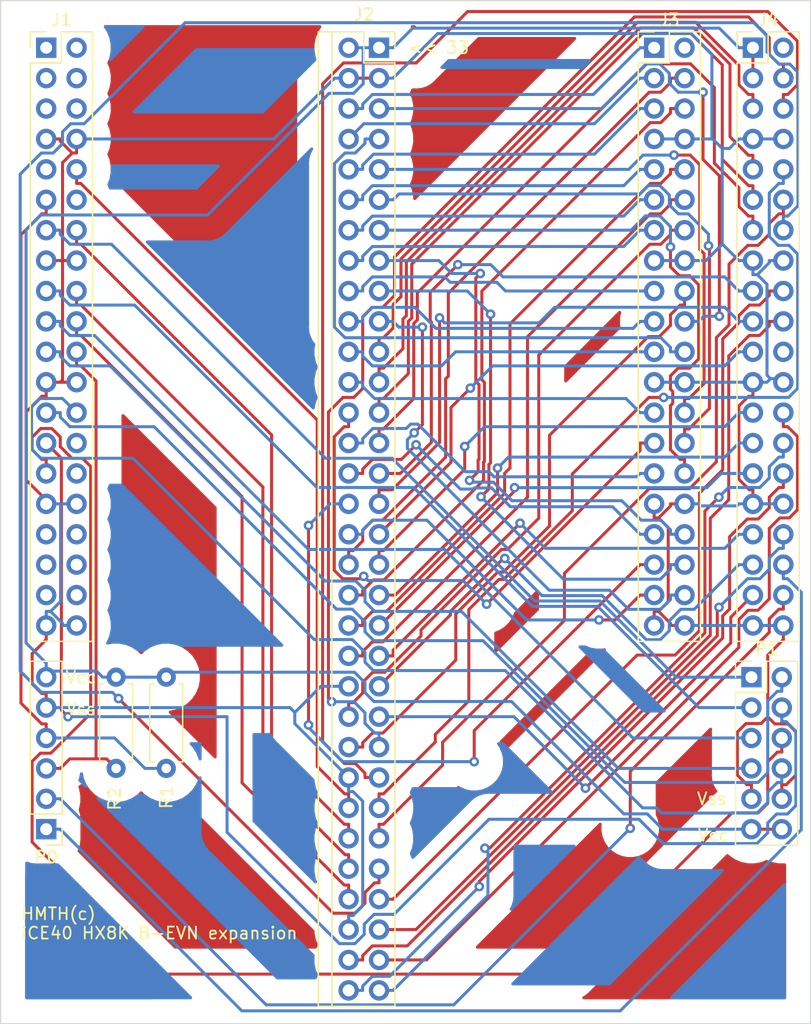
<source format=kicad_pcb>
(kicad_pcb (version 20171130) (host pcbnew "(5.1.5-0-10_14)")

  (general
    (thickness 1.6)
    (drawings 10)
    (tracks 1056)
    (zones 0)
    (modules 8)
    (nets 72)
  )

  (page A4)
  (layers
    (0 F.Cu signal)
    (31 B.Cu signal)
    (32 B.Adhes user hide)
    (33 F.Adhes user hide)
    (34 B.Paste user hide)
    (35 F.Paste user hide)
    (36 B.SilkS user)
    (37 F.SilkS user)
    (38 B.Mask user)
    (39 F.Mask user)
    (40 Dwgs.User user hide)
    (41 Cmts.User user hide)
    (42 Eco1.User user hide)
    (43 Eco2.User user hide)
    (44 Edge.Cuts user)
    (45 Margin user hide)
    (46 B.CrtYd user hide)
    (47 F.CrtYd user hide)
    (48 B.Fab user hide)
    (49 F.Fab user hide)
  )

  (setup
    (last_trace_width 0.25)
    (trace_clearance 0.2)
    (zone_clearance 2)
    (zone_45_only no)
    (trace_min 0.2)
    (via_size 0.8)
    (via_drill 0.4)
    (via_min_size 0.4)
    (via_min_drill 0.3)
    (uvia_size 0.3)
    (uvia_drill 0.1)
    (uvias_allowed no)
    (uvia_min_size 0.2)
    (uvia_min_drill 0.1)
    (edge_width 0.05)
    (segment_width 0.2)
    (pcb_text_width 0.3)
    (pcb_text_size 1.5 1.5)
    (mod_edge_width 0.12)
    (mod_text_size 1 1)
    (mod_text_width 0.15)
    (pad_size 1.524 1.524)
    (pad_drill 0.762)
    (pad_to_mask_clearance 0.051)
    (solder_mask_min_width 0.25)
    (aux_axis_origin 0 0)
    (visible_elements FFFFFF7F)
    (pcbplotparams
      (layerselection 0x010f0_ffffffff)
      (usegerberextensions false)
      (usegerberattributes false)
      (usegerberadvancedattributes true)
      (creategerberjobfile true)
      (excludeedgelayer true)
      (linewidth 0.100000)
      (plotframeref false)
      (viasonmask false)
      (mode 1)
      (useauxorigin false)
      (hpglpennumber 1)
      (hpglpenspeed 20)
      (hpglpendiameter 15.000000)
      (psnegative false)
      (psa4output false)
      (plotreference true)
      (plotvalue true)
      (plotinvisibletext false)
      (padsonsilk false)
      (subtractmaskfromsilk true)
      (outputformat 1)
      (mirror false)
      (drillshape 0)
      (scaleselection 1)
      (outputdirectory "Gerber/"))
  )

  (net 0 "")
  (net 1 WE#0)
  (net 2 WE#1)
  (net 3 WE#2)
  (net 4 WE#3)
  (net 5 /A0)
  (net 6 /A1)
  (net 7 /A2)
  (net 8 /Vss)
  (net 9 /A3)
  (net 10 /A4)
  (net 11 /A5)
  (net 12 /A6)
  (net 13 /A7)
  (net 14 /A8)
  (net 15 /A9)
  (net 16 /A10)
  (net 17 /A11)
  (net 18 /A12)
  (net 19 /A13)
  (net 20 /A14)
  (net 21 /A15)
  (net 22 /A16)
  (net 23 /A17)
  (net 24 /A18)
  (net 25 /CE#)
  (net 26 /OE#)
  (net 27 D0_0)
  (net 28 D0_1)
  (net 29 D0_2)
  (net 30 D0_3)
  (net 31 D0_4)
  (net 32 D0_5)
  (net 33 D0_6)
  (net 34 D0_7)
  (net 35 D3_7)
  (net 36 D3_6)
  (net 37 D3_5)
  (net 38 D3_4)
  (net 39 D3_3)
  (net 40 D3_2)
  (net 41 D3_1)
  (net 42 D3_0)
  (net 43 D2_7)
  (net 44 D2_6)
  (net 45 D2_5)
  (net 46 D2_4)
  (net 47 D2_3)
  (net 48 D2_2)
  (net 49 D2_1)
  (net 50 D2_0)
  (net 51 D1_7)
  (net 52 D1_6)
  (net 53 D1_5)
  (net 54 D1_4)
  (net 55 D1_3)
  (net 56 D1_2)
  (net 57 D1_1)
  (net 58 D1_0)
  (net 59 /Vcc)
  (net 60 P2_2)
  (net 61 P2_1)
  (net 62 P2_3)
  (net 63 P2_0)
  (net 64 P0_2)
  (net 65 P1_3)
  (net 66 P1_2)
  (net 67 P1_1)
  (net 68 P1_0)
  (net 69 P0_3)
  (net 70 P0_1)
  (net 71 P0_0)

  (net_class Default "This is the default net class."
    (clearance 0.2)
    (trace_width 0.25)
    (via_dia 0.8)
    (via_drill 0.4)
    (uvia_dia 0.3)
    (uvia_drill 0.1)
    (add_net /A0)
    (add_net /A1)
    (add_net /A10)
    (add_net /A11)
    (add_net /A12)
    (add_net /A13)
    (add_net /A14)
    (add_net /A15)
    (add_net /A16)
    (add_net /A17)
    (add_net /A18)
    (add_net /A2)
    (add_net /A3)
    (add_net /A4)
    (add_net /A5)
    (add_net /A6)
    (add_net /A7)
    (add_net /A8)
    (add_net /A9)
    (add_net /CE#)
    (add_net /OE#)
    (add_net /Vcc)
    (add_net /Vss)
    (add_net D0_0)
    (add_net D0_1)
    (add_net D0_2)
    (add_net D0_3)
    (add_net D0_4)
    (add_net D0_5)
    (add_net D0_6)
    (add_net D0_7)
    (add_net D1_0)
    (add_net D1_1)
    (add_net D1_2)
    (add_net D1_3)
    (add_net D1_4)
    (add_net D1_5)
    (add_net D1_6)
    (add_net D1_7)
    (add_net D2_0)
    (add_net D2_1)
    (add_net D2_2)
    (add_net D2_3)
    (add_net D2_4)
    (add_net D2_5)
    (add_net D2_6)
    (add_net D2_7)
    (add_net D3_0)
    (add_net D3_1)
    (add_net D3_2)
    (add_net D3_3)
    (add_net D3_4)
    (add_net D3_5)
    (add_net D3_6)
    (add_net D3_7)
    (add_net P0_0)
    (add_net P0_1)
    (add_net P0_2)
    (add_net P0_3)
    (add_net P1_0)
    (add_net P1_1)
    (add_net P1_2)
    (add_net P1_3)
    (add_net P2_0)
    (add_net P2_1)
    (add_net P2_2)
    (add_net P2_3)
    (add_net WE#0)
    (add_net WE#1)
    (add_net WE#2)
    (add_net WE#3)
  )

  (module HX8K_exp:PinSocket_2x32_P2.54mm_Vertical_Top_Bot_cartridge (layer F.Cu) (tedit 5E160E25) (tstamp 5DFB6EEF)
    (at 75.438 52.07)
    (descr "Through hole straight socket strip, 2x32, 2.54mm pitch, double cols (from Kicad 4.0.7), script generated")
    (tags "Through hole socket strip THT 2x32 2.54mm double row")
    (path /5E7BB9A8)
    (fp_text reference J2 (at -1.27 -2.77) (layer F.SilkS)
      (effects (font (size 1 1) (thickness 0.15)))
    )
    (fp_text value Conn_02x32_Top_Bottom (at -1.27 81.51) (layer F.Fab)
      (effects (font (size 1 1) (thickness 0.15)))
    )
    (fp_line (start -3.937 -1.33) (end -3.937 80.07) (layer F.SilkS) (width 0.12))
    (fp_text user %R (at -1.27 39.37 90) (layer F.Fab)
      (effects (font (size 1 1) (thickness 0.15)))
    )
    (fp_line (start -5.588 80.55) (end -5.588 -1.8) (layer F.CrtYd) (width 0.05))
    (fp_line (start 1.76 80.55) (end -5.588 80.55) (layer F.CrtYd) (width 0.05))
    (fp_line (start 1.76 -1.8) (end 1.76 80.55) (layer F.CrtYd) (width 0.05))
    (fp_line (start -5.588 -1.8) (end 1.76 -1.8) (layer F.CrtYd) (width 0.05))
    (fp_line (start 0 -1.33) (end 1.33 -1.33) (layer F.SilkS) (width 0.12))
    (fp_line (start 1.33 -1.33) (end 1.33 0) (layer F.SilkS) (width 0.12))
    (fp_line (start -1.27 -1.33) (end -1.27 1.27) (layer F.SilkS) (width 0.12))
    (fp_line (start -1.27 1.27) (end 1.33 1.27) (layer F.SilkS) (width 0.12))
    (fp_line (start 1.33 1.27) (end 1.33 80.07) (layer F.SilkS) (width 0.12))
    (fp_line (start -5.08 80.07) (end 1.33 80.07) (layer F.SilkS) (width 0.12))
    (fp_line (start -5.08 -1.33) (end -5.08 80.07) (layer F.SilkS) (width 0.12))
    (fp_line (start -5.08 -1.33) (end -1.27 -1.33) (layer F.SilkS) (width 0.12))
    (fp_line (start -3.81 80.01) (end -3.81 -1.27) (layer F.Fab) (width 0.1))
    (fp_line (start 1.27 80.01) (end -3.81 80.01) (layer F.Fab) (width 0.1))
    (fp_line (start 1.27 -0.27) (end 1.27 80.01) (layer F.Fab) (width 0.1))
    (fp_line (start 0.27 -1.27) (end 1.27 -0.27) (layer F.Fab) (width 0.1))
    (fp_line (start -3.81 -1.27) (end 0.27 -1.27) (layer F.Fab) (width 0.1))
    (pad 32 thru_hole oval (at -2.54 78.74) (size 1.7 1.7) (drill 1) (layers *.Cu *.Mask)
      (net 36 D3_6))
    (pad 64 thru_hole oval (at 0 78.74) (size 1.7 1.7) (drill 1) (layers *.Cu *.Mask)
      (net 37 D3_5))
    (pad 31 thru_hole oval (at -2.54 76.2) (size 1.7 1.7) (drill 1) (layers *.Cu *.Mask)
      (net 35 D3_7))
    (pad 63 thru_hole oval (at 0 76.2) (size 1.7 1.7) (drill 1) (layers *.Cu *.Mask)
      (net 38 D3_4))
    (pad 30 thru_hole oval (at -2.54 73.66) (size 1.7 1.7) (drill 1) (layers *.Cu *.Mask)
      (net 8 /Vss))
    (pad 62 thru_hole oval (at 0 73.66) (size 1.7 1.7) (drill 1) (layers *.Cu *.Mask)
      (net 39 D3_3))
    (pad 29 thru_hole oval (at -2.54 71.12) (size 1.7 1.7) (drill 1) (layers *.Cu *.Mask)
      (net 4 WE#3))
    (pad 61 thru_hole oval (at 0 71.12) (size 1.7 1.7) (drill 1) (layers *.Cu *.Mask)
      (net 40 D3_2))
    (pad 28 thru_hole oval (at -2.54 68.58) (size 1.7 1.7) (drill 1) (layers *.Cu *.Mask)
      (net 3 WE#2))
    (pad 60 thru_hole oval (at 0 68.58) (size 1.7 1.7) (drill 1) (layers *.Cu *.Mask)
      (net 41 D3_1))
    (pad 27 thru_hole oval (at -2.54 66.04) (size 1.7 1.7) (drill 1) (layers *.Cu *.Mask)
      (net 2 WE#1))
    (pad 59 thru_hole oval (at 0 66.04) (size 1.7 1.7) (drill 1) (layers *.Cu *.Mask)
      (net 42 D3_0))
    (pad 26 thru_hole oval (at -2.54 63.5) (size 1.7 1.7) (drill 1) (layers *.Cu *.Mask)
      (net 1 WE#0))
    (pad 58 thru_hole oval (at 0 63.5) (size 1.7 1.7) (drill 1) (layers *.Cu *.Mask)
      (net 43 D2_7))
    (pad 25 thru_hole oval (at -2.54 60.96) (size 1.7 1.7) (drill 1) (layers *.Cu *.Mask)
      (net 8 /Vss))
    (pad 57 thru_hole oval (at 0 60.96) (size 1.7 1.7) (drill 1) (layers *.Cu *.Mask)
      (net 44 D2_6))
    (pad 24 thru_hole oval (at -2.54 58.42) (size 1.7 1.7) (drill 1) (layers *.Cu *.Mask)
      (net 26 /OE#))
    (pad 56 thru_hole oval (at 0 58.42) (size 1.7 1.7) (drill 1) (layers *.Cu *.Mask)
      (net 45 D2_5))
    (pad 23 thru_hole oval (at -2.54 55.88) (size 1.7 1.7) (drill 1) (layers *.Cu *.Mask)
      (net 25 /CE#))
    (pad 55 thru_hole oval (at 0 55.88) (size 1.7 1.7) (drill 1) (layers *.Cu *.Mask)
      (net 46 D2_4))
    (pad 22 thru_hole oval (at -2.54 53.34) (size 1.7 1.7) (drill 1) (layers *.Cu *.Mask)
      (net 8 /Vss))
    (pad 54 thru_hole oval (at 0 53.34) (size 1.7 1.7) (drill 1) (layers *.Cu *.Mask)
      (net 47 D2_3))
    (pad 21 thru_hole oval (at -2.54 50.8) (size 1.7 1.7) (drill 1) (layers *.Cu *.Mask)
      (net 24 /A18))
    (pad 53 thru_hole oval (at 0 50.8) (size 1.7 1.7) (drill 1) (layers *.Cu *.Mask)
      (net 48 D2_2))
    (pad 20 thru_hole oval (at -2.54 48.26) (size 1.7 1.7) (drill 1) (layers *.Cu *.Mask)
      (net 23 /A17))
    (pad 52 thru_hole oval (at 0 48.26) (size 1.7 1.7) (drill 1) (layers *.Cu *.Mask)
      (net 49 D2_1))
    (pad 19 thru_hole oval (at -2.54 45.72) (size 1.7 1.7) (drill 1) (layers *.Cu *.Mask)
      (net 22 /A16))
    (pad 51 thru_hole oval (at 0 45.72) (size 1.7 1.7) (drill 1) (layers *.Cu *.Mask)
      (net 50 D2_0))
    (pad 18 thru_hole oval (at -2.54 43.18) (size 1.7 1.7) (drill 1) (layers *.Cu *.Mask)
      (net 21 /A15))
    (pad 50 thru_hole oval (at 0 43.18) (size 1.7 1.7) (drill 1) (layers *.Cu *.Mask)
      (net 51 D1_7))
    (pad 17 thru_hole oval (at -2.54 40.64) (size 1.7 1.7) (drill 1) (layers *.Cu *.Mask)
      (net 20 /A14))
    (pad 49 thru_hole oval (at 0 40.64) (size 1.7 1.7) (drill 1) (layers *.Cu *.Mask)
      (net 52 D1_6))
    (pad 16 thru_hole oval (at -2.54 38.1) (size 1.7 1.7) (drill 1) (layers *.Cu *.Mask)
      (net 19 /A13))
    (pad 48 thru_hole oval (at 0 38.1) (size 1.7 1.7) (drill 1) (layers *.Cu *.Mask)
      (net 53 D1_5))
    (pad 15 thru_hole oval (at -2.54 35.56) (size 1.7 1.7) (drill 1) (layers *.Cu *.Mask)
      (net 18 /A12))
    (pad 47 thru_hole oval (at 0 35.56) (size 1.7 1.7) (drill 1) (layers *.Cu *.Mask)
      (net 54 D1_4))
    (pad 14 thru_hole oval (at -2.54 33.02) (size 1.7 1.7) (drill 1) (layers *.Cu *.Mask)
      (net 17 /A11))
    (pad 46 thru_hole oval (at 0 33.02) (size 1.7 1.7) (drill 1) (layers *.Cu *.Mask)
      (net 55 D1_3))
    (pad 13 thru_hole oval (at -2.54 30.48) (size 1.7 1.7) (drill 1) (layers *.Cu *.Mask)
      (net 16 /A10))
    (pad 45 thru_hole oval (at 0 30.48) (size 1.7 1.7) (drill 1) (layers *.Cu *.Mask)
      (net 56 D1_2))
    (pad 12 thru_hole oval (at -2.54 27.94) (size 1.7 1.7) (drill 1) (layers *.Cu *.Mask)
      (net 15 /A9))
    (pad 44 thru_hole oval (at 0 27.94) (size 1.7 1.7) (drill 1) (layers *.Cu *.Mask)
      (net 57 D1_1))
    (pad 11 thru_hole oval (at -2.54 25.4) (size 1.7 1.7) (drill 1) (layers *.Cu *.Mask)
      (net 14 /A8))
    (pad 43 thru_hole oval (at 0 25.4) (size 1.7 1.7) (drill 1) (layers *.Cu *.Mask)
      (net 58 D1_0))
    (pad 10 thru_hole oval (at -2.54 22.86) (size 1.7 1.7) (drill 1) (layers *.Cu *.Mask)
      (net 13 /A7))
    (pad 42 thru_hole oval (at 0 22.86) (size 1.7 1.7) (drill 1) (layers *.Cu *.Mask)
      (net 34 D0_7))
    (pad 9 thru_hole oval (at -2.54 20.32) (size 1.7 1.7) (drill 1) (layers *.Cu *.Mask)
      (net 12 /A6))
    (pad 41 thru_hole oval (at 0 20.32) (size 1.7 1.7) (drill 1) (layers *.Cu *.Mask)
      (net 33 D0_6))
    (pad 8 thru_hole oval (at -2.54 17.78) (size 1.7 1.7) (drill 1) (layers *.Cu *.Mask)
      (net 11 /A5))
    (pad 40 thru_hole oval (at 0 17.78) (size 1.7 1.7) (drill 1) (layers *.Cu *.Mask)
      (net 32 D0_5))
    (pad 7 thru_hole oval (at -2.54 15.24) (size 1.7 1.7) (drill 1) (layers *.Cu *.Mask)
      (net 10 /A4))
    (pad 39 thru_hole oval (at 0 15.24) (size 1.7 1.7) (drill 1) (layers *.Cu *.Mask)
      (net 31 D0_4))
    (pad 6 thru_hole oval (at -2.54 12.7) (size 1.7 1.7) (drill 1) (layers *.Cu *.Mask)
      (net 9 /A3))
    (pad 38 thru_hole oval (at 0 12.7) (size 1.7 1.7) (drill 1) (layers *.Cu *.Mask)
      (net 30 D0_3))
    (pad 5 thru_hole oval (at -2.54 10.16) (size 1.7 1.7) (drill 1) (layers *.Cu *.Mask)
      (net 7 /A2))
    (pad 37 thru_hole oval (at 0 10.16) (size 1.7 1.7) (drill 1) (layers *.Cu *.Mask)
      (net 29 D0_2))
    (pad 4 thru_hole oval (at -2.54 7.62) (size 1.7 1.7) (drill 1) (layers *.Cu *.Mask)
      (net 6 /A1))
    (pad 36 thru_hole oval (at 0 7.62) (size 1.7 1.7) (drill 1) (layers *.Cu *.Mask)
      (net 28 D0_1))
    (pad 3 thru_hole oval (at -2.54 5.08) (size 1.7 1.7) (drill 1) (layers *.Cu *.Mask)
      (net 5 /A0))
    (pad 35 thru_hole oval (at 0 5.08) (size 1.7 1.7) (drill 1) (layers *.Cu *.Mask)
      (net 27 D0_0))
    (pad 2 thru_hole oval (at -2.54 2.54) (size 1.7 1.7) (drill 1) (layers *.Cu *.Mask)
      (net 8 /Vss))
    (pad 34 thru_hole oval (at 0 2.54) (size 1.7 1.7) (drill 1) (layers *.Cu *.Mask)
      (net 8 /Vss))
    (pad 1 thru_hole oval (at -2.54 0) (size 1.7 1.7) (drill 1) (layers *.Cu *.Mask)
      (net 59 /Vcc))
    (pad 33 thru_hole rect (at 0 0) (size 1.7 1.7) (drill 1) (layers *.Cu *.Mask)
      (net 59 /Vcc))
    (model ${KISYS3DMOD}/Connector_PinSocket_2.54mm.3dshapes/PinSocket_2x32_P2.54mm_Vertical.wrl
      (at (xyz 0 0 0))
      (scale (xyz 1 1 1))
      (rotate (xyz 0 0 0))
    )
  )

  (module Resistor_THT:R_Axial_DIN0207_L6.3mm_D2.5mm_P7.62mm_Horizontal (layer F.Cu) (tedit 5AE5139B) (tstamp 5DFB7577)
    (at 53.467 112.268 90)
    (descr "Resistor, Axial_DIN0207 series, Axial, Horizontal, pin pitch=7.62mm, 0.25W = 1/4W, length*diameter=6.3*2.5mm^2, http://cdn-reichelt.de/documents/datenblatt/B400/1_4W%23YAG.pdf")
    (tags "Resistor Axial_DIN0207 series Axial Horizontal pin pitch 7.62mm 0.25W = 1/4W length 6.3mm diameter 2.5mm")
    (path /5E8B40B6)
    (fp_text reference R2 (at -2.54 -0.127 90) (layer F.SilkS)
      (effects (font (size 1 1) (thickness 0.15)))
    )
    (fp_text value 10K (at 3.81 2.37 90) (layer F.Fab)
      (effects (font (size 1 1) (thickness 0.15)))
    )
    (fp_text user %R (at 3.81 0 90) (layer F.Fab)
      (effects (font (size 1 1) (thickness 0.15)))
    )
    (fp_line (start 8.67 -1.5) (end -1.05 -1.5) (layer F.CrtYd) (width 0.05))
    (fp_line (start 8.67 1.5) (end 8.67 -1.5) (layer F.CrtYd) (width 0.05))
    (fp_line (start -1.05 1.5) (end 8.67 1.5) (layer F.CrtYd) (width 0.05))
    (fp_line (start -1.05 -1.5) (end -1.05 1.5) (layer F.CrtYd) (width 0.05))
    (fp_line (start 7.08 1.37) (end 7.08 1.04) (layer F.SilkS) (width 0.12))
    (fp_line (start 0.54 1.37) (end 7.08 1.37) (layer F.SilkS) (width 0.12))
    (fp_line (start 0.54 1.04) (end 0.54 1.37) (layer F.SilkS) (width 0.12))
    (fp_line (start 7.08 -1.37) (end 7.08 -1.04) (layer F.SilkS) (width 0.12))
    (fp_line (start 0.54 -1.37) (end 7.08 -1.37) (layer F.SilkS) (width 0.12))
    (fp_line (start 0.54 -1.04) (end 0.54 -1.37) (layer F.SilkS) (width 0.12))
    (fp_line (start 7.62 0) (end 6.96 0) (layer F.Fab) (width 0.1))
    (fp_line (start 0 0) (end 0.66 0) (layer F.Fab) (width 0.1))
    (fp_line (start 6.96 -1.25) (end 0.66 -1.25) (layer F.Fab) (width 0.1))
    (fp_line (start 6.96 1.25) (end 6.96 -1.25) (layer F.Fab) (width 0.1))
    (fp_line (start 0.66 1.25) (end 6.96 1.25) (layer F.Fab) (width 0.1))
    (fp_line (start 0.66 -1.25) (end 0.66 1.25) (layer F.Fab) (width 0.1))
    (pad 2 thru_hole oval (at 7.62 0 90) (size 1.6 1.6) (drill 0.8) (layers *.Cu *.Mask)
      (net 59 /Vcc))
    (pad 1 thru_hole circle (at 0 0 90) (size 1.6 1.6) (drill 0.8) (layers *.Cu *.Mask)
      (net 64 P0_2))
    (model ${KISYS3DMOD}/Resistor_THT.3dshapes/R_Axial_DIN0207_L6.3mm_D2.5mm_P7.62mm_Horizontal.wrl
      (at (xyz 0 0 0))
      (scale (xyz 1 1 1))
      (rotate (xyz 0 0 0))
    )
  )

  (module Resistor_THT:R_Axial_DIN0207_L6.3mm_D2.5mm_P7.62mm_Horizontal (layer F.Cu) (tedit 5AE5139B) (tstamp 5DFB706E)
    (at 57.658 112.268 90)
    (descr "Resistor, Axial_DIN0207 series, Axial, Horizontal, pin pitch=7.62mm, 0.25W = 1/4W, length*diameter=6.3*2.5mm^2, http://cdn-reichelt.de/documents/datenblatt/B400/1_4W%23YAG.pdf")
    (tags "Resistor Axial_DIN0207 series Axial Horizontal pin pitch 7.62mm 0.25W = 1/4W length 6.3mm diameter 2.5mm")
    (path /5E8B325D)
    (fp_text reference R1 (at -2.413 0 90) (layer F.SilkS)
      (effects (font (size 1 1) (thickness 0.15)))
    )
    (fp_text value 10K (at 3.81 2.37 90) (layer F.Fab)
      (effects (font (size 1 1) (thickness 0.15)))
    )
    (fp_text user %R (at 3.81 0 90) (layer F.Fab)
      (effects (font (size 1 1) (thickness 0.15)))
    )
    (fp_line (start 8.67 -1.5) (end -1.05 -1.5) (layer F.CrtYd) (width 0.05))
    (fp_line (start 8.67 1.5) (end 8.67 -1.5) (layer F.CrtYd) (width 0.05))
    (fp_line (start -1.05 1.5) (end 8.67 1.5) (layer F.CrtYd) (width 0.05))
    (fp_line (start -1.05 -1.5) (end -1.05 1.5) (layer F.CrtYd) (width 0.05))
    (fp_line (start 7.08 1.37) (end 7.08 1.04) (layer F.SilkS) (width 0.12))
    (fp_line (start 0.54 1.37) (end 7.08 1.37) (layer F.SilkS) (width 0.12))
    (fp_line (start 0.54 1.04) (end 0.54 1.37) (layer F.SilkS) (width 0.12))
    (fp_line (start 7.08 -1.37) (end 7.08 -1.04) (layer F.SilkS) (width 0.12))
    (fp_line (start 0.54 -1.37) (end 7.08 -1.37) (layer F.SilkS) (width 0.12))
    (fp_line (start 0.54 -1.04) (end 0.54 -1.37) (layer F.SilkS) (width 0.12))
    (fp_line (start 7.62 0) (end 6.96 0) (layer F.Fab) (width 0.1))
    (fp_line (start 0 0) (end 0.66 0) (layer F.Fab) (width 0.1))
    (fp_line (start 6.96 -1.25) (end 0.66 -1.25) (layer F.Fab) (width 0.1))
    (fp_line (start 6.96 1.25) (end 6.96 -1.25) (layer F.Fab) (width 0.1))
    (fp_line (start 0.66 1.25) (end 6.96 1.25) (layer F.Fab) (width 0.1))
    (fp_line (start 0.66 -1.25) (end 0.66 1.25) (layer F.Fab) (width 0.1))
    (pad 2 thru_hole oval (at 7.62 0 90) (size 1.6 1.6) (drill 0.8) (layers *.Cu *.Mask)
      (net 59 /Vcc))
    (pad 1 thru_hole circle (at 0 0 90) (size 1.6 1.6) (drill 0.8) (layers *.Cu *.Mask)
      (net 69 P0_3))
    (model ${KISYS3DMOD}/Resistor_THT.3dshapes/R_Axial_DIN0207_L6.3mm_D2.5mm_P7.62mm_Horizontal.wrl
      (at (xyz 0 0 0))
      (scale (xyz 1 1 1))
      (rotate (xyz 0 0 0))
    )
  )

  (module Connector_PinHeader_2.54mm:PinHeader_2x06_P2.54mm_Vertical (layer F.Cu) (tedit 59FED5CC) (tstamp 5DE57863)
    (at 106.553 104.648)
    (descr "Through hole straight pin header, 2x06, 2.54mm pitch, double rows")
    (tags "Through hole pin header THT 2x06 2.54mm double row")
    (path /5EE0B75F)
    (fp_text reference P1 (at 1.27 -2.33) (layer F.SilkS)
      (effects (font (size 1 1) (thickness 0.15)))
    )
    (fp_text value Conn_02x06_Odd_Even (at -2.54 6.35 270) (layer F.Fab)
      (effects (font (size 1 1) (thickness 0.15)))
    )
    (fp_text user %R (at 1.27 6.35 90) (layer F.Fab)
      (effects (font (size 1 1) (thickness 0.15)))
    )
    (fp_line (start 4.35 -1.8) (end -1.8 -1.8) (layer F.CrtYd) (width 0.05))
    (fp_line (start 4.35 14.5) (end 4.35 -1.8) (layer F.CrtYd) (width 0.05))
    (fp_line (start -1.8 14.5) (end 4.35 14.5) (layer F.CrtYd) (width 0.05))
    (fp_line (start -1.8 -1.8) (end -1.8 14.5) (layer F.CrtYd) (width 0.05))
    (fp_line (start -1.33 -1.33) (end 0 -1.33) (layer F.SilkS) (width 0.12))
    (fp_line (start -1.33 0) (end -1.33 -1.33) (layer F.SilkS) (width 0.12))
    (fp_line (start 1.27 -1.33) (end 3.87 -1.33) (layer F.SilkS) (width 0.12))
    (fp_line (start 1.27 1.27) (end 1.27 -1.33) (layer F.SilkS) (width 0.12))
    (fp_line (start -1.33 1.27) (end 1.27 1.27) (layer F.SilkS) (width 0.12))
    (fp_line (start 3.87 -1.33) (end 3.87 14.03) (layer F.SilkS) (width 0.12))
    (fp_line (start -1.33 1.27) (end -1.33 14.03) (layer F.SilkS) (width 0.12))
    (fp_line (start -1.33 14.03) (end 3.87 14.03) (layer F.SilkS) (width 0.12))
    (fp_line (start -1.27 0) (end 0 -1.27) (layer F.Fab) (width 0.1))
    (fp_line (start -1.27 13.97) (end -1.27 0) (layer F.Fab) (width 0.1))
    (fp_line (start 3.81 13.97) (end -1.27 13.97) (layer F.Fab) (width 0.1))
    (fp_line (start 3.81 -1.27) (end 3.81 13.97) (layer F.Fab) (width 0.1))
    (fp_line (start 0 -1.27) (end 3.81 -1.27) (layer F.Fab) (width 0.1))
    (pad 12 thru_hole oval (at 2.54 12.7) (size 1.7 1.7) (drill 1) (layers *.Cu *.Mask)
      (net 59 /Vcc))
    (pad 11 thru_hole oval (at 0 12.7) (size 1.7 1.7) (drill 1) (layers *.Cu *.Mask)
      (net 59 /Vcc))
    (pad 10 thru_hole oval (at 2.54 10.16) (size 1.7 1.7) (drill 1) (layers *.Cu *.Mask)
      (net 8 /Vss))
    (pad 9 thru_hole oval (at 0 10.16) (size 1.7 1.7) (drill 1) (layers *.Cu *.Mask)
      (net 8 /Vss))
    (pad 8 thru_hole oval (at 2.54 7.62) (size 1.7 1.7) (drill 1) (layers *.Cu *.Mask)
      (net 62 P2_3))
    (pad 7 thru_hole oval (at 0 7.62) (size 1.7 1.7) (drill 1) (layers *.Cu *.Mask)
      (net 65 P1_3))
    (pad 6 thru_hole oval (at 2.54 5.08) (size 1.7 1.7) (drill 1) (layers *.Cu *.Mask)
      (net 60 P2_2))
    (pad 5 thru_hole oval (at 0 5.08) (size 1.7 1.7) (drill 1) (layers *.Cu *.Mask)
      (net 66 P1_2))
    (pad 4 thru_hole oval (at 2.54 2.54) (size 1.7 1.7) (drill 1) (layers *.Cu *.Mask)
      (net 61 P2_1))
    (pad 3 thru_hole oval (at 0 2.54) (size 1.7 1.7) (drill 1) (layers *.Cu *.Mask)
      (net 67 P1_1))
    (pad 2 thru_hole oval (at 2.54 0) (size 1.7 1.7) (drill 1) (layers *.Cu *.Mask)
      (net 63 P2_0))
    (pad 1 thru_hole rect (at 0 0) (size 1.7 1.7) (drill 1) (layers *.Cu *.Mask)
      (net 68 P1_0))
    (model ${KISYS3DMOD}/Connector_PinHeader_2.54mm.3dshapes/PinHeader_2x06_P2.54mm_Vertical.wrl
      (at (xyz 0 0 0))
      (scale (xyz 1 1 1))
      (rotate (xyz 0 0 0))
    )
  )

  (module Connector_PinHeader_2.54mm:PinHeader_1x06_P2.54mm_Vertical (layer F.Cu) (tedit 59FED5CC) (tstamp 5DE57841)
    (at 47.625 117.348 180)
    (descr "Through hole straight pin header, 1x06, 2.54mm pitch, single row")
    (tags "Through hole pin header THT 1x06 2.54mm single row")
    (path /5EE0A7F0)
    (fp_text reference P0 (at 0 -2.33) (layer F.SilkS)
      (effects (font (size 1 1) (thickness 0.15)))
    )
    (fp_text value Conn_01x06 (at -2.54 5.715 270) (layer F.Fab)
      (effects (font (size 1 1) (thickness 0.15)))
    )
    (fp_text user %R (at 0 6.35 90) (layer F.Fab)
      (effects (font (size 1 1) (thickness 0.15)))
    )
    (fp_line (start 1.8 -1.8) (end -1.8 -1.8) (layer F.CrtYd) (width 0.05))
    (fp_line (start 1.8 14.5) (end 1.8 -1.8) (layer F.CrtYd) (width 0.05))
    (fp_line (start -1.8 14.5) (end 1.8 14.5) (layer F.CrtYd) (width 0.05))
    (fp_line (start -1.8 -1.8) (end -1.8 14.5) (layer F.CrtYd) (width 0.05))
    (fp_line (start -1.33 -1.33) (end 0 -1.33) (layer F.SilkS) (width 0.12))
    (fp_line (start -1.33 0) (end -1.33 -1.33) (layer F.SilkS) (width 0.12))
    (fp_line (start -1.33 1.27) (end 1.33 1.27) (layer F.SilkS) (width 0.12))
    (fp_line (start 1.33 1.27) (end 1.33 14.03) (layer F.SilkS) (width 0.12))
    (fp_line (start -1.33 1.27) (end -1.33 14.03) (layer F.SilkS) (width 0.12))
    (fp_line (start -1.33 14.03) (end 1.33 14.03) (layer F.SilkS) (width 0.12))
    (fp_line (start -1.27 -0.635) (end -0.635 -1.27) (layer F.Fab) (width 0.1))
    (fp_line (start -1.27 13.97) (end -1.27 -0.635) (layer F.Fab) (width 0.1))
    (fp_line (start 1.27 13.97) (end -1.27 13.97) (layer F.Fab) (width 0.1))
    (fp_line (start 1.27 -1.27) (end 1.27 13.97) (layer F.Fab) (width 0.1))
    (fp_line (start -0.635 -1.27) (end 1.27 -1.27) (layer F.Fab) (width 0.1))
    (pad 6 thru_hole oval (at 0 12.7 180) (size 1.7 1.7) (drill 1) (layers *.Cu *.Mask)
      (net 59 /Vcc))
    (pad 5 thru_hole oval (at 0 10.16 180) (size 1.7 1.7) (drill 1) (layers *.Cu *.Mask)
      (net 8 /Vss))
    (pad 4 thru_hole oval (at 0 7.62 180) (size 1.7 1.7) (drill 1) (layers *.Cu *.Mask)
      (net 69 P0_3))
    (pad 3 thru_hole oval (at 0 5.08 180) (size 1.7 1.7) (drill 1) (layers *.Cu *.Mask)
      (net 64 P0_2))
    (pad 2 thru_hole oval (at 0 2.54 180) (size 1.7 1.7) (drill 1) (layers *.Cu *.Mask)
      (net 70 P0_1))
    (pad 1 thru_hole rect (at 0 0 180) (size 1.7 1.7) (drill 1) (layers *.Cu *.Mask)
      (net 71 P0_0))
    (model ${KISYS3DMOD}/Connector_PinHeader_2.54mm.3dshapes/PinHeader_1x06_P2.54mm_Vertical.wrl
      (at (xyz 0 0 0))
      (scale (xyz 1 1 1))
      (rotate (xyz 0 0 0))
    )
  )

  (module Connector_PinHeader_2.54mm:PinHeader_2x20_P2.54mm_Vertical (layer F.Cu) (tedit 59FED5CC) (tstamp 5DE55A9B)
    (at 106.68 52.07)
    (descr "Through hole straight pin header, 2x20, 2.54mm pitch, double rows")
    (tags "Through hole pin header THT 2x20 2.54mm double row")
    (path /5E797ECB)
    (fp_text reference J4 (at 1.27 -2.33) (layer F.SilkS)
      (effects (font (size 1 1) (thickness 0.15)))
    )
    (fp_text value Conn_02x20_Odd_Even (at -2.54 6.35 90) (layer F.Fab)
      (effects (font (size 1 1) (thickness 0.15)))
    )
    (fp_text user %R (at 1.27 24.13 90) (layer F.Fab)
      (effects (font (size 1 1) (thickness 0.15)))
    )
    (fp_line (start 4.35 -1.8) (end -1.8 -1.8) (layer F.CrtYd) (width 0.05))
    (fp_line (start 4.35 50.05) (end 4.35 -1.8) (layer F.CrtYd) (width 0.05))
    (fp_line (start -1.8 50.05) (end 4.35 50.05) (layer F.CrtYd) (width 0.05))
    (fp_line (start -1.8 -1.8) (end -1.8 50.05) (layer F.CrtYd) (width 0.05))
    (fp_line (start -1.33 -1.33) (end 0 -1.33) (layer F.SilkS) (width 0.12))
    (fp_line (start -1.33 0) (end -1.33 -1.33) (layer F.SilkS) (width 0.12))
    (fp_line (start 1.27 -1.33) (end 3.87 -1.33) (layer F.SilkS) (width 0.12))
    (fp_line (start 1.27 1.27) (end 1.27 -1.33) (layer F.SilkS) (width 0.12))
    (fp_line (start -1.33 1.27) (end 1.27 1.27) (layer F.SilkS) (width 0.12))
    (fp_line (start 3.87 -1.33) (end 3.87 49.59) (layer F.SilkS) (width 0.12))
    (fp_line (start -1.33 1.27) (end -1.33 49.59) (layer F.SilkS) (width 0.12))
    (fp_line (start -1.33 49.59) (end 3.87 49.59) (layer F.SilkS) (width 0.12))
    (fp_line (start -1.27 0) (end 0 -1.27) (layer F.Fab) (width 0.1))
    (fp_line (start -1.27 49.53) (end -1.27 0) (layer F.Fab) (width 0.1))
    (fp_line (start 3.81 49.53) (end -1.27 49.53) (layer F.Fab) (width 0.1))
    (fp_line (start 3.81 -1.27) (end 3.81 49.53) (layer F.Fab) (width 0.1))
    (fp_line (start 0 -1.27) (end 3.81 -1.27) (layer F.Fab) (width 0.1))
    (pad 40 thru_hole oval (at 2.54 48.26) (size 1.7 1.7) (drill 1) (layers *.Cu *.Mask)
      (net 8 /Vss))
    (pad 39 thru_hole oval (at 0 48.26) (size 1.7 1.7) (drill 1) (layers *.Cu *.Mask)
      (net 8 /Vss))
    (pad 38 thru_hole oval (at 2.54 45.72) (size 1.7 1.7) (drill 1) (layers *.Cu *.Mask)
      (net 70 P0_1))
    (pad 37 thru_hole oval (at 0 45.72) (size 1.7 1.7) (drill 1) (layers *.Cu *.Mask)
      (net 46 D2_4))
    (pad 36 thru_hole oval (at 2.54 43.18) (size 1.7 1.7) (drill 1) (layers *.Cu *.Mask)
      (net 71 P0_0))
    (pad 35 thru_hole oval (at 0 43.18) (size 1.7 1.7) (drill 1) (layers *.Cu *.Mask)
      (net 47 D2_3))
    (pad 34 thru_hole oval (at 2.54 40.64) (size 1.7 1.7) (drill 1) (layers *.Cu *.Mask)
      (net 35 D3_7))
    (pad 33 thru_hole oval (at 0 40.64) (size 1.7 1.7) (drill 1) (layers *.Cu *.Mask)
      (net 48 D2_2))
    (pad 32 thru_hole oval (at 2.54 38.1) (size 1.7 1.7) (drill 1) (layers *.Cu *.Mask)
      (net 8 /Vss))
    (pad 31 thru_hole oval (at 0 38.1) (size 1.7 1.7) (drill 1) (layers *.Cu *.Mask)
      (net 8 /Vss))
    (pad 30 thru_hole oval (at 2.54 35.56) (size 1.7 1.7) (drill 1) (layers *.Cu *.Mask)
      (net 36 D3_6))
    (pad 29 thru_hole oval (at 0 35.56) (size 1.7 1.7) (drill 1) (layers *.Cu *.Mask)
      (net 49 D2_1))
    (pad 28 thru_hole oval (at 2.54 33.02) (size 1.7 1.7) (drill 1) (layers *.Cu *.Mask)
      (net 37 D3_5))
    (pad 27 thru_hole oval (at 0 33.02) (size 1.7 1.7) (drill 1) (layers *.Cu *.Mask)
      (net 50 D2_0))
    (pad 26 thru_hole oval (at 2.54 30.48) (size 1.7 1.7) (drill 1) (layers *.Cu *.Mask)
      (net 38 D3_4))
    (pad 25 thru_hole oval (at 0 30.48) (size 1.7 1.7) (drill 1) (layers *.Cu *.Mask)
      (net 51 D1_7))
    (pad 24 thru_hole oval (at 2.54 27.94) (size 1.7 1.7) (drill 1) (layers *.Cu *.Mask)
      (net 8 /Vss))
    (pad 23 thru_hole oval (at 0 27.94) (size 1.7 1.7) (drill 1) (layers *.Cu *.Mask)
      (net 8 /Vss))
    (pad 22 thru_hole oval (at 2.54 25.4) (size 1.7 1.7) (drill 1) (layers *.Cu *.Mask))
    (pad 21 thru_hole oval (at 0 25.4) (size 1.7 1.7) (drill 1) (layers *.Cu *.Mask)
      (net 52 D1_6))
    (pad 20 thru_hole oval (at 2.54 22.86) (size 1.7 1.7) (drill 1) (layers *.Cu *.Mask)
      (net 39 D3_3))
    (pad 19 thru_hole oval (at 0 22.86) (size 1.7 1.7) (drill 1) (layers *.Cu *.Mask)
      (net 53 D1_5))
    (pad 18 thru_hole oval (at 2.54 20.32) (size 1.7 1.7) (drill 1) (layers *.Cu *.Mask)
      (net 40 D3_2))
    (pad 17 thru_hole oval (at 0 20.32) (size 1.7 1.7) (drill 1) (layers *.Cu *.Mask)
      (net 54 D1_4))
    (pad 16 thru_hole oval (at 2.54 17.78) (size 1.7 1.7) (drill 1) (layers *.Cu *.Mask)
      (net 8 /Vss))
    (pad 15 thru_hole oval (at 0 17.78) (size 1.7 1.7) (drill 1) (layers *.Cu *.Mask)
      (net 8 /Vss))
    (pad 14 thru_hole oval (at 2.54 15.24) (size 1.7 1.7) (drill 1) (layers *.Cu *.Mask)
      (net 41 D3_1))
    (pad 13 thru_hole oval (at 0 15.24) (size 1.7 1.7) (drill 1) (layers *.Cu *.Mask)
      (net 55 D1_3))
    (pad 12 thru_hole oval (at 2.54 12.7) (size 1.7 1.7) (drill 1) (layers *.Cu *.Mask)
      (net 42 D3_0))
    (pad 11 thru_hole oval (at 0 12.7) (size 1.7 1.7) (drill 1) (layers *.Cu *.Mask)
      (net 56 D1_2))
    (pad 10 thru_hole oval (at 2.54 10.16) (size 1.7 1.7) (drill 1) (layers *.Cu *.Mask)
      (net 43 D2_7))
    (pad 9 thru_hole oval (at 0 10.16) (size 1.7 1.7) (drill 1) (layers *.Cu *.Mask)
      (net 57 D1_1))
    (pad 8 thru_hole oval (at 2.54 7.62) (size 1.7 1.7) (drill 1) (layers *.Cu *.Mask)
      (net 8 /Vss))
    (pad 7 thru_hole oval (at 0 7.62) (size 1.7 1.7) (drill 1) (layers *.Cu *.Mask)
      (net 8 /Vss))
    (pad 6 thru_hole oval (at 2.54 5.08) (size 1.7 1.7) (drill 1) (layers *.Cu *.Mask)
      (net 44 D2_6))
    (pad 5 thru_hole oval (at 0 5.08) (size 1.7 1.7) (drill 1) (layers *.Cu *.Mask)
      (net 58 D1_0))
    (pad 4 thru_hole oval (at 2.54 2.54) (size 1.7 1.7) (drill 1) (layers *.Cu *.Mask)
      (net 45 D2_5))
    (pad 3 thru_hole oval (at 0 2.54) (size 1.7 1.7) (drill 1) (layers *.Cu *.Mask)
      (net 59 /Vcc))
    (pad 2 thru_hole oval (at 2.54 0) (size 1.7 1.7) (drill 1) (layers *.Cu *.Mask))
    (pad 1 thru_hole rect (at 0 0) (size 1.7 1.7) (drill 1) (layers *.Cu *.Mask)
      (net 59 /Vcc))
    (model ${KISYS3DMOD}/Connector_PinHeader_2.54mm.3dshapes/PinHeader_2x20_P2.54mm_Vertical.wrl
      (at (xyz 0 0 0))
      (scale (xyz 1 1 1))
      (rotate (xyz 0 0 0))
    )
  )

  (module Connector_PinHeader_2.54mm:PinHeader_2x20_P2.54mm_Vertical (layer F.Cu) (tedit 59FED5CC) (tstamp 5DE55B52)
    (at 98.425 52.07)
    (descr "Through hole straight pin header, 2x20, 2.54mm pitch, double rows")
    (tags "Through hole pin header THT 2x20 2.54mm double row")
    (path /5E7B2E83)
    (fp_text reference J3 (at 1.27 -2.33) (layer F.SilkS)
      (effects (font (size 1 1) (thickness 0.15)))
    )
    (fp_text value Conn_02x20_Odd_Even (at -3.175 6.35 90) (layer F.Fab)
      (effects (font (size 1 1) (thickness 0.15)))
    )
    (fp_text user %R (at 1.27 24.13 90) (layer F.Fab)
      (effects (font (size 1 1) (thickness 0.15)))
    )
    (fp_line (start 4.35 -1.8) (end -1.8 -1.8) (layer F.CrtYd) (width 0.05))
    (fp_line (start 4.35 50.05) (end 4.35 -1.8) (layer F.CrtYd) (width 0.05))
    (fp_line (start -1.8 50.05) (end 4.35 50.05) (layer F.CrtYd) (width 0.05))
    (fp_line (start -1.8 -1.8) (end -1.8 50.05) (layer F.CrtYd) (width 0.05))
    (fp_line (start -1.33 -1.33) (end 0 -1.33) (layer F.SilkS) (width 0.12))
    (fp_line (start -1.33 0) (end -1.33 -1.33) (layer F.SilkS) (width 0.12))
    (fp_line (start 1.27 -1.33) (end 3.87 -1.33) (layer F.SilkS) (width 0.12))
    (fp_line (start 1.27 1.27) (end 1.27 -1.33) (layer F.SilkS) (width 0.12))
    (fp_line (start -1.33 1.27) (end 1.27 1.27) (layer F.SilkS) (width 0.12))
    (fp_line (start 3.87 -1.33) (end 3.87 49.59) (layer F.SilkS) (width 0.12))
    (fp_line (start -1.33 1.27) (end -1.33 49.59) (layer F.SilkS) (width 0.12))
    (fp_line (start -1.33 49.59) (end 3.87 49.59) (layer F.SilkS) (width 0.12))
    (fp_line (start -1.27 0) (end 0 -1.27) (layer F.Fab) (width 0.1))
    (fp_line (start -1.27 49.53) (end -1.27 0) (layer F.Fab) (width 0.1))
    (fp_line (start 3.81 49.53) (end -1.27 49.53) (layer F.Fab) (width 0.1))
    (fp_line (start 3.81 -1.27) (end 3.81 49.53) (layer F.Fab) (width 0.1))
    (fp_line (start 0 -1.27) (end 3.81 -1.27) (layer F.Fab) (width 0.1))
    (pad 40 thru_hole oval (at 2.54 48.26) (size 1.7 1.7) (drill 1) (layers *.Cu *.Mask)
      (net 8 /Vss))
    (pad 39 thru_hole oval (at 0 48.26) (size 1.7 1.7) (drill 1) (layers *.Cu *.Mask)
      (net 8 /Vss))
    (pad 38 thru_hole oval (at 2.54 45.72) (size 1.7 1.7) (drill 1) (layers *.Cu *.Mask)
      (net 34 D0_7))
    (pad 37 thru_hole oval (at 0 45.72) (size 1.7 1.7) (drill 1) (layers *.Cu *.Mask)
      (net 20 /A14))
    (pad 36 thru_hole oval (at 2.54 43.18) (size 1.7 1.7) (drill 1) (layers *.Cu *.Mask)
      (net 33 D0_6))
    (pad 35 thru_hole oval (at 0 43.18) (size 1.7 1.7) (drill 1) (layers *.Cu *.Mask)
      (net 19 /A13))
    (pad 34 thru_hole oval (at 2.54 40.64) (size 1.7 1.7) (drill 1) (layers *.Cu *.Mask)
      (net 32 D0_5))
    (pad 33 thru_hole oval (at 0 40.64) (size 1.7 1.7) (drill 1) (layers *.Cu *.Mask)
      (net 18 /A12))
    (pad 32 thru_hole oval (at 2.54 38.1) (size 1.7 1.7) (drill 1) (layers *.Cu *.Mask)
      (net 8 /Vss))
    (pad 31 thru_hole oval (at 0 38.1) (size 1.7 1.7) (drill 1) (layers *.Cu *.Mask)
      (net 8 /Vss))
    (pad 30 thru_hole oval (at 2.54 35.56) (size 1.7 1.7) (drill 1) (layers *.Cu *.Mask)
      (net 31 D0_4))
    (pad 29 thru_hole oval (at 0 35.56) (size 1.7 1.7) (drill 1) (layers *.Cu *.Mask)
      (net 17 /A11))
    (pad 28 thru_hole oval (at 2.54 33.02) (size 1.7 1.7) (drill 1) (layers *.Cu *.Mask)
      (net 30 D0_3))
    (pad 27 thru_hole oval (at 0 33.02) (size 1.7 1.7) (drill 1) (layers *.Cu *.Mask)
      (net 16 /A10))
    (pad 26 thru_hole oval (at 2.54 30.48) (size 1.7 1.7) (drill 1) (layers *.Cu *.Mask)
      (net 29 D0_2))
    (pad 25 thru_hole oval (at 0 30.48) (size 1.7 1.7) (drill 1) (layers *.Cu *.Mask)
      (net 15 /A9))
    (pad 24 thru_hole oval (at 2.54 27.94) (size 1.7 1.7) (drill 1) (layers *.Cu *.Mask)
      (net 8 /Vss))
    (pad 23 thru_hole oval (at 0 27.94) (size 1.7 1.7) (drill 1) (layers *.Cu *.Mask)
      (net 8 /Vss))
    (pad 22 thru_hole oval (at 2.54 25.4) (size 1.7 1.7) (drill 1) (layers *.Cu *.Mask)
      (net 28 D0_1))
    (pad 21 thru_hole oval (at 0 25.4) (size 1.7 1.7) (drill 1) (layers *.Cu *.Mask)
      (net 14 /A8))
    (pad 20 thru_hole oval (at 2.54 22.86) (size 1.7 1.7) (drill 1) (layers *.Cu *.Mask)
      (net 27 D0_0))
    (pad 19 thru_hole oval (at 0 22.86) (size 1.7 1.7) (drill 1) (layers *.Cu *.Mask)
      (net 13 /A7))
    (pad 18 thru_hole oval (at 2.54 20.32) (size 1.7 1.7) (drill 1) (layers *.Cu *.Mask)
      (net 26 /OE#))
    (pad 17 thru_hole oval (at 0 20.32) (size 1.7 1.7) (drill 1) (layers *.Cu *.Mask)
      (net 12 /A6))
    (pad 16 thru_hole oval (at 2.54 17.78) (size 1.7 1.7) (drill 1) (layers *.Cu *.Mask)
      (net 8 /Vss))
    (pad 15 thru_hole oval (at 0 17.78) (size 1.7 1.7) (drill 1) (layers *.Cu *.Mask)
      (net 8 /Vss))
    (pad 14 thru_hole oval (at 2.54 15.24) (size 1.7 1.7) (drill 1) (layers *.Cu *.Mask)
      (net 25 /CE#))
    (pad 13 thru_hole oval (at 0 15.24) (size 1.7 1.7) (drill 1) (layers *.Cu *.Mask)
      (net 11 /A5))
    (pad 12 thru_hole oval (at 2.54 12.7) (size 1.7 1.7) (drill 1) (layers *.Cu *.Mask)
      (net 24 /A18))
    (pad 11 thru_hole oval (at 0 12.7) (size 1.7 1.7) (drill 1) (layers *.Cu *.Mask)
      (net 10 /A4))
    (pad 10 thru_hole oval (at 2.54 10.16) (size 1.7 1.7) (drill 1) (layers *.Cu *.Mask)
      (net 23 /A17))
    (pad 9 thru_hole oval (at 0 10.16) (size 1.7 1.7) (drill 1) (layers *.Cu *.Mask)
      (net 9 /A3))
    (pad 8 thru_hole oval (at 2.54 7.62) (size 1.7 1.7) (drill 1) (layers *.Cu *.Mask)
      (net 8 /Vss))
    (pad 7 thru_hole oval (at 0 7.62) (size 1.7 1.7) (drill 1) (layers *.Cu *.Mask)
      (net 8 /Vss))
    (pad 6 thru_hole oval (at 2.54 5.08) (size 1.7 1.7) (drill 1) (layers *.Cu *.Mask)
      (net 22 /A16))
    (pad 5 thru_hole oval (at 0 5.08) (size 1.7 1.7) (drill 1) (layers *.Cu *.Mask)
      (net 7 /A2))
    (pad 4 thru_hole oval (at 2.54 2.54) (size 1.7 1.7) (drill 1) (layers *.Cu *.Mask)
      (net 21 /A15))
    (pad 3 thru_hole oval (at 0 2.54) (size 1.7 1.7) (drill 1) (layers *.Cu *.Mask)
      (net 6 /A1))
    (pad 2 thru_hole oval (at 2.54 0) (size 1.7 1.7) (drill 1) (layers *.Cu *.Mask))
    (pad 1 thru_hole rect (at 0 0) (size 1.7 1.7) (drill 1) (layers *.Cu *.Mask)
      (net 5 /A0))
    (model ${KISYS3DMOD}/Connector_PinHeader_2.54mm.3dshapes/PinHeader_2x20_P2.54mm_Vertical.wrl
      (at (xyz 0 0 0))
      (scale (xyz 1 1 1))
      (rotate (xyz 0 0 0))
    )
  )

  (module Connector_PinHeader_2.54mm:PinHeader_2x20_P2.54mm_Vertical (layer F.Cu) (tedit 59FED5CC) (tstamp 5DE559E4)
    (at 47.625 52.07)
    (descr "Through hole straight pin header, 2x20, 2.54mm pitch, double rows")
    (tags "Through hole pin header THT 2x20 2.54mm double row")
    (path /5E743128)
    (fp_text reference J1 (at 1.27 -2.33) (layer F.SilkS)
      (effects (font (size 1 1) (thickness 0.15)))
    )
    (fp_text value Conn_02x20_Odd_Even (at -3.175 6.35 90) (layer F.Fab)
      (effects (font (size 1 1) (thickness 0.15)))
    )
    (fp_text user %R (at 1.27 24.13 90) (layer F.Fab)
      (effects (font (size 1 1) (thickness 0.15)))
    )
    (fp_line (start 4.35 -1.8) (end -1.8 -1.8) (layer F.CrtYd) (width 0.05))
    (fp_line (start 4.35 50.05) (end 4.35 -1.8) (layer F.CrtYd) (width 0.05))
    (fp_line (start -1.8 50.05) (end 4.35 50.05) (layer F.CrtYd) (width 0.05))
    (fp_line (start -1.8 -1.8) (end -1.8 50.05) (layer F.CrtYd) (width 0.05))
    (fp_line (start -1.33 -1.33) (end 0 -1.33) (layer F.SilkS) (width 0.12))
    (fp_line (start -1.33 0) (end -1.33 -1.33) (layer F.SilkS) (width 0.12))
    (fp_line (start 1.27 -1.33) (end 3.87 -1.33) (layer F.SilkS) (width 0.12))
    (fp_line (start 1.27 1.27) (end 1.27 -1.33) (layer F.SilkS) (width 0.12))
    (fp_line (start -1.33 1.27) (end 1.27 1.27) (layer F.SilkS) (width 0.12))
    (fp_line (start 3.87 -1.33) (end 3.87 49.59) (layer F.SilkS) (width 0.12))
    (fp_line (start -1.33 1.27) (end -1.33 49.59) (layer F.SilkS) (width 0.12))
    (fp_line (start -1.33 49.59) (end 3.87 49.59) (layer F.SilkS) (width 0.12))
    (fp_line (start -1.27 0) (end 0 -1.27) (layer F.Fab) (width 0.1))
    (fp_line (start -1.27 49.53) (end -1.27 0) (layer F.Fab) (width 0.1))
    (fp_line (start 3.81 49.53) (end -1.27 49.53) (layer F.Fab) (width 0.1))
    (fp_line (start 3.81 -1.27) (end 3.81 49.53) (layer F.Fab) (width 0.1))
    (fp_line (start 0 -1.27) (end 3.81 -1.27) (layer F.Fab) (width 0.1))
    (pad 40 thru_hole oval (at 2.54 48.26) (size 1.7 1.7) (drill 1) (layers *.Cu *.Mask)
      (net 8 /Vss))
    (pad 39 thru_hole oval (at 0 48.26) (size 1.7 1.7) (drill 1) (layers *.Cu *.Mask)
      (net 8 /Vss))
    (pad 38 thru_hole oval (at 2.54 45.72) (size 1.7 1.7) (drill 1) (layers *.Cu *.Mask))
    (pad 37 thru_hole oval (at 0 45.72) (size 1.7 1.7) (drill 1) (layers *.Cu *.Mask))
    (pad 36 thru_hole oval (at 2.54 43.18) (size 1.7 1.7) (drill 1) (layers *.Cu *.Mask))
    (pad 35 thru_hole oval (at 0 43.18) (size 1.7 1.7) (drill 1) (layers *.Cu *.Mask))
    (pad 34 thru_hole oval (at 2.54 40.64) (size 1.7 1.7) (drill 1) (layers *.Cu *.Mask))
    (pad 33 thru_hole oval (at 0 40.64) (size 1.7 1.7) (drill 1) (layers *.Cu *.Mask))
    (pad 32 thru_hole oval (at 2.54 38.1) (size 1.7 1.7) (drill 1) (layers *.Cu *.Mask)
      (net 8 /Vss))
    (pad 31 thru_hole oval (at 0 38.1) (size 1.7 1.7) (drill 1) (layers *.Cu *.Mask)
      (net 8 /Vss))
    (pad 30 thru_hole oval (at 2.54 35.56) (size 1.7 1.7) (drill 1) (layers *.Cu *.Mask))
    (pad 29 thru_hole oval (at 0 35.56) (size 1.7 1.7) (drill 1) (layers *.Cu *.Mask)
      (net 60 P2_2))
    (pad 28 thru_hole oval (at 2.54 33.02) (size 1.7 1.7) (drill 1) (layers *.Cu *.Mask))
    (pad 27 thru_hole oval (at 0 33.02) (size 1.7 1.7) (drill 1) (layers *.Cu *.Mask)
      (net 61 P2_1))
    (pad 26 thru_hole oval (at 2.54 30.48) (size 1.7 1.7) (drill 1) (layers *.Cu *.Mask)
      (net 62 P2_3))
    (pad 25 thru_hole oval (at 0 30.48) (size 1.7 1.7) (drill 1) (layers *.Cu *.Mask)
      (net 63 P2_0))
    (pad 24 thru_hole oval (at 2.54 27.94) (size 1.7 1.7) (drill 1) (layers *.Cu *.Mask)
      (net 8 /Vss))
    (pad 23 thru_hole oval (at 0 27.94) (size 1.7 1.7) (drill 1) (layers *.Cu *.Mask)
      (net 8 /Vss))
    (pad 22 thru_hole oval (at 2.54 25.4) (size 1.7 1.7) (drill 1) (layers *.Cu *.Mask)
      (net 64 P0_2))
    (pad 21 thru_hole oval (at 0 25.4) (size 1.7 1.7) (drill 1) (layers *.Cu *.Mask)
      (net 65 P1_3))
    (pad 20 thru_hole oval (at 2.54 22.86) (size 1.7 1.7) (drill 1) (layers *.Cu *.Mask)
      (net 4 WE#3))
    (pad 19 thru_hole oval (at 0 22.86) (size 1.7 1.7) (drill 1) (layers *.Cu *.Mask)
      (net 66 P1_2))
    (pad 18 thru_hole oval (at 2.54 20.32) (size 1.7 1.7) (drill 1) (layers *.Cu *.Mask)
      (net 3 WE#2))
    (pad 17 thru_hole oval (at 0 20.32) (size 1.7 1.7) (drill 1) (layers *.Cu *.Mask)
      (net 67 P1_1))
    (pad 16 thru_hole oval (at 2.54 17.78) (size 1.7 1.7) (drill 1) (layers *.Cu *.Mask)
      (net 8 /Vss))
    (pad 15 thru_hole oval (at 0 17.78) (size 1.7 1.7) (drill 1) (layers *.Cu *.Mask)
      (net 8 /Vss))
    (pad 14 thru_hole oval (at 2.54 15.24) (size 1.7 1.7) (drill 1) (layers *.Cu *.Mask)
      (net 2 WE#1))
    (pad 13 thru_hole oval (at 0 15.24) (size 1.7 1.7) (drill 1) (layers *.Cu *.Mask)
      (net 68 P1_0))
    (pad 12 thru_hole oval (at 2.54 12.7) (size 1.7 1.7) (drill 1) (layers *.Cu *.Mask))
    (pad 11 thru_hole oval (at 0 12.7) (size 1.7 1.7) (drill 1) (layers *.Cu *.Mask)
      (net 69 P0_3))
    (pad 10 thru_hole oval (at 2.54 10.16) (size 1.7 1.7) (drill 1) (layers *.Cu *.Mask)
      (net 1 WE#0))
    (pad 9 thru_hole oval (at 0 10.16) (size 1.7 1.7) (drill 1) (layers *.Cu *.Mask))
    (pad 8 thru_hole oval (at 2.54 7.62) (size 1.7 1.7) (drill 1) (layers *.Cu *.Mask)
      (net 8 /Vss))
    (pad 7 thru_hole oval (at 0 7.62) (size 1.7 1.7) (drill 1) (layers *.Cu *.Mask)
      (net 8 /Vss))
    (pad 6 thru_hole oval (at 2.54 5.08) (size 1.7 1.7) (drill 1) (layers *.Cu *.Mask))
    (pad 5 thru_hole oval (at 0 5.08) (size 1.7 1.7) (drill 1) (layers *.Cu *.Mask))
    (pad 4 thru_hole oval (at 2.54 2.54) (size 1.7 1.7) (drill 1) (layers *.Cu *.Mask))
    (pad 3 thru_hole oval (at 0 2.54) (size 1.7 1.7) (drill 1) (layers *.Cu *.Mask))
    (pad 2 thru_hole oval (at 2.54 0) (size 1.7 1.7) (drill 1) (layers *.Cu *.Mask))
    (pad 1 thru_hole rect (at 0 0) (size 1.7 1.7) (drill 1) (layers *.Cu *.Mask))
    (model ${KISYS3DMOD}/Connector_PinHeader_2.54mm.3dshapes/PinHeader_2x20_P2.54mm_Vertical.wrl
      (at (xyz 0 0 0))
      (scale (xyz 1 1 1))
      (rotate (xyz 0 0 0))
    )
  )

  (gr_line (start 111.506 48.133) (end 111.506 133.604) (layer Edge.Cuts) (width 0.1))
  (gr_line (start 43.815 48.133) (end 111.506 48.133) (layer Edge.Cuts) (width 0.1))
  (gr_line (start 43.815 133.604) (end 43.815 48.133) (layer Edge.Cuts) (width 0.1))
  (gr_line (start 111.506 133.604) (end 43.815 133.604) (layer Edge.Cuts) (width 0.1))
  (gr_text "HMTH(c)\niCE40 HX8K B-EVN expansion" (at 45.466 125.222) (layer F.SilkS)
    (effects (font (size 1 1) (thickness 0.15)) (justify left))
  )
  (gr_text "<< 33" (at 80.391 52.07) (layer F.SilkS)
    (effects (font (size 1 1) (thickness 0.15)))
  )
  (gr_text Vss (at 103.251 114.808) (layer F.SilkS)
    (effects (font (size 1 1) (thickness 0.15)))
  )
  (gr_text Vcc (at 103.378 117.856) (layer F.SilkS)
    (effects (font (size 1 1) (thickness 0.15)))
  )
  (gr_text Vss (at 50.546 107.315) (layer F.SilkS)
    (effects (font (size 1 1) (thickness 0.15)))
  )
  (gr_text Vcc (at 50.546 104.648) (layer F.SilkS)
    (effects (font (size 1 1) (thickness 0.15)))
  )

  (segment (start 72.898 114.3947) (end 72.5605 114.3947) (width 0.25) (layer F.Cu) (net 1))
  (segment (start 72.5605 114.3947) (end 70.2709 112.1051) (width 0.25) (layer F.Cu) (net 1))
  (segment (start 70.2709 112.1051) (end 70.2709 83.1615) (width 0.25) (layer F.Cu) (net 1))
  (segment (start 70.2709 83.1615) (end 50.5147 63.4053) (width 0.25) (layer F.Cu) (net 1))
  (segment (start 50.5147 63.4053) (end 50.165 63.4053) (width 0.25) (layer F.Cu) (net 1))
  (segment (start 72.898 115.57) (end 72.898 114.3947) (width 0.25) (layer F.Cu) (net 1) (status 10))
  (segment (start 50.165 62.23) (end 50.165 63.4053) (width 0.25) (layer F.Cu) (net 1) (status 10))
  (segment (start 72.898 118.11) (end 72.898 116.9347) (width 0.25) (layer F.Cu) (net 2) (status 10))
  (segment (start 50.165 67.31) (end 50.165 68.4853) (width 0.25) (layer F.Cu) (net 2) (status 10))
  (segment (start 50.165 68.4853) (end 50.5323 68.4853) (width 0.25) (layer F.Cu) (net 2))
  (segment (start 50.5323 68.4853) (end 66.4554 84.4084) (width 0.25) (layer F.Cu) (net 2))
  (segment (start 66.4554 84.4084) (end 66.4554 110.8594) (width 0.25) (layer F.Cu) (net 2))
  (segment (start 66.4554 110.8594) (end 72.5307 116.9347) (width 0.25) (layer F.Cu) (net 2))
  (segment (start 72.5307 116.9347) (end 72.898 116.9347) (width 0.25) (layer F.Cu) (net 2))
  (segment (start 72.898 119.4747) (end 72.5912 119.4747) (width 0.25) (layer F.Cu) (net 3))
  (segment (start 72.5912 119.4747) (end 65.7323 112.6158) (width 0.25) (layer F.Cu) (net 3))
  (segment (start 65.7323 112.6158) (end 65.7323 88.7652) (width 0.25) (layer F.Cu) (net 3))
  (segment (start 65.7323 88.7652) (end 50.5324 73.5653) (width 0.25) (layer F.Cu) (net 3))
  (segment (start 50.5324 73.5653) (end 50.165 73.5653) (width 0.25) (layer F.Cu) (net 3))
  (segment (start 72.898 120.65) (end 72.898 119.4747) (width 0.25) (layer F.Cu) (net 3) (status 10))
  (segment (start 50.165 72.39) (end 50.165 73.5653) (width 0.25) (layer F.Cu) (net 3) (status 10))
  (segment (start 72.898 123.19) (end 72.898 122.0147) (width 0.25) (layer F.Cu) (net 4) (status 10))
  (segment (start 50.165 74.93) (end 50.165 76.1053) (width 0.25) (layer F.Cu) (net 4) (status 10))
  (segment (start 50.165 76.1053) (end 50.5323 76.1053) (width 0.25) (layer F.Cu) (net 4))
  (segment (start 50.5323 76.1053) (end 63.991 89.564) (width 0.25) (layer F.Cu) (net 4))
  (segment (start 63.991 89.564) (end 63.991 113.475) (width 0.25) (layer F.Cu) (net 4))
  (segment (start 63.991 113.475) (end 72.5307 122.0147) (width 0.25) (layer F.Cu) (net 4))
  (segment (start 72.5307 122.0147) (end 72.898 122.0147) (width 0.25) (layer F.Cu) (net 4))
  (segment (start 72.898 57.15) (end 74.0733 57.15) (width 0.25) (layer B.Cu) (net 5) (status 10))
  (segment (start 98.425 52.07) (end 97.2497 52.07) (width 0.25) (layer B.Cu) (net 5) (status 10))
  (segment (start 97.2497 52.07) (end 93.345 55.9747) (width 0.25) (layer B.Cu) (net 5))
  (segment (start 93.345 55.9747) (end 74.8812 55.9747) (width 0.25) (layer B.Cu) (net 5))
  (segment (start 74.8812 55.9747) (end 74.0733 56.7826) (width 0.25) (layer B.Cu) (net 5))
  (segment (start 74.0733 56.7826) (end 74.0733 57.15) (width 0.25) (layer B.Cu) (net 5))
  (segment (start 98.425 54.61) (end 97.2497 54.61) (width 0.25) (layer B.Cu) (net 6) (status 10))
  (segment (start 97.2497 54.61) (end 93.4397 58.42) (width 0.25) (layer B.Cu) (net 6))
  (segment (start 93.4397 58.42) (end 74.168 58.42) (width 0.25) (layer B.Cu) (net 6))
  (segment (start 74.168 58.42) (end 72.898 59.69) (width 0.25) (layer B.Cu) (net 6) (status 20))
  (segment (start 97.2497 57.15) (end 93.4397 60.96) (width 0.25) (layer B.Cu) (net 7))
  (segment (start 93.4397 60.96) (end 74.976 60.96) (width 0.25) (layer B.Cu) (net 7))
  (segment (start 74.976 60.96) (end 74.0733 61.8627) (width 0.25) (layer B.Cu) (net 7))
  (segment (start 74.0733 61.8627) (end 74.0733 62.23) (width 0.25) (layer B.Cu) (net 7))
  (segment (start 72.898 62.23) (end 74.0733 62.23) (width 0.25) (layer B.Cu) (net 7) (status 10))
  (segment (start 98.425 57.15) (end 97.2497 57.15) (width 0.25) (layer B.Cu) (net 7) (status 10))
  (segment (start 104.1153 68.4868) (end 104.1153 60.4849) (width 0.25) (layer B.Cu) (net 8))
  (segment (start 100.965 69.85) (end 102.7521 69.85) (width 0.25) (layer B.Cu) (net 8) (status 10))
  (segment (start 102.7521 69.85) (end 104.1153 68.4868) (width 0.25) (layer B.Cu) (net 8))
  (segment (start 104.1153 68.4868) (end 104.1415 68.4868) (width 0.25) (layer B.Cu) (net 8))
  (segment (start 104.1415 68.4868) (end 105.5047 69.85) (width 0.25) (layer B.Cu) (net 8))
  (segment (start 106.68 59.69) (end 105.5047 59.69) (width 0.25) (layer B.Cu) (net 8) (status 10))
  (segment (start 104.1153 60.4849) (end 104.7098 60.4849) (width 0.25) (layer B.Cu) (net 8))
  (segment (start 104.7098 60.4849) (end 105.5047 59.69) (width 0.25) (layer B.Cu) (net 8))
  (segment (start 104.1153 60.4849) (end 103.3204 59.69) (width 0.25) (layer B.Cu) (net 8))
  (segment (start 103.3204 59.69) (end 103.2512 59.69) (width 0.25) (layer B.Cu) (net 8))
  (segment (start 106.68 90.17) (end 105.5047 90.17) (width 0.25) (layer B.Cu) (net 8) (status 10))
  (segment (start 105.5047 90.17) (end 105.3333 90.3414) (width 0.25) (layer B.Cu) (net 8))
  (segment (start 105.3333 90.3414) (end 102.3117 90.3414) (width 0.25) (layer B.Cu) (net 8))
  (segment (start 102.3117 90.3414) (end 102.1403 90.17) (width 0.25) (layer B.Cu) (net 8))
  (segment (start 106.68 90.17) (end 109.22 90.17) (width 0.25) (layer B.Cu) (net 8) (status 30))
  (segment (start 100.965 90.17) (end 102.1403 90.17) (width 0.25) (layer B.Cu) (net 8) (status 10))
  (segment (start 98.7924 99.1547) (end 98.425 99.1547) (width 0.25) (layer F.Cu) (net 8))
  (segment (start 98.7924 91.3453) (end 99.6003 92.1532) (width 0.25) (layer F.Cu) (net 8))
  (segment (start 99.6003 92.1532) (end 99.6003 98.3468) (width 0.25) (layer F.Cu) (net 8))
  (segment (start 99.6003 98.3468) (end 98.7924 99.1547) (width 0.25) (layer F.Cu) (net 8))
  (segment (start 98.7924 99.1547) (end 99.7897 100.152) (width 0.25) (layer F.Cu) (net 8))
  (segment (start 99.7897 100.152) (end 99.7897 100.33) (width 0.25) (layer F.Cu) (net 8))
  (segment (start 100.965 100.33) (end 99.7897 100.33) (width 0.25) (layer F.Cu) (net 8) (status 10))
  (segment (start 98.7924 91.3453) (end 99.7897 90.348) (width 0.25) (layer F.Cu) (net 8))
  (segment (start 99.7897 90.348) (end 99.7897 90.17) (width 0.25) (layer F.Cu) (net 8))
  (segment (start 98.425 91.3453) (end 98.7924 91.3453) (width 0.25) (layer F.Cu) (net 8))
  (segment (start 98.425 100.33) (end 98.425 99.1547) (width 0.25) (layer F.Cu) (net 8) (status 10))
  (segment (start 106.68 59.69) (end 109.22 59.69) (width 0.25) (layer B.Cu) (net 8) (status 30))
  (segment (start 103.2512 59.69) (end 102.1403 59.69) (width 0.25) (layer B.Cu) (net 8))
  (segment (start 76.6133 54.61) (end 80.3372 50.8861) (width 0.25) (layer B.Cu) (net 8))
  (segment (start 80.3372 50.8861) (end 101.5204 50.8861) (width 0.25) (layer B.Cu) (net 8))
  (segment (start 101.5204 50.8861) (end 103.2512 52.6169) (width 0.25) (layer B.Cu) (net 8))
  (segment (start 103.2512 52.6169) (end 103.2512 59.69) (width 0.25) (layer B.Cu) (net 8))
  (segment (start 75.438 54.61) (end 76.6133 54.61) (width 0.25) (layer B.Cu) (net 8) (status 10))
  (segment (start 106.68 100.33) (end 107.8553 100.33) (width 0.25) (layer B.Cu) (net 8) (status 10))
  (segment (start 72.898 125.73) (end 72.898 124.5547) (width 0.25) (layer B.Cu) (net 8) (status 10))
  (segment (start 72.898 113.03) (end 72.898 114.2053) (width 0.25) (layer B.Cu) (net 8) (status 10))
  (segment (start 72.898 114.2053) (end 73.2653 114.2053) (width 0.25) (layer B.Cu) (net 8))
  (segment (start 73.2653 114.2053) (end 74.0733 115.0133) (width 0.25) (layer B.Cu) (net 8))
  (segment (start 74.0733 115.0133) (end 74.0733 123.7468) (width 0.25) (layer B.Cu) (net 8))
  (segment (start 74.0733 123.7468) (end 73.2654 124.5547) (width 0.25) (layer B.Cu) (net 8))
  (segment (start 73.2654 124.5547) (end 72.898 124.5547) (width 0.25) (layer B.Cu) (net 8))
  (segment (start 68.3989 107.5965) (end 68.3989 108.5309) (width 0.25) (layer B.Cu) (net 8))
  (segment (start 68.3989 108.5309) (end 72.898 113.03) (width 0.25) (layer B.Cu) (net 8) (status 20))
  (segment (start 68.3989 107.5965) (end 67.9904 107.188) (width 0.25) (layer B.Cu) (net 8))
  (segment (start 67.9904 107.188) (end 48.8003 107.188) (width 0.25) (layer B.Cu) (net 8))
  (segment (start 71.7227 105.41) (end 70.5854 105.41) (width 0.25) (layer B.Cu) (net 8))
  (segment (start 70.5854 105.41) (end 68.3989 107.5965) (width 0.25) (layer B.Cu) (net 8))
  (segment (start 47.9923 99.1547) (end 47.625 99.1547) (width 0.25) (layer B.Cu) (net 8))
  (segment (start 48.9897 100.33) (end 48.9897 100.1521) (width 0.25) (layer B.Cu) (net 8))
  (segment (start 48.9897 100.1521) (end 47.9923 99.1547) (width 0.25) (layer B.Cu) (net 8))
  (segment (start 48.8267 90.17) (end 48.8267 98.3203) (width 0.25) (layer B.Cu) (net 8))
  (segment (start 48.8267 98.3203) (end 47.9923 99.1547) (width 0.25) (layer B.Cu) (net 8))
  (segment (start 48.8267 90.17) (end 50.165 90.17) (width 0.25) (layer B.Cu) (net 8) (status 20))
  (segment (start 47.625 90.17) (end 48.8267 90.17) (width 0.25) (layer B.Cu) (net 8) (status 10))
  (segment (start 71.7227 54.61) (end 66.6427 59.69) (width 0.25) (layer B.Cu) (net 8))
  (segment (start 66.6427 59.69) (end 50.165 59.69) (width 0.25) (layer B.Cu) (net 8) (status 20))
  (segment (start 106.68 90.17) (end 106.68 88.9947) (width 0.25) (layer F.Cu) (net 8) (status 10))
  (segment (start 106.68 80.01) (end 106.68 81.1853) (width 0.25) (layer F.Cu) (net 8) (status 10))
  (segment (start 106.68 81.1853) (end 106.3127 81.1853) (width 0.25) (layer F.Cu) (net 8))
  (segment (start 106.3127 81.1853) (end 105.5046 81.9934) (width 0.25) (layer F.Cu) (net 8))
  (segment (start 105.5046 81.9934) (end 105.5046 88.1169) (width 0.25) (layer F.Cu) (net 8))
  (segment (start 105.5046 88.1169) (end 106.3824 88.9947) (width 0.25) (layer F.Cu) (net 8))
  (segment (start 106.3824 88.9947) (end 106.68 88.9947) (width 0.25) (layer F.Cu) (net 8))
  (segment (start 107.0474 71.0253) (end 106.68 71.0253) (width 0.25) (layer B.Cu) (net 8))
  (segment (start 108.1492 79.7161) (end 107.8553 79.4222) (width 0.25) (layer B.Cu) (net 8))
  (segment (start 107.8553 79.4222) (end 107.8553 71.8332) (width 0.25) (layer B.Cu) (net 8))
  (segment (start 107.8553 71.8332) (end 107.0474 71.0253) (width 0.25) (layer B.Cu) (net 8))
  (segment (start 107.0474 71.0253) (end 108.0447 70.028) (width 0.25) (layer B.Cu) (net 8))
  (segment (start 108.0447 70.028) (end 108.0447 69.85) (width 0.25) (layer B.Cu) (net 8))
  (segment (start 109.22 69.85) (end 108.0447 69.85) (width 0.25) (layer B.Cu) (net 8) (status 10))
  (segment (start 106.68 69.85) (end 106.68 71.0253) (width 0.25) (layer B.Cu) (net 8) (status 10))
  (segment (start 109.22 79.7161) (end 108.1492 79.7161) (width 0.25) (layer B.Cu) (net 8) (status 10))
  (segment (start 108.1492 79.7161) (end 107.8553 80.01) (width 0.25) (layer B.Cu) (net 8))
  (segment (start 50.165 100.33) (end 48.9897 100.33) (width 0.25) (layer B.Cu) (net 8) (status 10))
  (segment (start 47.625 100.33) (end 47.625 99.1547) (width 0.25) (layer B.Cu) (net 8) (status 10))
  (segment (start 48.8003 80.01) (end 48.9897 80.01) (width 0.25) (layer F.Cu) (net 8))
  (segment (start 47.625 80.01) (end 48.8003 80.01) (width 0.25) (layer F.Cu) (net 8) (status 10))
  (segment (start 48.9897 69.85) (end 48.9897 79.8206) (width 0.25) (layer F.Cu) (net 8))
  (segment (start 48.9897 79.8206) (end 48.8003 80.01) (width 0.25) (layer F.Cu) (net 8))
  (segment (start 47.625 69.85) (end 48.9897 69.85) (width 0.25) (layer F.Cu) (net 8) (status 10))
  (segment (start 49.7976 60.8653) (end 48.8003 59.868) (width 0.25) (layer F.Cu) (net 8))
  (segment (start 48.8003 59.868) (end 48.8003 59.69) (width 0.25) (layer F.Cu) (net 8))
  (segment (start 50.165 60.8653) (end 49.7976 60.8653) (width 0.25) (layer F.Cu) (net 8))
  (segment (start 49.7976 60.8653) (end 48.9897 61.6732) (width 0.25) (layer F.Cu) (net 8))
  (segment (start 48.9897 61.6732) (end 48.9897 69.85) (width 0.25) (layer F.Cu) (net 8))
  (segment (start 47.625 80.01) (end 47.625 81.1853) (width 0.25) (layer F.Cu) (net 8) (status 10))
  (segment (start 47.625 81.1853) (end 47.2577 81.1853) (width 0.25) (layer F.Cu) (net 8))
  (segment (start 47.2577 81.1853) (end 45.9674 82.4756) (width 0.25) (layer F.Cu) (net 8))
  (segment (start 45.9674 82.4756) (end 45.9674 88.1941) (width 0.25) (layer F.Cu) (net 8))
  (segment (start 45.9674 88.1941) (end 47.625 89.8517) (width 0.25) (layer F.Cu) (net 8) (status 20))
  (segment (start 47.625 90.17) (end 47.625 89.8517) (width 0.25) (layer F.Cu) (net 8) (status 30))
  (segment (start 47.625 100.33) (end 47.625 101.5053) (width 0.25) (layer F.Cu) (net 8) (status 10))
  (segment (start 47.625 107.188) (end 47.625 106.0127) (width 0.25) (layer F.Cu) (net 8) (status 10))
  (segment (start 47.625 106.0127) (end 47.2577 106.0127) (width 0.25) (layer F.Cu) (net 8))
  (segment (start 47.2577 106.0127) (end 46.4497 105.2047) (width 0.25) (layer F.Cu) (net 8))
  (segment (start 46.4497 105.2047) (end 46.4497 102.6806) (width 0.25) (layer F.Cu) (net 8))
  (segment (start 46.4497 102.6806) (end 47.625 101.5053) (width 0.25) (layer F.Cu) (net 8))
  (segment (start 109.22 101.5053) (end 107.9177 102.8076) (width 0.25) (layer F.Cu) (net 8))
  (segment (start 107.9177 102.8076) (end 107.9177 107.9614) (width 0.25) (layer F.Cu) (net 8))
  (segment (start 100.965 90.17) (end 99.7897 90.17) (width 0.25) (layer F.Cu) (net 8) (status 10))
  (segment (start 102.1403 100.33) (end 105.5047 100.33) (width 0.25) (layer B.Cu) (net 8))
  (segment (start 47.625 59.69) (end 48.8003 59.69) (width 0.25) (layer F.Cu) (net 8) (status 10))
  (segment (start 50.165 69.85) (end 48.9897 69.85) (width 0.25) (layer F.Cu) (net 8) (status 10))
  (segment (start 50.165 59.69) (end 50.165 60.8653) (width 0.25) (layer F.Cu) (net 8) (status 10))
  (segment (start 106.68 80.01) (end 107.8553 80.01) (width 0.25) (layer B.Cu) (net 8) (status 10))
  (segment (start 109.22 80.01) (end 109.22 79.7161) (width 0.25) (layer B.Cu) (net 8) (status 30))
  (segment (start 98.425 69.85) (end 100.965 69.85) (width 0.25) (layer B.Cu) (net 8) (status 30))
  (segment (start 106.68 69.85) (end 105.5047 69.85) (width 0.25) (layer B.Cu) (net 8) (status 10))
  (segment (start 106.553 114.808) (end 106.553 113.6327) (width 0.25) (layer F.Cu) (net 8) (status 10))
  (segment (start 107.9177 107.9614) (end 107.3585 108.5206) (width 0.25) (layer F.Cu) (net 8))
  (segment (start 107.3585 108.5206) (end 106.0921 108.5206) (width 0.25) (layer F.Cu) (net 8))
  (segment (start 106.0921 108.5206) (end 105.3777 109.235) (width 0.25) (layer F.Cu) (net 8))
  (segment (start 105.3777 109.235) (end 105.3777 112.8248) (width 0.25) (layer F.Cu) (net 8))
  (segment (start 105.3777 112.8248) (end 106.1856 113.6327) (width 0.25) (layer F.Cu) (net 8))
  (segment (start 106.1856 113.6327) (end 106.553 113.6327) (width 0.25) (layer F.Cu) (net 8))
  (segment (start 107.9177 107.9614) (end 108.5089 108.5526) (width 0.25) (layer F.Cu) (net 8))
  (segment (start 108.5089 108.5526) (end 109.5983 108.5526) (width 0.25) (layer F.Cu) (net 8))
  (segment (start 109.5983 108.5526) (end 110.2846 109.2389) (width 0.25) (layer F.Cu) (net 8))
  (segment (start 110.2846 109.2389) (end 110.2846 112.8084) (width 0.25) (layer F.Cu) (net 8))
  (segment (start 110.2846 112.8084) (end 109.4603 113.6327) (width 0.25) (layer F.Cu) (net 8))
  (segment (start 109.4603 113.6327) (end 109.093 113.6327) (width 0.25) (layer F.Cu) (net 8))
  (segment (start 102.1403 80.01) (end 106.68 80.01) (width 0.25) (layer B.Cu) (net 8) (status 20))
  (segment (start 75.438 54.61) (end 72.898 54.61) (width 0.25) (layer F.Cu) (net 8) (status 30))
  (segment (start 109.093 114.808) (end 109.093 113.6327) (width 0.25) (layer F.Cu) (net 8) (status 10))
  (segment (start 109.22 100.33) (end 109.22 101.5053) (width 0.25) (layer F.Cu) (net 8) (status 10))
  (segment (start 72.898 54.61) (end 71.7227 54.61) (width 0.25) (layer B.Cu) (net 8) (status 10))
  (segment (start 98.425 90.17) (end 98.425 91.3453) (width 0.25) (layer F.Cu) (net 8) (status 10))
  (segment (start 98.425 80.01) (end 100.965 80.01) (width 0.25) (layer B.Cu) (net 8) (status 30))
  (segment (start 98.425 59.69) (end 100.965 59.69) (width 0.25) (layer B.Cu) (net 8) (status 30))
  (segment (start 100.965 80.01) (end 102.1403 80.01) (width 0.25) (layer B.Cu) (net 8) (status 10))
  (segment (start 106.68 100.33) (end 105.5047 100.33) (width 0.25) (layer B.Cu) (net 8) (status 10))
  (segment (start 100.965 100.33) (end 102.1403 100.33) (width 0.25) (layer B.Cu) (net 8) (status 10))
  (segment (start 50.165 80.01) (end 48.9897 80.01) (width 0.25) (layer F.Cu) (net 8) (status 10))
  (segment (start 72.898 105.41) (end 71.7227 105.41) (width 0.25) (layer B.Cu) (net 8) (status 10))
  (segment (start 47.625 107.188) (end 48.8003 107.188) (width 0.25) (layer B.Cu) (net 8) (status 10))
  (segment (start 109.22 100.33) (end 107.8553 100.33) (width 0.25) (layer B.Cu) (net 8) (status 10))
  (segment (start 100.965 59.69) (end 102.1403 59.69) (width 0.25) (layer B.Cu) (net 8) (status 10))
  (segment (start 72.898 64.77) (end 74.0733 64.77) (width 0.25) (layer B.Cu) (net 9) (status 10))
  (segment (start 98.425 62.23) (end 97.2497 62.23) (width 0.25) (layer B.Cu) (net 9) (status 10))
  (segment (start 97.2497 62.23) (end 95.885 63.5947) (width 0.25) (layer B.Cu) (net 9))
  (segment (start 95.885 63.5947) (end 74.8812 63.5947) (width 0.25) (layer B.Cu) (net 9))
  (segment (start 74.8812 63.5947) (end 74.0733 64.4026) (width 0.25) (layer B.Cu) (net 9))
  (segment (start 74.0733 64.4026) (end 74.0733 64.77) (width 0.25) (layer B.Cu) (net 9))
  (segment (start 72.898 67.31) (end 74.0733 67.31) (width 0.25) (layer B.Cu) (net 10) (status 10))
  (segment (start 98.425 64.77) (end 97.2497 64.77) (width 0.25) (layer B.Cu) (net 10) (status 10))
  (segment (start 97.2497 64.77) (end 95.885 66.1347) (width 0.25) (layer B.Cu) (net 10))
  (segment (start 95.885 66.1347) (end 74.8812 66.1347) (width 0.25) (layer B.Cu) (net 10))
  (segment (start 74.8812 66.1347) (end 74.0733 66.9426) (width 0.25) (layer B.Cu) (net 10))
  (segment (start 74.0733 66.9426) (end 74.0733 67.31) (width 0.25) (layer B.Cu) (net 10))
  (segment (start 72.898 69.85) (end 74.0733 69.85) (width 0.25) (layer B.Cu) (net 11) (status 10))
  (segment (start 98.425 67.31) (end 97.2497 67.31) (width 0.25) (layer B.Cu) (net 11) (status 10))
  (segment (start 97.2497 67.31) (end 95.885 68.6747) (width 0.25) (layer B.Cu) (net 11))
  (segment (start 95.885 68.6747) (end 74.8812 68.6747) (width 0.25) (layer B.Cu) (net 11))
  (segment (start 74.8812 68.6747) (end 74.0733 69.4826) (width 0.25) (layer B.Cu) (net 11))
  (segment (start 74.0733 69.4826) (end 74.0733 69.85) (width 0.25) (layer B.Cu) (net 11))
  (segment (start 74.0733 72.39) (end 74.0733 72.0226) (width 0.25) (layer B.Cu) (net 12))
  (segment (start 74.0733 72.0226) (end 74.8812 71.2147) (width 0.25) (layer B.Cu) (net 12))
  (segment (start 74.8812 71.2147) (end 80.9393 71.2147) (width 0.25) (layer B.Cu) (net 12))
  (segment (start 80.9393 71.2147) (end 81.3895 71.6649) (width 0.25) (layer B.Cu) (net 12))
  (segment (start 81.3895 71.6649) (end 85.2804 71.6649) (width 0.25) (layer B.Cu) (net 12))
  (segment (start 85.2804 71.6649) (end 86.0055 72.39) (width 0.25) (layer B.Cu) (net 12))
  (segment (start 86.0055 72.39) (end 97.2497 72.39) (width 0.25) (layer B.Cu) (net 12))
  (segment (start 72.898 72.39) (end 74.0733 72.39) (width 0.25) (layer B.Cu) (net 12) (status 10))
  (segment (start 98.425 72.39) (end 97.2497 72.39) (width 0.25) (layer B.Cu) (net 12) (status 10))
  (segment (start 74.0733 74.93) (end 74.0733 74.5626) (width 0.25) (layer B.Cu) (net 13))
  (segment (start 74.0733 74.5626) (end 74.8812 73.7547) (width 0.25) (layer B.Cu) (net 13))
  (segment (start 74.8812 73.7547) (end 78.434 73.7547) (width 0.25) (layer B.Cu) (net 13))
  (segment (start 78.434 73.7547) (end 80.1914 75.5121) (width 0.25) (layer B.Cu) (net 13))
  (segment (start 80.1914 75.5121) (end 96.6676 75.5121) (width 0.25) (layer B.Cu) (net 13))
  (segment (start 96.6676 75.5121) (end 97.2497 74.93) (width 0.25) (layer B.Cu) (net 13))
  (segment (start 72.898 74.93) (end 74.0733 74.93) (width 0.25) (layer B.Cu) (net 13) (status 10))
  (segment (start 98.425 74.93) (end 97.2497 74.93) (width 0.25) (layer B.Cu) (net 13) (status 10))
  (segment (start 74.0733 77.47) (end 74.0733 77.8374) (width 0.25) (layer B.Cu) (net 14))
  (segment (start 74.0733 77.8374) (end 74.8812 78.6453) (width 0.25) (layer B.Cu) (net 14))
  (segment (start 74.8812 78.6453) (end 80.6584 78.6453) (width 0.25) (layer B.Cu) (net 14))
  (segment (start 80.6584 78.6453) (end 81.8337 77.47) (width 0.25) (layer B.Cu) (net 14))
  (segment (start 81.8337 77.47) (end 97.2497 77.47) (width 0.25) (layer B.Cu) (net 14))
  (segment (start 72.898 77.47) (end 74.0733 77.47) (width 0.25) (layer B.Cu) (net 14) (status 10))
  (segment (start 98.425 77.47) (end 97.2497 77.47) (width 0.25) (layer B.Cu) (net 14) (status 10))
  (segment (start 72.898 80.01) (end 74.0733 80.01) (width 0.25) (layer B.Cu) (net 15) (status 10))
  (segment (start 98.425 82.55) (end 97.2497 82.55) (width 0.25) (layer B.Cu) (net 15) (status 10))
  (segment (start 97.2497 82.55) (end 96.0744 81.3747) (width 0.25) (layer B.Cu) (net 15))
  (segment (start 96.0744 81.3747) (end 75.0707 81.3747) (width 0.25) (layer B.Cu) (net 15))
  (segment (start 75.0707 81.3747) (end 74.0733 80.3773) (width 0.25) (layer B.Cu) (net 15))
  (segment (start 74.0733 80.3773) (end 74.0733 80.01) (width 0.25) (layer B.Cu) (net 15))
  (segment (start 97.2497 85.09) (end 97.2497 85.7221) (width 0.25) (layer F.Cu) (net 16))
  (segment (start 97.2497 85.7221) (end 84.4246 98.5472) (width 0.25) (layer F.Cu) (net 16))
  (segment (start 74.1558 96.2229) (end 74.5092 96.5763) (width 0.25) (layer B.Cu) (net 16))
  (segment (start 74.5092 96.5763) (end 82.4537 96.5763) (width 0.25) (layer B.Cu) (net 16))
  (segment (start 82.4537 96.5763) (end 84.4246 98.5472) (width 0.25) (layer B.Cu) (net 16))
  (segment (start 98.425 85.09) (end 97.2497 85.09) (width 0.25) (layer F.Cu) (net 16) (status 10))
  (segment (start 74.1558 96.2229) (end 73.9501 96.4286) (width 0.25) (layer F.Cu) (net 16))
  (segment (start 73.9501 96.4286) (end 72.4019 96.4286) (width 0.25) (layer F.Cu) (net 16))
  (segment (start 72.4019 96.4286) (end 71.6952 95.7219) (width 0.25) (layer F.Cu) (net 16))
  (segment (start 71.6952 95.7219) (end 71.6952 84.5628) (width 0.25) (layer F.Cu) (net 16))
  (segment (start 71.6952 84.5628) (end 72.5327 83.7253) (width 0.25) (layer F.Cu) (net 16))
  (segment (start 72.5327 83.7253) (end 72.898 83.7253) (width 0.25) (layer F.Cu) (net 16))
  (segment (start 72.898 82.55) (end 72.898 83.7253) (width 0.25) (layer F.Cu) (net 16) (status 10))
  (via (at 74.1558 96.2229) (size 0.8) (layers F.Cu B.Cu) (net 16))
  (via (at 84.4246 98.5472) (size 0.8) (layers F.Cu B.Cu) (net 16))
  (segment (start 74.0733 85.09) (end 74.0733 84.7227) (width 0.25) (layer B.Cu) (net 17))
  (segment (start 74.0733 84.7227) (end 74.923 83.873) (width 0.25) (layer B.Cu) (net 17))
  (segment (start 74.923 83.873) (end 77.7119 83.873) (width 0.25) (layer B.Cu) (net 17))
  (segment (start 77.7119 83.873) (end 78.0748 83.5101) (width 0.25) (layer B.Cu) (net 17))
  (segment (start 78.0748 83.5101) (end 78.6757 83.5101) (width 0.25) (layer B.Cu) (net 17))
  (segment (start 78.6757 83.5101) (end 82.6503 87.4847) (width 0.25) (layer B.Cu) (net 17))
  (segment (start 82.6503 87.4847) (end 84.6172 87.4847) (width 0.25) (layer B.Cu) (net 17))
  (segment (start 84.6172 87.4847) (end 85.0419 87.9094) (width 0.25) (layer B.Cu) (net 17))
  (segment (start 85.0419 87.9094) (end 96.9703 87.9094) (width 0.25) (layer B.Cu) (net 17))
  (segment (start 96.9703 87.9094) (end 97.2497 87.63) (width 0.25) (layer B.Cu) (net 17))
  (segment (start 98.425 87.63) (end 97.2497 87.63) (width 0.25) (layer B.Cu) (net 17) (status 10))
  (segment (start 72.898 85.09) (end 74.0733 85.09) (width 0.25) (layer B.Cu) (net 17) (status 10))
  (segment (start 78.5318 85.2358) (end 77.3129 86.4547) (width 0.25) (layer F.Cu) (net 18))
  (segment (start 77.3129 86.4547) (end 74.8812 86.4547) (width 0.25) (layer F.Cu) (net 18))
  (segment (start 74.8812 86.4547) (end 74.0733 87.2626) (width 0.25) (layer F.Cu) (net 18))
  (segment (start 74.0733 87.2626) (end 74.0733 87.63) (width 0.25) (layer F.Cu) (net 18))
  (segment (start 97.2497 92.71) (end 94.9526 90.4129) (width 0.25) (layer B.Cu) (net 18))
  (segment (start 94.9526 90.4129) (end 86.412 90.4129) (width 0.25) (layer B.Cu) (net 18))
  (segment (start 86.412 90.4129) (end 84.8436 88.8445) (width 0.25) (layer B.Cu) (net 18))
  (segment (start 84.8436 88.8445) (end 83.3875 88.8445) (width 0.25) (layer B.Cu) (net 18))
  (segment (start 83.3875 88.8445) (end 83.2967 88.9353) (width 0.25) (layer B.Cu) (net 18))
  (segment (start 83.2967 88.9353) (end 82.2313 88.9353) (width 0.25) (layer B.Cu) (net 18))
  (segment (start 82.2313 88.9353) (end 78.5318 85.2358) (width 0.25) (layer B.Cu) (net 18))
  (segment (start 98.425 92.71) (end 97.2497 92.71) (width 0.25) (layer B.Cu) (net 18) (status 10))
  (segment (start 72.898 87.63) (end 74.0733 87.63) (width 0.25) (layer F.Cu) (net 18) (status 10))
  (via (at 78.5318 85.2358) (size 0.8) (layers F.Cu B.Cu) (net 18))
  (segment (start 69.5456 91.9782) (end 69.5456 108.6397) (width 0.25) (layer F.Cu) (net 19))
  (segment (start 83.3898 111.7052) (end 72.4043 111.7052) (width 0.25) (layer B.Cu) (net 19))
  (segment (start 72.4043 111.7052) (end 69.5456 108.8465) (width 0.25) (layer B.Cu) (net 19))
  (segment (start 69.5456 108.8465) (end 69.5456 108.6397) (width 0.25) (layer B.Cu) (net 19))
  (segment (start 97.2497 95.25) (end 83.3898 109.1099) (width 0.25) (layer F.Cu) (net 19))
  (segment (start 83.3898 109.1099) (end 83.3898 111.7052) (width 0.25) (layer F.Cu) (net 19))
  (segment (start 98.425 95.25) (end 97.2497 95.25) (width 0.25) (layer F.Cu) (net 19) (status 10))
  (segment (start 69.5456 91.9782) (end 71.3538 90.17) (width 0.25) (layer B.Cu) (net 19))
  (segment (start 71.3538 90.17) (end 72.898 90.17) (width 0.25) (layer B.Cu) (net 19) (status 20))
  (via (at 69.5456 91.9782) (size 0.8) (layers F.Cu B.Cu) (net 19))
  (via (at 69.5456 108.6397) (size 0.8) (layers F.Cu B.Cu) (net 19))
  (via (at 83.3898 111.7052) (size 0.8) (layers F.Cu B.Cu) (net 19))
  (segment (start 97.2497 97.79) (end 95.1716 99.8681) (width 0.25) (layer F.Cu) (net 20))
  (segment (start 95.1716 99.8681) (end 93.8176 99.8681) (width 0.25) (layer F.Cu) (net 20))
  (segment (start 74.0733 92.71) (end 74.0733 92.3426) (width 0.25) (layer B.Cu) (net 20))
  (segment (start 74.0733 92.3426) (end 74.8812 91.5347) (width 0.25) (layer B.Cu) (net 20))
  (segment (start 74.8812 91.5347) (end 79.4384 91.5347) (width 0.25) (layer B.Cu) (net 20))
  (segment (start 79.4384 91.5347) (end 87.7718 99.8681) (width 0.25) (layer B.Cu) (net 20))
  (segment (start 87.7718 99.8681) (end 93.8176 99.8681) (width 0.25) (layer B.Cu) (net 20))
  (segment (start 72.898 92.71) (end 74.0733 92.71) (width 0.25) (layer B.Cu) (net 20) (status 10))
  (segment (start 98.425 97.79) (end 97.2497 97.79) (width 0.25) (layer F.Cu) (net 20) (status 10))
  (via (at 93.8176 99.8681) (size 0.8) (layers F.Cu B.Cu) (net 20))
  (segment (start 72.898 95.25) (end 72.898 94.0747) (width 0.25) (layer F.Cu) (net 21) (status 10))
  (segment (start 100.965 54.61) (end 99.7897 54.61) (width 0.25) (layer F.Cu) (net 21) (status 10))
  (segment (start 99.7897 54.61) (end 99.7897 54.9774) (width 0.25) (layer F.Cu) (net 21))
  (segment (start 99.7897 54.9774) (end 98.9818 55.7853) (width 0.25) (layer F.Cu) (net 21))
  (segment (start 98.9818 55.7853) (end 98.0136 55.7853) (width 0.25) (layer F.Cu) (net 21))
  (segment (start 98.0136 55.7853) (end 81.2256 72.5733) (width 0.25) (layer F.Cu) (net 21))
  (segment (start 81.2256 72.5733) (end 81.2256 79.5048) (width 0.25) (layer F.Cu) (net 21))
  (segment (start 81.2256 79.5048) (end 81.0003 79.7301) (width 0.25) (layer F.Cu) (net 21))
  (segment (start 81.0003 79.7301) (end 81.0003 86.2741) (width 0.25) (layer F.Cu) (net 21))
  (segment (start 81.0003 86.2741) (end 75.7398 91.5346) (width 0.25) (layer F.Cu) (net 21))
  (segment (start 75.7398 91.5346) (end 74.9124 91.5346) (width 0.25) (layer F.Cu) (net 21))
  (segment (start 74.9124 91.5346) (end 74.0733 92.3737) (width 0.25) (layer F.Cu) (net 21))
  (segment (start 74.0733 92.3737) (end 74.0733 93.2668) (width 0.25) (layer F.Cu) (net 21))
  (segment (start 74.0733 93.2668) (end 73.2654 94.0747) (width 0.25) (layer F.Cu) (net 21))
  (segment (start 73.2654 94.0747) (end 72.898 94.0747) (width 0.25) (layer F.Cu) (net 21))
  (segment (start 99.7897 57.15) (end 99.7897 57.5174) (width 0.25) (layer F.Cu) (net 22))
  (segment (start 99.7897 57.5174) (end 98.9818 58.3253) (width 0.25) (layer F.Cu) (net 22))
  (segment (start 98.9818 58.3253) (end 98.0967 58.3253) (width 0.25) (layer F.Cu) (net 22))
  (segment (start 98.0967 58.3253) (end 84.029 72.393) (width 0.25) (layer F.Cu) (net 22))
  (segment (start 84.029 72.393) (end 84.029 79.8055) (width 0.25) (layer F.Cu) (net 22))
  (segment (start 84.029 79.8055) (end 84.2422 80.0187) (width 0.25) (layer F.Cu) (net 22))
  (segment (start 84.2422 80.0187) (end 84.2422 86.6216) (width 0.25) (layer F.Cu) (net 22))
  (segment (start 84.2422 86.6216) (end 84.1667 86.6971) (width 0.25) (layer F.Cu) (net 22))
  (segment (start 84.1667 86.6971) (end 84.1667 88.2042) (width 0.25) (layer F.Cu) (net 22))
  (segment (start 84.1667 88.2042) (end 75.8509 96.52) (width 0.25) (layer F.Cu) (net 22))
  (segment (start 75.8509 96.52) (end 74.9651 96.52) (width 0.25) (layer F.Cu) (net 22))
  (segment (start 74.9651 96.52) (end 74.0733 97.4118) (width 0.25) (layer F.Cu) (net 22))
  (segment (start 74.0733 97.4118) (end 74.0733 97.79) (width 0.25) (layer F.Cu) (net 22))
  (segment (start 72.898 97.79) (end 74.0733 97.79) (width 0.25) (layer F.Cu) (net 22) (status 10))
  (segment (start 100.965 57.15) (end 99.7897 57.15) (width 0.25) (layer F.Cu) (net 22) (status 10))
  (segment (start 74.0733 100.33) (end 74.0733 99.9626) (width 0.25) (layer F.Cu) (net 23))
  (segment (start 74.0733 99.9626) (end 74.8812 99.1547) (width 0.25) (layer F.Cu) (net 23))
  (segment (start 74.8812 99.1547) (end 76.0604 99.1547) (width 0.25) (layer F.Cu) (net 23))
  (segment (start 76.0604 99.1547) (end 85.9301 89.285) (width 0.25) (layer F.Cu) (net 23))
  (segment (start 85.9301 89.285) (end 85.9301 87.6221) (width 0.25) (layer F.Cu) (net 23))
  (segment (start 85.9301 87.6221) (end 86.3804 87.1718) (width 0.25) (layer F.Cu) (net 23))
  (segment (start 86.3804 87.1718) (end 86.3804 75.1334) (width 0.25) (layer F.Cu) (net 23))
  (segment (start 86.3804 75.1334) (end 98.1085 63.4053) (width 0.25) (layer F.Cu) (net 23))
  (segment (start 98.1085 63.4053) (end 98.9818 63.4053) (width 0.25) (layer F.Cu) (net 23))
  (segment (start 98.9818 63.4053) (end 99.7897 62.5974) (width 0.25) (layer F.Cu) (net 23))
  (segment (start 99.7897 62.5974) (end 99.7897 62.23) (width 0.25) (layer F.Cu) (net 23))
  (segment (start 72.898 100.33) (end 74.0733 100.33) (width 0.25) (layer F.Cu) (net 23) (status 10))
  (segment (start 100.965 62.23) (end 99.7897 62.23) (width 0.25) (layer F.Cu) (net 23) (status 10))
  (segment (start 72.898 102.87) (end 74.0733 102.87) (width 0.25) (layer F.Cu) (net 24) (status 10))
  (segment (start 100.965 64.77) (end 99.7897 64.77) (width 0.25) (layer F.Cu) (net 24) (status 10))
  (segment (start 99.7897 64.77) (end 99.7897 65.1374) (width 0.25) (layer F.Cu) (net 24))
  (segment (start 99.7897 65.1374) (end 98.9818 65.9453) (width 0.25) (layer F.Cu) (net 24))
  (segment (start 98.9818 65.9453) (end 98.1085 65.9453) (width 0.25) (layer F.Cu) (net 24))
  (segment (start 98.1085 65.9453) (end 87.8431 76.2107) (width 0.25) (layer F.Cu) (net 24))
  (segment (start 87.8431 76.2107) (end 87.8431 89.6169) (width 0.25) (layer F.Cu) (net 24))
  (segment (start 87.8431 89.6169) (end 75.7653 101.6947) (width 0.25) (layer F.Cu) (net 24))
  (segment (start 75.7653 101.6947) (end 74.8812 101.6947) (width 0.25) (layer F.Cu) (net 24))
  (segment (start 74.8812 101.6947) (end 74.0733 102.5026) (width 0.25) (layer F.Cu) (net 24))
  (segment (start 74.0733 102.5026) (end 74.0733 102.87) (width 0.25) (layer F.Cu) (net 24))
  (segment (start 72.898 106.7747) (end 73.2654 106.7747) (width 0.25) (layer F.Cu) (net 25))
  (segment (start 73.2654 106.7747) (end 74.0733 105.9668) (width 0.25) (layer F.Cu) (net 25))
  (segment (start 74.0733 105.9668) (end 74.0733 105.0737) (width 0.25) (layer F.Cu) (net 25))
  (segment (start 74.0733 105.0737) (end 74.9124 104.2346) (width 0.25) (layer F.Cu) (net 25))
  (segment (start 74.9124 104.2346) (end 75.9174 104.2346) (width 0.25) (layer F.Cu) (net 25))
  (segment (start 75.9174 104.2346) (end 78.9454 101.2066) (width 0.25) (layer F.Cu) (net 25))
  (segment (start 78.9454 101.2066) (end 78.9454 100.7009) (width 0.25) (layer F.Cu) (net 25))
  (segment (start 78.9454 100.7009) (end 85.6722 93.9741) (width 0.25) (layer F.Cu) (net 25))
  (segment (start 85.6722 93.9741) (end 86.1779 93.9741) (width 0.25) (layer F.Cu) (net 25))
  (segment (start 86.1779 93.9741) (end 88.783 91.369) (width 0.25) (layer F.Cu) (net 25))
  (segment (start 88.783 91.369) (end 88.783 77.7472) (width 0.25) (layer F.Cu) (net 25))
  (segment (start 88.783 77.7472) (end 98.0449 68.4853) (width 0.25) (layer F.Cu) (net 25))
  (segment (start 98.0449 68.4853) (end 98.9818 68.4853) (width 0.25) (layer F.Cu) (net 25))
  (segment (start 98.9818 68.4853) (end 99.7897 67.6774) (width 0.25) (layer F.Cu) (net 25))
  (segment (start 99.7897 67.6774) (end 99.7897 67.31) (width 0.25) (layer F.Cu) (net 25))
  (segment (start 72.898 107.95) (end 72.898 106.7747) (width 0.25) (layer F.Cu) (net 25) (status 10))
  (segment (start 100.965 67.31) (end 99.7897 67.31) (width 0.25) (layer F.Cu) (net 25) (status 10))
  (segment (start 100.965 73.5653) (end 100.5976 73.5653) (width 0.25) (layer F.Cu) (net 26))
  (segment (start 100.5976 73.5653) (end 99.7897 74.3732) (width 0.25) (layer F.Cu) (net 26))
  (segment (start 99.7897 74.3732) (end 99.7897 75.2663) (width 0.25) (layer F.Cu) (net 26))
  (segment (start 99.7897 75.2663) (end 98.856 76.2) (width 0.25) (layer F.Cu) (net 26))
  (segment (start 98.856 76.2) (end 97.9274 76.2) (width 0.25) (layer F.Cu) (net 26))
  (segment (start 97.9274 76.2) (end 89.6838 84.4436) (width 0.25) (layer F.Cu) (net 26))
  (segment (start 89.6838 84.4436) (end 89.6838 92.014) (width 0.25) (layer F.Cu) (net 26))
  (segment (start 89.6838 92.014) (end 85.8248 95.873) (width 0.25) (layer F.Cu) (net 26))
  (segment (start 85.8248 95.873) (end 85.3471 95.873) (width 0.25) (layer F.Cu) (net 26))
  (segment (start 85.3471 95.873) (end 81.8498 99.3703) (width 0.25) (layer F.Cu) (net 26))
  (segment (start 81.8498 99.3703) (end 81.8498 103.2232) (width 0.25) (layer F.Cu) (net 26))
  (segment (start 81.8498 103.2232) (end 75.7583 109.3147) (width 0.25) (layer F.Cu) (net 26))
  (segment (start 75.7583 109.3147) (end 74.8812 109.3147) (width 0.25) (layer F.Cu) (net 26))
  (segment (start 74.8812 109.3147) (end 74.0733 110.1226) (width 0.25) (layer F.Cu) (net 26))
  (segment (start 74.0733 110.1226) (end 74.0733 110.49) (width 0.25) (layer F.Cu) (net 26))
  (segment (start 72.898 110.49) (end 74.0733 110.49) (width 0.25) (layer F.Cu) (net 26) (status 10))
  (segment (start 100.965 72.39) (end 100.965 73.5653) (width 0.25) (layer F.Cu) (net 26) (status 10))
  (segment (start 100.965 74.93) (end 102.1403 74.93) (width 0.25) (layer B.Cu) (net 27) (status 10))
  (segment (start 103.873 74.4979) (end 103.873 62.7692) (width 0.25) (layer F.Cu) (net 27))
  (segment (start 103.873 62.7692) (end 102.511 61.4072) (width 0.25) (layer F.Cu) (net 27))
  (segment (start 102.511 61.4072) (end 102.511 55.7854) (width 0.25) (layer F.Cu) (net 27))
  (segment (start 75.438 57.15) (end 94.0728 57.15) (width 0.25) (layer B.Cu) (net 27) (status 10))
  (segment (start 94.0728 57.15) (end 97.7956 53.4272) (width 0.25) (layer B.Cu) (net 27))
  (segment (start 97.7956 53.4272) (end 98.907 53.4272) (width 0.25) (layer B.Cu) (net 27))
  (segment (start 98.907 53.4272) (end 99.695 54.2152) (width 0.25) (layer B.Cu) (net 27))
  (segment (start 99.695 54.2152) (end 99.695 55.041) (width 0.25) (layer B.Cu) (net 27))
  (segment (start 99.695 55.041) (end 100.4394 55.7854) (width 0.25) (layer B.Cu) (net 27))
  (segment (start 100.4394 55.7854) (end 102.511 55.7854) (width 0.25) (layer B.Cu) (net 27))
  (segment (start 102.1403 74.93) (end 102.5724 74.4979) (width 0.25) (layer B.Cu) (net 27))
  (segment (start 102.5724 74.4979) (end 103.873 74.4979) (width 0.25) (layer B.Cu) (net 27))
  (via (at 102.511 55.7854) (size 0.8) (layers F.Cu B.Cu) (net 27))
  (via (at 103.873 74.4979) (size 0.8) (layers F.Cu B.Cu) (net 27))
  (segment (start 75.438 59.69) (end 74.2627 59.69) (width 0.25) (layer B.Cu) (net 28) (status 10))
  (segment (start 100.965 77.47) (end 99.7897 77.47) (width 0.25) (layer B.Cu) (net 28) (status 10))
  (segment (start 99.7897 77.47) (end 99.7897 77.1026) (width 0.25) (layer B.Cu) (net 28))
  (segment (start 99.7897 77.1026) (end 98.9818 76.2947) (width 0.25) (layer B.Cu) (net 28))
  (segment (start 98.9818 76.2947) (end 72.5993 76.2947) (width 0.25) (layer B.Cu) (net 28))
  (segment (start 72.5993 76.2947) (end 71.7145 75.4099) (width 0.25) (layer B.Cu) (net 28))
  (segment (start 71.7145 75.4099) (end 71.7145 61.7382) (width 0.25) (layer B.Cu) (net 28))
  (segment (start 71.7145 61.7382) (end 72.5874 60.8653) (width 0.25) (layer B.Cu) (net 28))
  (segment (start 72.5874 60.8653) (end 73.4548 60.8653) (width 0.25) (layer B.Cu) (net 28))
  (segment (start 73.4548 60.8653) (end 74.2627 60.0574) (width 0.25) (layer B.Cu) (net 28))
  (segment (start 74.2627 60.0574) (end 74.2627 59.69) (width 0.25) (layer B.Cu) (net 28))
  (segment (start 100.965 81.3747) (end 101.3323 81.3747) (width 0.25) (layer F.Cu) (net 29))
  (segment (start 101.3323 81.3747) (end 102.5957 80.1113) (width 0.25) (layer F.Cu) (net 29))
  (segment (start 102.5957 80.1113) (end 102.5957 69.2699) (width 0.25) (layer F.Cu) (net 29))
  (segment (start 102.5957 69.2699) (end 102.2386 68.9128) (width 0.25) (layer F.Cu) (net 29))
  (segment (start 102.2386 68.9128) (end 102.2386 61.8413) (width 0.25) (layer F.Cu) (net 29))
  (segment (start 102.2386 61.8413) (end 101.4342 61.0369) (width 0.25) (layer F.Cu) (net 29))
  (segment (start 101.4342 61.0369) (end 100.0831 61.0369) (width 0.25) (layer F.Cu) (net 29))
  (segment (start 76.6133 62.23) (end 96.3107 62.23) (width 0.25) (layer B.Cu) (net 29))
  (segment (start 96.3107 62.23) (end 97.5038 61.0369) (width 0.25) (layer B.Cu) (net 29))
  (segment (start 97.5038 61.0369) (end 100.0831 61.0369) (width 0.25) (layer B.Cu) (net 29))
  (segment (start 100.965 82.55) (end 100.965 81.3747) (width 0.25) (layer F.Cu) (net 29) (status 10))
  (via (at 100.0831 61.0369) (size 0.8) (layers F.Cu B.Cu) (net 29))
  (segment (start 75.438 62.23) (end 76.6133 62.23) (width 0.25) (layer B.Cu) (net 29) (status 10))
  (segment (start 75.438 64.77) (end 76.6133 64.77) (width 0.25) (layer B.Cu) (net 30) (status 10))
  (segment (start 100.965 85.09) (end 100.965 83.9147) (width 0.25) (layer F.Cu) (net 30) (status 10))
  (segment (start 102.9639 68.6124) (end 102.9639 67.6333) (width 0.25) (layer B.Cu) (net 30))
  (segment (start 102.9639 67.6333) (end 101.276 65.9454) (width 0.25) (layer B.Cu) (net 30))
  (segment (start 101.276 65.9454) (end 100.4394 65.9454) (width 0.25) (layer B.Cu) (net 30))
  (segment (start 100.4394 65.9454) (end 99.695 65.201) (width 0.25) (layer B.Cu) (net 30))
  (segment (start 99.695 65.201) (end 99.695 64.3752) (width 0.25) (layer B.Cu) (net 30))
  (segment (start 99.695 64.3752) (end 98.8994 63.5796) (width 0.25) (layer B.Cu) (net 30))
  (segment (start 98.8994 63.5796) (end 97.9531 63.5796) (width 0.25) (layer B.Cu) (net 30))
  (segment (start 97.9531 63.5796) (end 97.2497 64.283) (width 0.25) (layer B.Cu) (net 30))
  (segment (start 97.2497 64.283) (end 77.1003 64.283) (width 0.25) (layer B.Cu) (net 30))
  (segment (start 77.1003 64.283) (end 76.6133 64.77) (width 0.25) (layer B.Cu) (net 30))
  (segment (start 100.965 83.9147) (end 101.3323 83.9147) (width 0.25) (layer F.Cu) (net 30))
  (segment (start 101.3323 83.9147) (end 103.0461 82.2009) (width 0.25) (layer F.Cu) (net 30))
  (segment (start 103.0461 82.2009) (end 103.0461 68.6946) (width 0.25) (layer F.Cu) (net 30))
  (segment (start 103.0461 68.6946) (end 102.9639 68.6124) (width 0.25) (layer F.Cu) (net 30))
  (via (at 102.9639 68.6124) (size 0.8) (layers F.Cu B.Cu) (net 30))
  (segment (start 100.965 86.4547) (end 100.5977 86.4547) (width 0.25) (layer F.Cu) (net 31))
  (segment (start 100.5977 86.4547) (end 99.7896 85.6466) (width 0.25) (layer F.Cu) (net 31))
  (segment (start 99.7896 85.6466) (end 99.7896 81.9649) (width 0.25) (layer F.Cu) (net 31))
  (segment (start 99.7896 81.9649) (end 99.9818 81.7727) (width 0.25) (layer F.Cu) (net 31))
  (segment (start 99.9818 81.7727) (end 99.9818 80.7873) (width 0.25) (layer F.Cu) (net 31))
  (segment (start 99.9818 80.7873) (end 99.7896 80.5951) (width 0.25) (layer F.Cu) (net 31))
  (segment (start 99.7896 80.5951) (end 99.7896 79.4786) (width 0.25) (layer F.Cu) (net 31))
  (segment (start 99.7896 79.4786) (end 100.4336 78.8346) (width 0.25) (layer F.Cu) (net 31))
  (segment (start 100.4336 78.8346) (end 101.3774 78.8346) (width 0.25) (layer F.Cu) (net 31))
  (segment (start 101.3774 78.8346) (end 102.1404 78.0716) (width 0.25) (layer F.Cu) (net 31))
  (segment (start 102.1404 78.0716) (end 102.1404 71.8632) (width 0.25) (layer F.Cu) (net 31))
  (segment (start 102.1404 71.8632) (end 101.3972 71.12) (width 0.25) (layer F.Cu) (net 31))
  (segment (start 101.3972 71.12) (end 100.534 71.12) (width 0.25) (layer F.Cu) (net 31))
  (segment (start 100.534 71.12) (end 99.7896 70.3756) (width 0.25) (layer F.Cu) (net 31))
  (segment (start 99.7896 70.3756) (end 99.7896 68.7079) (width 0.25) (layer F.Cu) (net 31))
  (segment (start 76.6133 67.31) (end 96.4998 67.31) (width 0.25) (layer B.Cu) (net 31))
  (segment (start 96.4998 67.31) (end 97.6923 66.1175) (width 0.25) (layer B.Cu) (net 31))
  (segment (start 97.6923 66.1175) (end 98.8952 66.1175) (width 0.25) (layer B.Cu) (net 31))
  (segment (start 98.8952 66.1175) (end 99.7896 67.0119) (width 0.25) (layer B.Cu) (net 31))
  (segment (start 99.7896 67.0119) (end 99.7896 68.7079) (width 0.25) (layer B.Cu) (net 31))
  (segment (start 100.965 87.63) (end 100.965 86.4547) (width 0.25) (layer F.Cu) (net 31) (status 10))
  (via (at 99.7896 68.7079) (size 0.8) (layers F.Cu B.Cu) (net 31))
  (segment (start 75.438 67.31) (end 76.6133 67.31) (width 0.25) (layer B.Cu) (net 31) (status 10))
  (segment (start 82.9962 88.21) (end 83.7164 87.4898) (width 0.25) (layer F.Cu) (net 32))
  (segment (start 83.7164 87.4898) (end 83.7164 86.5105) (width 0.25) (layer F.Cu) (net 32))
  (segment (start 83.7164 86.5105) (end 83.7919 86.435) (width 0.25) (layer F.Cu) (net 32))
  (segment (start 83.7919 86.435) (end 83.7919 80.2053) (width 0.25) (layer F.Cu) (net 32))
  (segment (start 83.7919 80.2053) (end 83.5229 79.9363) (width 0.25) (layer F.Cu) (net 32))
  (segment (start 83.5229 79.9363) (end 83.5229 71.3036) (width 0.25) (layer F.Cu) (net 32))
  (segment (start 83.5229 71.3036) (end 83.8988 70.9277) (width 0.25) (layer F.Cu) (net 32))
  (segment (start 75.438 69.85) (end 80.4368 69.85) (width 0.25) (layer B.Cu) (net 32) (status 10))
  (segment (start 80.4368 69.85) (end 81.5145 70.9277) (width 0.25) (layer B.Cu) (net 32))
  (segment (start 81.5145 70.9277) (end 83.8988 70.9277) (width 0.25) (layer B.Cu) (net 32))
  (segment (start 82.9962 88.21) (end 83.1459 88.3597) (width 0.25) (layer B.Cu) (net 32))
  (segment (start 83.1459 88.3597) (end 84.9958 88.3597) (width 0.25) (layer B.Cu) (net 32))
  (segment (start 84.9958 88.3597) (end 86.5442 89.9081) (width 0.25) (layer B.Cu) (net 32))
  (segment (start 86.5442 89.9081) (end 95.7177 89.9081) (width 0.25) (layer B.Cu) (net 32))
  (segment (start 95.7177 89.9081) (end 97.3443 91.5347) (width 0.25) (layer B.Cu) (net 32))
  (segment (start 97.3443 91.5347) (end 98.9818 91.5347) (width 0.25) (layer B.Cu) (net 32))
  (segment (start 98.9818 91.5347) (end 99.7897 92.3426) (width 0.25) (layer B.Cu) (net 32))
  (segment (start 99.7897 92.3426) (end 99.7897 92.71) (width 0.25) (layer B.Cu) (net 32))
  (segment (start 100.965 92.71) (end 99.7897 92.71) (width 0.25) (layer B.Cu) (net 32) (status 10))
  (via (at 83.8988 70.9277) (size 0.8) (layers F.Cu B.Cu) (net 32))
  (via (at 82.9962 88.21) (size 0.8) (layers F.Cu B.Cu) (net 32))
  (segment (start 84.7545 74.3283) (end 84.7545 86.7462) (width 0.25) (layer F.Cu) (net 33))
  (segment (start 84.7545 86.7462) (end 84.617 86.8837) (width 0.25) (layer F.Cu) (net 33))
  (segment (start 84.617 86.8837) (end 84.617 88.9186) (width 0.25) (layer F.Cu) (net 33))
  (segment (start 84.617 88.9186) (end 83.9571 89.5785) (width 0.25) (layer F.Cu) (net 33))
  (segment (start 76.6133 72.39) (end 82.8162 72.39) (width 0.25) (layer B.Cu) (net 33))
  (segment (start 82.8162 72.39) (end 84.7545 74.3283) (width 0.25) (layer B.Cu) (net 33))
  (segment (start 99.7897 95.25) (end 99.7897 95.6173) (width 0.25) (layer B.Cu) (net 33))
  (segment (start 99.7897 95.6173) (end 98.9441 96.4629) (width 0.25) (layer B.Cu) (net 33))
  (segment (start 98.9441 96.4629) (end 90.8415 96.4629) (width 0.25) (layer B.Cu) (net 33))
  (segment (start 90.8415 96.4629) (end 83.9571 89.5785) (width 0.25) (layer B.Cu) (net 33))
  (segment (start 100.965 95.25) (end 99.7897 95.25) (width 0.25) (layer B.Cu) (net 33) (status 10))
  (via (at 84.7545 74.3283) (size 0.8) (layers F.Cu B.Cu) (net 33))
  (via (at 83.9571 89.5785) (size 0.8) (layers F.Cu B.Cu) (net 33))
  (segment (start 75.438 72.39) (end 76.6133 72.39) (width 0.25) (layer B.Cu) (net 33) (status 10))
  (segment (start 79.0624 75.4089) (end 79.0624 83.5482) (width 0.25) (layer F.Cu) (net 34))
  (segment (start 79.0624 83.5482) (end 78.3752 84.2354) (width 0.25) (layer F.Cu) (net 34))
  (segment (start 78.3752 84.2354) (end 77.8065 84.8041) (width 0.25) (layer B.Cu) (net 34))
  (segment (start 77.8065 84.8041) (end 77.8065 85.5362) (width 0.25) (layer B.Cu) (net 34))
  (segment (start 77.8065 85.5362) (end 89.6539 97.3836) (width 0.25) (layer B.Cu) (net 34))
  (segment (start 89.6539 97.3836) (end 94.6931 97.3836) (width 0.25) (layer B.Cu) (net 34))
  (segment (start 94.6931 97.3836) (end 96.2903 98.9808) (width 0.25) (layer B.Cu) (net 34))
  (segment (start 96.2903 98.9808) (end 98.9662 98.9808) (width 0.25) (layer B.Cu) (net 34))
  (segment (start 98.9662 98.9808) (end 99.7897 98.1573) (width 0.25) (layer B.Cu) (net 34))
  (segment (start 99.7897 98.1573) (end 99.7897 97.79) (width 0.25) (layer B.Cu) (net 34))
  (segment (start 100.965 97.79) (end 99.7897 97.79) (width 0.25) (layer B.Cu) (net 34) (status 10))
  (segment (start 75.438 74.93) (end 76.6133 74.93) (width 0.25) (layer B.Cu) (net 34) (status 10))
  (segment (start 79.0624 75.4089) (end 77.0922 75.4089) (width 0.25) (layer B.Cu) (net 34))
  (segment (start 77.0922 75.4089) (end 76.6133 74.93) (width 0.25) (layer B.Cu) (net 34))
  (via (at 79.0624 75.4089) (size 0.8) (layers F.Cu B.Cu) (net 34))
  (via (at 78.3752 84.2354) (size 0.8) (layers F.Cu B.Cu) (net 34))
  (segment (start 103.8432 98.8123) (end 103.7017 98.9538) (width 0.25) (layer F.Cu) (net 35))
  (segment (start 103.7017 98.9538) (end 103.7017 101.1869) (width 0.25) (layer F.Cu) (net 35))
  (segment (start 103.7017 101.1869) (end 77.7939 127.0947) (width 0.25) (layer F.Cu) (net 35))
  (segment (start 77.7939 127.0947) (end 74.8812 127.0947) (width 0.25) (layer F.Cu) (net 35))
  (segment (start 74.8812 127.0947) (end 74.0733 127.9026) (width 0.25) (layer F.Cu) (net 35))
  (segment (start 74.0733 127.9026) (end 74.0733 128.27) (width 0.25) (layer F.Cu) (net 35))
  (segment (start 109.22 93.8853) (end 108.8526 93.8853) (width 0.25) (layer B.Cu) (net 35))
  (segment (start 108.8526 93.8853) (end 108.0447 94.6932) (width 0.25) (layer B.Cu) (net 35))
  (segment (start 108.0447 94.6932) (end 108.0447 95.637) (width 0.25) (layer B.Cu) (net 35))
  (segment (start 108.0447 95.637) (end 107.2563 96.4254) (width 0.25) (layer B.Cu) (net 35))
  (segment (start 107.2563 96.4254) (end 106.2301 96.4254) (width 0.25) (layer B.Cu) (net 35))
  (segment (start 106.2301 96.4254) (end 103.8432 98.8123) (width 0.25) (layer B.Cu) (net 35))
  (segment (start 109.22 92.71) (end 109.22 93.8853) (width 0.25) (layer B.Cu) (net 35) (status 10))
  (segment (start 72.898 128.27) (end 74.0733 128.27) (width 0.25) (layer F.Cu) (net 35) (status 10))
  (via (at 103.8432 98.8123) (size 0.8) (layers F.Cu B.Cu) (net 35))
  (segment (start 109.22 88.8053) (end 108.8526 88.8053) (width 0.25) (layer F.Cu) (net 36))
  (segment (start 108.8526 88.8053) (end 108.0447 89.6132) (width 0.25) (layer F.Cu) (net 36))
  (segment (start 108.0447 89.6132) (end 108.0447 90.5063) (width 0.25) (layer F.Cu) (net 36))
  (segment (start 108.0447 90.5063) (end 107.111 91.44) (width 0.25) (layer F.Cu) (net 36))
  (segment (start 107.111 91.44) (end 106.2073 91.44) (width 0.25) (layer F.Cu) (net 36))
  (segment (start 106.2073 91.44) (end 104.7278 92.9195) (width 0.25) (layer F.Cu) (net 36))
  (segment (start 104.7278 92.9195) (end 104.7278 98.9537) (width 0.25) (layer F.Cu) (net 36))
  (segment (start 104.7278 98.9537) (end 104.152 99.5295) (width 0.25) (layer F.Cu) (net 36))
  (segment (start 104.152 99.5295) (end 104.152 101.3735) (width 0.25) (layer F.Cu) (net 36))
  (segment (start 104.152 101.3735) (end 83.8142 121.7113) (width 0.25) (layer F.Cu) (net 36))
  (segment (start 83.8142 121.7113) (end 83.8142 122.1376) (width 0.25) (layer F.Cu) (net 36))
  (segment (start 72.898 130.81) (end 74.0733 130.81) (width 0.25) (layer B.Cu) (net 36) (status 10))
  (segment (start 109.22 87.63) (end 109.22 88.8053) (width 0.25) (layer F.Cu) (net 36) (status 10))
  (segment (start 83.8142 122.1376) (end 76.3171 129.6347) (width 0.25) (layer B.Cu) (net 36))
  (segment (start 76.3171 129.6347) (end 74.8812 129.6347) (width 0.25) (layer B.Cu) (net 36))
  (segment (start 74.8812 129.6347) (end 74.0733 130.4426) (width 0.25) (layer B.Cu) (net 36))
  (segment (start 74.0733 130.4426) (end 74.0733 130.81) (width 0.25) (layer B.Cu) (net 36))
  (via (at 83.8142 122.1376) (size 0.8) (layers F.Cu B.Cu) (net 36))
  (segment (start 103.8332 89.6098) (end 102.6676 90.7754) (width 0.25) (layer F.Cu) (net 37))
  (segment (start 102.6676 90.7754) (end 102.6676 100.9472) (width 0.25) (layer F.Cu) (net 37))
  (segment (start 102.6676 100.9472) (end 84.6785 118.9363) (width 0.25) (layer F.Cu) (net 37))
  (segment (start 84.6785 118.9363) (end 84.2818 118.9363) (width 0.25) (layer F.Cu) (net 37))
  (segment (start 84.2818 118.9363) (end 84.2818 118.9364) (width 0.25) (layer F.Cu) (net 37))
  (segment (start 109.22 86.2653) (end 108.8526 86.2653) (width 0.25) (layer B.Cu) (net 37))
  (segment (start 108.8526 86.2653) (end 108.0447 87.0732) (width 0.25) (layer B.Cu) (net 37))
  (segment (start 108.0447 87.0732) (end 108.0447 88.017) (width 0.25) (layer B.Cu) (net 37))
  (segment (start 108.0447 88.017) (end 107.2563 88.8054) (width 0.25) (layer B.Cu) (net 37))
  (segment (start 107.2563 88.8054) (end 104.6376 88.8054) (width 0.25) (layer B.Cu) (net 37))
  (segment (start 104.6376 88.8054) (end 103.8332 89.6098) (width 0.25) (layer B.Cu) (net 37))
  (segment (start 76.6133 130.81) (end 84.5395 122.8838) (width 0.25) (layer B.Cu) (net 37))
  (segment (start 84.5395 122.8838) (end 84.5395 119.1941) (width 0.25) (layer B.Cu) (net 37))
  (segment (start 84.5395 119.1941) (end 84.2818 118.9364) (width 0.25) (layer B.Cu) (net 37))
  (segment (start 75.438 130.81) (end 76.6133 130.81) (width 0.25) (layer B.Cu) (net 37) (status 10))
  (segment (start 109.22 85.09) (end 109.22 86.2653) (width 0.25) (layer B.Cu) (net 37) (status 10))
  (via (at 84.2818 118.9364) (size 0.8) (layers F.Cu B.Cu) (net 37))
  (via (at 103.8332 89.6098) (size 0.8) (layers F.Cu B.Cu) (net 37))
  (segment (start 109.22 82.55) (end 109.22 83.7253) (width 0.25) (layer F.Cu) (net 38) (status 10))
  (segment (start 109.22 83.7253) (end 109.5873 83.7253) (width 0.25) (layer F.Cu) (net 38))
  (segment (start 109.5873 83.7253) (end 110.4051 84.5431) (width 0.25) (layer F.Cu) (net 38))
  (segment (start 110.4051 84.5431) (end 110.4051 90.6596) (width 0.25) (layer F.Cu) (net 38))
  (segment (start 110.4051 90.6596) (end 109.7194 91.3453) (width 0.25) (layer F.Cu) (net 38))
  (segment (start 109.7194 91.3453) (end 108.9204 91.3453) (width 0.25) (layer F.Cu) (net 38))
  (segment (start 108.9204 91.3453) (end 108.0447 92.221) (width 0.25) (layer F.Cu) (net 38))
  (segment (start 108.0447 92.221) (end 108.0447 98.1095) (width 0.25) (layer F.Cu) (net 38))
  (segment (start 108.0447 98.1095) (end 107.0942 99.06) (width 0.25) (layer F.Cu) (net 38))
  (segment (start 107.0942 99.06) (end 106.2756 99.06) (width 0.25) (layer F.Cu) (net 38))
  (segment (start 106.2756 99.06) (end 105.5031 99.8325) (width 0.25) (layer F.Cu) (net 38))
  (segment (start 105.5031 99.8325) (end 105.5031 102.1628) (width 0.25) (layer F.Cu) (net 38))
  (segment (start 105.5031 102.1628) (end 79.3959 128.27) (width 0.25) (layer F.Cu) (net 38))
  (segment (start 79.3959 128.27) (end 75.438 128.27) (width 0.25) (layer F.Cu) (net 38) (status 20))
  (segment (start 108.0447 74.93) (end 108.0447 75.2974) (width 0.25) (layer F.Cu) (net 39))
  (segment (start 108.0447 75.2974) (end 107.2368 76.1053) (width 0.25) (layer F.Cu) (net 39))
  (segment (start 107.2368 76.1053) (end 106.3677 76.1053) (width 0.25) (layer F.Cu) (net 39))
  (segment (start 106.3677 76.1053) (end 104.6579 77.8151) (width 0.25) (layer F.Cu) (net 39))
  (segment (start 104.6579 77.8151) (end 104.6579 89.8363) (width 0.25) (layer F.Cu) (net 39))
  (segment (start 104.6579 89.8363) (end 103.1179 91.3763) (width 0.25) (layer F.Cu) (net 39))
  (segment (start 103.1179 91.3763) (end 103.1179 101.1338) (width 0.25) (layer F.Cu) (net 39))
  (segment (start 103.1179 101.1338) (end 78.5217 125.73) (width 0.25) (layer F.Cu) (net 39))
  (segment (start 78.5217 125.73) (end 76.6133 125.73) (width 0.25) (layer F.Cu) (net 39))
  (segment (start 109.22 74.93) (end 108.0447 74.93) (width 0.25) (layer F.Cu) (net 39) (status 10))
  (segment (start 75.438 125.73) (end 76.6133 125.73) (width 0.25) (layer F.Cu) (net 39) (status 10))
  (segment (start 108.0447 72.39) (end 108.0447 72.7574) (width 0.25) (layer F.Cu) (net 40))
  (segment (start 108.0447 72.7574) (end 107.2368 73.5653) (width 0.25) (layer F.Cu) (net 40))
  (segment (start 107.2368 73.5653) (end 106.3824 73.5653) (width 0.25) (layer F.Cu) (net 40))
  (segment (start 106.3824 73.5653) (end 105.4785 74.4692) (width 0.25) (layer F.Cu) (net 40))
  (segment (start 105.4785 74.4692) (end 105.4785 75.065) (width 0.25) (layer F.Cu) (net 40))
  (segment (start 105.4785 75.065) (end 104.157 76.3865) (width 0.25) (layer F.Cu) (net 40))
  (segment (start 104.157 76.3865) (end 104.157 87.3244) (width 0.25) (layer F.Cu) (net 40))
  (segment (start 104.157 87.3244) (end 102.2173 89.2641) (width 0.25) (layer F.Cu) (net 40))
  (segment (start 102.2173 89.2641) (end 102.2173 100.7606) (width 0.25) (layer F.Cu) (net 40))
  (segment (start 102.2173 100.7606) (end 100.1761 102.8018) (width 0.25) (layer F.Cu) (net 40))
  (segment (start 100.1761 102.8018) (end 97.0015 102.8018) (width 0.25) (layer F.Cu) (net 40))
  (segment (start 97.0015 102.8018) (end 76.6133 123.19) (width 0.25) (layer F.Cu) (net 40))
  (segment (start 75.438 123.19) (end 76.6133 123.19) (width 0.25) (layer F.Cu) (net 40) (status 10))
  (segment (start 109.22 72.39) (end 108.0447 72.39) (width 0.25) (layer F.Cu) (net 40) (status 10))
  (segment (start 109.22 66.1347) (end 109.5873 66.1347) (width 0.25) (layer B.Cu) (net 41))
  (segment (start 109.5873 66.1347) (end 110.4429 65.2791) (width 0.25) (layer B.Cu) (net 41))
  (segment (start 110.4429 65.2791) (end 110.4429 54.1238) (width 0.25) (layer B.Cu) (net 41))
  (segment (start 110.4429 54.1238) (end 109.7538 53.4347) (width 0.25) (layer B.Cu) (net 41))
  (segment (start 109.7538 53.4347) (end 108.8605 53.4347) (width 0.25) (layer B.Cu) (net 41))
  (segment (start 108.8605 53.4347) (end 107.8554 52.4296) (width 0.25) (layer B.Cu) (net 41))
  (segment (start 107.8554 52.4296) (end 107.8554 51.0804) (width 0.25) (layer B.Cu) (net 41))
  (segment (start 107.8554 51.0804) (end 106.7549 49.9799) (width 0.25) (layer B.Cu) (net 41))
  (segment (start 106.7549 49.9799) (end 59.2353 49.9799) (width 0.25) (layer B.Cu) (net 41))
  (segment (start 59.2353 49.9799) (end 50.7952 58.42) (width 0.25) (layer B.Cu) (net 41))
  (segment (start 50.7952 58.42) (end 49.6666 58.42) (width 0.25) (layer B.Cu) (net 41))
  (segment (start 49.6666 58.42) (end 48.9896 59.097) (width 0.25) (layer B.Cu) (net 41))
  (segment (start 48.9896 59.097) (end 48.9896 60.0845) (width 0.25) (layer B.Cu) (net 41))
  (segment (start 48.9896 60.0845) (end 48.2087 60.8654) (width 0.25) (layer B.Cu) (net 41))
  (segment (start 48.2087 60.8654) (end 47.2191 60.8654) (width 0.25) (layer B.Cu) (net 41))
  (segment (start 47.2191 60.8654) (end 45.4499 62.6346) (width 0.25) (layer B.Cu) (net 41))
  (segment (start 45.4499 62.6346) (end 45.4499 104.1371) (width 0.25) (layer B.Cu) (net 41))
  (segment (start 45.4499 104.1371) (end 47.2308 105.918) (width 0.25) (layer B.Cu) (net 41))
  (segment (start 47.2308 105.918) (end 53.1603 105.918) (width 0.25) (layer B.Cu) (net 41))
  (segment (start 53.1603 105.918) (end 53.6716 106.4293) (width 0.25) (layer B.Cu) (net 41))
  (segment (start 53.6716 106.4293) (end 71.6077 124.3654) (width 0.25) (layer F.Cu) (net 41))
  (segment (start 71.6077 124.3654) (end 73.4236 124.3654) (width 0.25) (layer F.Cu) (net 41))
  (segment (start 73.4236 124.3654) (end 74.2627 123.5263) (width 0.25) (layer F.Cu) (net 41))
  (segment (start 74.2627 123.5263) (end 74.2627 122.6332) (width 0.25) (layer F.Cu) (net 41))
  (segment (start 74.2627 122.6332) (end 75.0706 121.8253) (width 0.25) (layer F.Cu) (net 41))
  (segment (start 75.0706 121.8253) (end 75.438 121.8253) (width 0.25) (layer F.Cu) (net 41))
  (segment (start 109.22 67.31) (end 109.22 66.1347) (width 0.25) (layer B.Cu) (net 41) (status 10))
  (segment (start 75.438 120.65) (end 75.438 121.8253) (width 0.25) (layer F.Cu) (net 41) (status 10))
  (via (at 53.6716 106.4293) (size 0.8) (layers F.Cu B.Cu) (net 41))
  (segment (start 109.22 65.9453) (end 108.8526 65.9453) (width 0.25) (layer F.Cu) (net 42))
  (segment (start 108.8526 65.9453) (end 108.0447 66.7532) (width 0.25) (layer F.Cu) (net 42))
  (segment (start 108.0447 66.7532) (end 108.0447 67.6463) (width 0.25) (layer F.Cu) (net 42))
  (segment (start 108.0447 67.6463) (end 107.111 68.58) (width 0.25) (layer F.Cu) (net 42))
  (segment (start 107.111 68.58) (end 106.2478 68.58) (width 0.25) (layer F.Cu) (net 42))
  (segment (start 106.2478 68.58) (end 104.6833 70.1445) (width 0.25) (layer F.Cu) (net 42))
  (segment (start 104.6833 70.1445) (end 104.6833 75.2233) (width 0.25) (layer F.Cu) (net 42))
  (segment (start 104.6833 75.2233) (end 103.6252 76.2814) (width 0.25) (layer F.Cu) (net 42))
  (segment (start 103.6252 76.2814) (end 103.6252 86.6571) (width 0.25) (layer F.Cu) (net 42))
  (segment (start 103.6252 86.6571) (end 101.3823 88.9) (width 0.25) (layer F.Cu) (net 42))
  (segment (start 101.3823 88.9) (end 98.009 88.9) (width 0.25) (layer F.Cu) (net 42))
  (segment (start 98.009 88.9) (end 90.9271 95.9819) (width 0.25) (layer F.Cu) (net 42))
  (segment (start 90.9271 95.9819) (end 90.9271 99.9097) (width 0.25) (layer F.Cu) (net 42))
  (segment (start 90.9271 99.9097) (end 80.7478 110.089) (width 0.25) (layer F.Cu) (net 42))
  (segment (start 80.7478 110.089) (end 80.7478 111.9922) (width 0.25) (layer F.Cu) (net 42))
  (segment (start 80.7478 111.9922) (end 75.8053 116.9347) (width 0.25) (layer F.Cu) (net 42))
  (segment (start 75.8053 116.9347) (end 75.438 116.9347) (width 0.25) (layer F.Cu) (net 42))
  (segment (start 75.438 118.11) (end 75.438 116.9347) (width 0.25) (layer F.Cu) (net 42) (status 10))
  (segment (start 109.22 64.77) (end 109.22 65.9453) (width 0.25) (layer F.Cu) (net 42) (status 10))
  (segment (start 99.2198 81.28) (end 97.9837 81.28) (width 0.25) (layer F.Cu) (net 43))
  (segment (start 97.9837 81.28) (end 91.5869 87.6768) (width 0.25) (layer F.Cu) (net 43))
  (segment (start 91.5869 87.6768) (end 91.5869 90.7478) (width 0.25) (layer F.Cu) (net 43))
  (segment (start 91.5869 90.7478) (end 85.8524 96.4823) (width 0.25) (layer F.Cu) (net 43))
  (segment (start 85.8524 96.4823) (end 85.4542 96.4823) (width 0.25) (layer F.Cu) (net 43))
  (segment (start 85.4542 96.4823) (end 82.9394 98.9971) (width 0.25) (layer F.Cu) (net 43))
  (segment (start 82.9394 98.9971) (end 82.9394 106.6237) (width 0.25) (layer F.Cu) (net 43))
  (segment (start 82.9394 106.6237) (end 80.1382 109.4249) (width 0.25) (layer F.Cu) (net 43))
  (segment (start 80.1382 109.4249) (end 80.1382 110.0618) (width 0.25) (layer F.Cu) (net 43))
  (segment (start 80.1382 110.0618) (end 75.8053 114.3947) (width 0.25) (layer F.Cu) (net 43))
  (segment (start 75.8053 114.3947) (end 75.438 114.3947) (width 0.25) (layer F.Cu) (net 43))
  (segment (start 109.22 62.23) (end 109.22 63.4053) (width 0.25) (layer B.Cu) (net 43) (status 10))
  (segment (start 109.22 63.4053) (end 108.8527 63.4053) (width 0.25) (layer B.Cu) (net 43))
  (segment (start 108.8527 63.4053) (end 108.0446 64.2134) (width 0.25) (layer B.Cu) (net 43))
  (segment (start 108.0446 64.2134) (end 108.0446 67.8356) (width 0.25) (layer B.Cu) (net 43))
  (segment (start 108.0446 67.8356) (end 108.789 68.58) (width 0.25) (layer B.Cu) (net 43))
  (segment (start 108.789 68.58) (end 109.6927 68.58) (width 0.25) (layer B.Cu) (net 43))
  (segment (start 109.6927 68.58) (end 110.4167 69.304) (width 0.25) (layer B.Cu) (net 43))
  (segment (start 110.4167 69.304) (end 110.4167 80.5253) (width 0.25) (layer B.Cu) (net 43))
  (segment (start 110.4167 80.5253) (end 109.662 81.28) (width 0.25) (layer B.Cu) (net 43))
  (segment (start 109.662 81.28) (end 99.2198 81.28) (width 0.25) (layer B.Cu) (net 43))
  (segment (start 75.438 115.57) (end 75.438 114.3947) (width 0.25) (layer F.Cu) (net 43) (status 10))
  (via (at 99.2198 81.28) (size 0.8) (layers F.Cu B.Cu) (net 43))
  (segment (start 109.22 55.9747) (end 109.5873 55.9747) (width 0.25) (layer F.Cu) (net 44))
  (segment (start 109.5873 55.9747) (end 110.401 55.161) (width 0.25) (layer F.Cu) (net 44))
  (segment (start 110.401 55.161) (end 110.401 51.5233) (width 0.25) (layer F.Cu) (net 44))
  (segment (start 110.401 51.5233) (end 107.9247 49.047) (width 0.25) (layer F.Cu) (net 44))
  (segment (start 107.9247 49.047) (end 82.837 49.047) (width 0.25) (layer F.Cu) (net 44))
  (segment (start 82.837 49.047) (end 78.544 53.34) (width 0.25) (layer F.Cu) (net 44))
  (segment (start 78.544 53.34) (end 72.4687 53.34) (width 0.25) (layer F.Cu) (net 44))
  (segment (start 72.4687 53.34) (end 70.7213 55.0874) (width 0.25) (layer F.Cu) (net 44))
  (segment (start 70.7213 55.0874) (end 70.7213 110.0401) (width 0.25) (layer F.Cu) (net 44))
  (segment (start 70.7213 110.0401) (end 72.5359 111.8547) (width 0.25) (layer F.Cu) (net 44))
  (segment (start 72.5359 111.8547) (end 73.4548 111.8547) (width 0.25) (layer F.Cu) (net 44))
  (segment (start 73.4548 111.8547) (end 74.2627 112.6626) (width 0.25) (layer F.Cu) (net 44))
  (segment (start 74.2627 112.6626) (end 74.2627 113.03) (width 0.25) (layer F.Cu) (net 44))
  (segment (start 75.438 113.03) (end 74.2627 113.03) (width 0.25) (layer F.Cu) (net 44) (status 10))
  (segment (start 109.22 57.15) (end 109.22 55.9747) (width 0.25) (layer F.Cu) (net 44) (status 10))
  (segment (start 109.22 53.4347) (end 108.8526 53.4347) (width 0.25) (layer F.Cu) (net 45))
  (segment (start 108.8526 53.4347) (end 108.0447 52.6268) (width 0.25) (layer F.Cu) (net 45))
  (segment (start 108.0447 52.6268) (end 108.0447 51.23) (width 0.25) (layer F.Cu) (net 45))
  (segment (start 108.0447 51.23) (end 106.312 49.4973) (width 0.25) (layer F.Cu) (net 45))
  (segment (start 106.312 49.4973) (end 96.7729 49.4973) (width 0.25) (layer F.Cu) (net 45))
  (segment (start 96.7729 49.4973) (end 76.726 69.5442) (width 0.25) (layer F.Cu) (net 45))
  (segment (start 76.726 69.5442) (end 76.726 72.7695) (width 0.25) (layer F.Cu) (net 45))
  (segment (start 76.726 72.7695) (end 75.7409 73.7546) (width 0.25) (layer F.Cu) (net 45))
  (segment (start 75.7409 73.7546) (end 74.8561 73.7546) (width 0.25) (layer F.Cu) (net 45))
  (segment (start 74.8561 73.7546) (end 74.0734 74.5373) (width 0.25) (layer F.Cu) (net 45))
  (segment (start 74.0734 74.5373) (end 74.0734 80.5356) (width 0.25) (layer F.Cu) (net 45))
  (segment (start 74.0734 80.5356) (end 73.329 81.28) (width 0.25) (layer F.Cu) (net 45))
  (segment (start 73.329 81.28) (end 72.4281 81.28) (width 0.25) (layer F.Cu) (net 45))
  (segment (start 72.4281 81.28) (end 71.209 82.4991) (width 0.25) (layer F.Cu) (net 45))
  (segment (start 71.209 82.4991) (end 71.209 106.4346) (width 0.25) (layer F.Cu) (net 45))
  (segment (start 71.209 106.4346) (end 71.4723 106.6979) (width 0.25) (layer F.Cu) (net 45))
  (segment (start 75.438 109.3147) (end 75.0706 109.3147) (width 0.25) (layer B.Cu) (net 45))
  (segment (start 75.0706 109.3147) (end 74.2627 108.5068) (width 0.25) (layer B.Cu) (net 45))
  (segment (start 74.2627 108.5068) (end 74.2627 107.6228) (width 0.25) (layer B.Cu) (net 45))
  (segment (start 74.2627 107.6228) (end 73.3378 106.6979) (width 0.25) (layer B.Cu) (net 45))
  (segment (start 73.3378 106.6979) (end 71.4723 106.6979) (width 0.25) (layer B.Cu) (net 45))
  (segment (start 75.438 110.49) (end 75.438 109.3147) (width 0.25) (layer B.Cu) (net 45) (status 10))
  (segment (start 109.22 54.61) (end 109.22 53.4347) (width 0.25) (layer F.Cu) (net 45) (status 10))
  (via (at 71.4723 106.6979) (size 0.8) (layers F.Cu B.Cu) (net 45))
  (segment (start 106.68 97.79) (end 104.8274 99.6426) (width 0.25) (layer F.Cu) (net 46) (status 10))
  (segment (start 104.8274 99.6426) (end 104.8274 101.7801) (width 0.25) (layer F.Cu) (net 46))
  (segment (start 104.8274 101.7801) (end 92.6856 113.9219) (width 0.25) (layer F.Cu) (net 46))
  (segment (start 75.438 107.95) (end 86.7137 107.95) (width 0.25) (layer B.Cu) (net 46) (status 10))
  (segment (start 86.7137 107.95) (end 92.6856 113.9219) (width 0.25) (layer B.Cu) (net 46))
  (via (at 92.6856 113.9219) (size 0.8) (layers F.Cu B.Cu) (net 46))
  (segment (start 85.9427 94.7293) (end 85.8187 94.7293) (width 0.25) (layer F.Cu) (net 47))
  (segment (start 85.8187 94.7293) (end 81.3995 99.1485) (width 0.25) (layer F.Cu) (net 47))
  (segment (start 81.3995 99.1485) (end 81.3995 99.4485) (width 0.25) (layer F.Cu) (net 47))
  (segment (start 81.3995 99.4485) (end 75.438 105.41) (width 0.25) (layer F.Cu) (net 47) (status 20))
  (segment (start 105.5047 95.25) (end 101.7741 98.9806) (width 0.25) (layer B.Cu) (net 47))
  (segment (start 101.7741 98.9806) (end 100.6502 98.9806) (width 0.25) (layer B.Cu) (net 47))
  (segment (start 100.6502 98.9806) (end 99.695 99.9358) (width 0.25) (layer B.Cu) (net 47))
  (segment (start 99.695 99.9358) (end 99.695 100.7616) (width 0.25) (layer B.Cu) (net 47))
  (segment (start 99.695 100.7616) (end 98.9371 101.5195) (width 0.25) (layer B.Cu) (net 47))
  (segment (start 98.9371 101.5195) (end 97.7687 101.5195) (width 0.25) (layer B.Cu) (net 47))
  (segment (start 97.7687 101.5195) (end 94.0832 97.834) (width 0.25) (layer B.Cu) (net 47))
  (segment (start 94.0832 97.834) (end 89.0474 97.834) (width 0.25) (layer B.Cu) (net 47))
  (segment (start 89.0474 97.834) (end 85.9427 94.7293) (width 0.25) (layer B.Cu) (net 47))
  (segment (start 106.68 95.25) (end 105.5047 95.25) (width 0.25) (layer B.Cu) (net 47) (status 10))
  (via (at 85.9427 94.7293) (size 0.8) (layers F.Cu B.Cu) (net 47))
  (segment (start 87.2232 91.7862) (end 76.6133 102.3961) (width 0.25) (layer F.Cu) (net 48))
  (segment (start 76.6133 102.3961) (end 76.6133 102.87) (width 0.25) (layer F.Cu) (net 48))
  (segment (start 105.5047 92.71) (end 104.3294 93.8853) (width 0.25) (layer B.Cu) (net 48))
  (segment (start 104.3294 93.8853) (end 89.3223 93.8853) (width 0.25) (layer B.Cu) (net 48))
  (segment (start 89.3223 93.8853) (end 87.2232 91.7862) (width 0.25) (layer B.Cu) (net 48))
  (segment (start 106.68 92.71) (end 105.5047 92.71) (width 0.25) (layer B.Cu) (net 48) (status 10))
  (segment (start 75.438 102.87) (end 76.6133 102.87) (width 0.25) (layer F.Cu) (net 48) (status 10))
  (via (at 87.2232 91.7862) (size 0.8) (layers F.Cu B.Cu) (net 48))
  (segment (start 75.438 100.33) (end 75.5281 100.33) (width 0.25) (layer F.Cu) (net 49) (status 30))
  (segment (start 75.5281 100.33) (end 86.7598 89.0983) (width 0.25) (layer F.Cu) (net 49) (status 10))
  (segment (start 86.7598 89.0983) (end 86.7598 88.8161) (width 0.25) (layer F.Cu) (net 49))
  (segment (start 105.5047 87.63) (end 104.0264 87.63) (width 0.25) (layer B.Cu) (net 49))
  (segment (start 104.0264 87.63) (end 102.8403 88.8161) (width 0.25) (layer B.Cu) (net 49))
  (segment (start 102.8403 88.8161) (end 86.7598 88.8161) (width 0.25) (layer B.Cu) (net 49))
  (via (at 86.7598 88.8161) (size 0.8) (layers F.Cu B.Cu) (net 49))
  (segment (start 106.68 87.63) (end 105.5047 87.63) (width 0.25) (layer B.Cu) (net 49) (status 10))
  (segment (start 106.68 85.09) (end 105.5047 85.09) (width 0.25) (layer B.Cu) (net 50) (status 10))
  (segment (start 85.3423 87.1841) (end 85.3423 89.2359) (width 0.25) (layer F.Cu) (net 50))
  (segment (start 85.3423 89.2359) (end 76.7882 97.79) (width 0.25) (layer F.Cu) (net 50))
  (segment (start 76.7882 97.79) (end 75.438 97.79) (width 0.25) (layer F.Cu) (net 50) (status 20))
  (segment (start 105.5047 85.09) (end 104.3294 86.2653) (width 0.25) (layer B.Cu) (net 50))
  (segment (start 104.3294 86.2653) (end 86.2611 86.2653) (width 0.25) (layer B.Cu) (net 50))
  (segment (start 86.2611 86.2653) (end 85.3423 87.1841) (width 0.25) (layer B.Cu) (net 50))
  (via (at 85.3423 87.1841) (size 0.8) (layers F.Cu B.Cu) (net 50))
  (segment (start 106.68 82.55) (end 105.5047 82.55) (width 0.25) (layer B.Cu) (net 51) (status 10))
  (segment (start 75.438 95.25) (end 75.438 94.0747) (width 0.25) (layer F.Cu) (net 51) (status 10))
  (segment (start 82.5964 85.3775) (end 82.5964 87.2837) (width 0.25) (layer F.Cu) (net 51))
  (segment (start 82.5964 87.2837) (end 75.8054 94.0747) (width 0.25) (layer F.Cu) (net 51))
  (segment (start 75.8054 94.0747) (end 75.438 94.0747) (width 0.25) (layer F.Cu) (net 51))
  (segment (start 105.5047 82.55) (end 104.3294 83.7253) (width 0.25) (layer B.Cu) (net 51))
  (segment (start 104.3294 83.7253) (end 84.2486 83.7253) (width 0.25) (layer B.Cu) (net 51))
  (segment (start 84.2486 83.7253) (end 82.5964 85.3775) (width 0.25) (layer B.Cu) (net 51))
  (via (at 82.5964 85.3775) (size 0.8) (layers F.Cu B.Cu) (net 51))
  (segment (start 106.68 77.47) (end 105.5047 77.47) (width 0.25) (layer B.Cu) (net 52) (status 10))
  (segment (start 83.0666 80.5058) (end 81.4507 82.1217) (width 0.25) (layer F.Cu) (net 52))
  (segment (start 81.4507 82.1217) (end 81.4507 86.6973) (width 0.25) (layer F.Cu) (net 52))
  (segment (start 81.4507 86.6973) (end 75.438 92.71) (width 0.25) (layer F.Cu) (net 52) (status 20))
  (segment (start 105.5047 77.47) (end 104.3294 78.6453) (width 0.25) (layer B.Cu) (net 52))
  (segment (start 104.3294 78.6453) (end 84.9271 78.6453) (width 0.25) (layer B.Cu) (net 52))
  (segment (start 84.9271 78.6453) (end 83.0666 80.5058) (width 0.25) (layer B.Cu) (net 52))
  (via (at 83.0666 80.5058) (size 0.8) (layers F.Cu B.Cu) (net 52))
  (segment (start 75.438 88.9947) (end 76.5398 88.9947) (width 0.25) (layer F.Cu) (net 53))
  (segment (start 76.5398 88.9947) (end 80.4945 85.04) (width 0.25) (layer F.Cu) (net 53))
  (segment (start 80.4945 85.04) (end 80.4945 74.6379) (width 0.25) (layer F.Cu) (net 53))
  (segment (start 80.4945 74.6379) (end 80.4946 74.6379) (width 0.25) (layer F.Cu) (net 53))
  (segment (start 105.5047 74.93) (end 104.3231 73.7484) (width 0.25) (layer B.Cu) (net 53))
  (segment (start 104.3231 73.7484) (end 90.112 73.7484) (width 0.25) (layer B.Cu) (net 53))
  (segment (start 90.112 73.7484) (end 88.8068 75.0536) (width 0.25) (layer B.Cu) (net 53))
  (segment (start 88.8068 75.0536) (end 80.9102 75.0536) (width 0.25) (layer B.Cu) (net 53))
  (segment (start 80.9102 75.0536) (end 80.9102 75.0535) (width 0.25) (layer B.Cu) (net 53))
  (segment (start 80.9102 75.0535) (end 80.4946 74.6379) (width 0.25) (layer B.Cu) (net 53))
  (segment (start 106.68 74.93) (end 105.5047 74.93) (width 0.25) (layer B.Cu) (net 53) (status 10))
  (segment (start 75.438 90.17) (end 75.438 88.9947) (width 0.25) (layer F.Cu) (net 53) (status 10))
  (via (at 80.4946 74.6379) (size 0.8) (layers F.Cu B.Cu) (net 53))
  (segment (start 82.0252 70.1889) (end 79.7149 72.4992) (width 0.25) (layer F.Cu) (net 54))
  (segment (start 79.7149 72.4992) (end 79.7149 74.8839) (width 0.25) (layer F.Cu) (net 54))
  (segment (start 79.7149 74.8839) (end 79.8066 74.9756) (width 0.25) (layer F.Cu) (net 54))
  (segment (start 79.8066 74.9756) (end 79.8066 85.0414) (width 0.25) (layer F.Cu) (net 54))
  (segment (start 79.8066 85.0414) (end 77.218 87.63) (width 0.25) (layer F.Cu) (net 54))
  (segment (start 77.218 87.63) (end 76.6133 87.63) (width 0.25) (layer F.Cu) (net 54))
  (segment (start 105.5047 72.39) (end 104.3294 71.2147) (width 0.25) (layer B.Cu) (net 54))
  (segment (start 104.3294 71.2147) (end 85.7986 71.2147) (width 0.25) (layer B.Cu) (net 54))
  (segment (start 85.7986 71.2147) (end 84.7728 70.1889) (width 0.25) (layer B.Cu) (net 54))
  (segment (start 84.7728 70.1889) (end 82.0252 70.1889) (width 0.25) (layer B.Cu) (net 54))
  (segment (start 106.68 72.39) (end 105.5047 72.39) (width 0.25) (layer B.Cu) (net 54) (status 10))
  (via (at 82.0252 70.1889) (size 0.8) (layers F.Cu B.Cu) (net 54))
  (segment (start 75.438 87.63) (end 76.6133 87.63) (width 0.25) (layer F.Cu) (net 54) (status 10))
  (segment (start 106.68 66.1347) (end 106.3126 66.1347) (width 0.25) (layer F.Cu) (net 55))
  (segment (start 106.3126 66.1347) (end 105.5047 65.3268) (width 0.25) (layer F.Cu) (net 55))
  (segment (start 105.5047 65.3268) (end 105.5047 63.764) (width 0.25) (layer F.Cu) (net 55))
  (segment (start 105.5047 63.764) (end 103.4573 61.7166) (width 0.25) (layer F.Cu) (net 55))
  (segment (start 103.4573 61.7166) (end 103.4573 55.4092) (width 0.25) (layer F.Cu) (net 55))
  (segment (start 103.4573 55.4092) (end 101.463 53.4149) (width 0.25) (layer F.Cu) (net 55))
  (segment (start 101.463 53.4149) (end 97.7706 53.4149) (width 0.25) (layer F.Cu) (net 55))
  (segment (start 97.7706 53.4149) (end 78.6385 72.547) (width 0.25) (layer F.Cu) (net 55))
  (segment (start 78.6385 72.547) (end 78.6385 74.8071) (width 0.25) (layer F.Cu) (net 55))
  (segment (start 78.6385 74.8071) (end 78.3371 75.1085) (width 0.25) (layer F.Cu) (net 55))
  (segment (start 78.3371 75.1085) (end 78.3371 81.3829) (width 0.25) (layer F.Cu) (net 55))
  (segment (start 78.3371 81.3829) (end 75.8053 83.9147) (width 0.25) (layer F.Cu) (net 55))
  (segment (start 75.8053 83.9147) (end 75.438 83.9147) (width 0.25) (layer F.Cu) (net 55))
  (segment (start 75.438 85.09) (end 75.438 83.9147) (width 0.25) (layer F.Cu) (net 55) (status 10))
  (segment (start 106.68 67.31) (end 106.68 66.1347) (width 0.25) (layer F.Cu) (net 55) (status 10))
  (segment (start 75.438 81.3747) (end 75.8053 81.3747) (width 0.25) (layer F.Cu) (net 56))
  (segment (start 75.8053 81.3747) (end 77.8868 79.2932) (width 0.25) (layer F.Cu) (net 56))
  (segment (start 77.8868 79.2932) (end 77.8868 74.9219) (width 0.25) (layer F.Cu) (net 56))
  (segment (start 77.8868 74.9219) (end 78.1717 74.637) (width 0.25) (layer F.Cu) (net 56))
  (segment (start 78.1717 74.637) (end 78.1717 70.1531) (width 0.25) (layer F.Cu) (net 56))
  (segment (start 78.1717 70.1531) (end 97.4575 50.8673) (width 0.25) (layer F.Cu) (net 56))
  (segment (start 97.4575 50.8673) (end 101.482 50.8673) (width 0.25) (layer F.Cu) (net 56))
  (segment (start 101.482 50.8673) (end 104.1178 53.5031) (width 0.25) (layer F.Cu) (net 56))
  (segment (start 104.1178 53.5031) (end 104.1178 61.3998) (width 0.25) (layer F.Cu) (net 56))
  (segment (start 104.1178 61.3998) (end 106.3127 63.5947) (width 0.25) (layer F.Cu) (net 56))
  (segment (start 106.3127 63.5947) (end 106.68 63.5947) (width 0.25) (layer F.Cu) (net 56))
  (segment (start 75.438 82.55) (end 75.438 81.3747) (width 0.25) (layer F.Cu) (net 56) (status 10))
  (segment (start 106.68 64.77) (end 106.68 63.5947) (width 0.25) (layer F.Cu) (net 56) (status 10))
  (segment (start 75.438 78.8347) (end 75.8042 78.8347) (width 0.25) (layer F.Cu) (net 57))
  (segment (start 75.8042 78.8347) (end 77.4365 77.2024) (width 0.25) (layer F.Cu) (net 57))
  (segment (start 77.4365 77.2024) (end 77.4365 74.7353) (width 0.25) (layer F.Cu) (net 57))
  (segment (start 77.4365 74.7353) (end 77.7214 74.4504) (width 0.25) (layer F.Cu) (net 57))
  (segment (start 77.7214 74.4504) (end 77.7214 69.9529) (width 0.25) (layer F.Cu) (net 57))
  (segment (start 77.7214 69.9529) (end 97.2622 50.4121) (width 0.25) (layer F.Cu) (net 57))
  (segment (start 97.2622 50.4121) (end 101.7261 50.4121) (width 0.25) (layer F.Cu) (net 57))
  (segment (start 101.7261 50.4121) (end 104.766 53.452) (width 0.25) (layer F.Cu) (net 57))
  (segment (start 104.766 53.452) (end 104.766 59.5081) (width 0.25) (layer F.Cu) (net 57))
  (segment (start 104.766 59.5081) (end 106.3126 61.0547) (width 0.25) (layer F.Cu) (net 57))
  (segment (start 106.3126 61.0547) (end 106.68 61.0547) (width 0.25) (layer F.Cu) (net 57))
  (segment (start 75.438 80.01) (end 75.438 78.8347) (width 0.25) (layer F.Cu) (net 57) (status 10))
  (segment (start 106.68 62.23) (end 106.68 61.0547) (width 0.25) (layer F.Cu) (net 57) (status 10))
  (segment (start 75.438 77.47) (end 75.438 76.2947) (width 0.25) (layer F.Cu) (net 58) (status 10))
  (segment (start 106.68 57.15) (end 106.68 55.9747) (width 0.25) (layer F.Cu) (net 58) (status 10))
  (segment (start 106.68 55.9747) (end 106.3126 55.9747) (width 0.25) (layer F.Cu) (net 58))
  (segment (start 106.3126 55.9747) (end 105.5047 55.1668) (width 0.25) (layer F.Cu) (net 58))
  (segment (start 105.5047 55.1668) (end 105.5047 53.5523) (width 0.25) (layer F.Cu) (net 58))
  (segment (start 105.5047 53.5523) (end 101.9 49.9476) (width 0.25) (layer F.Cu) (net 58))
  (segment (start 101.9 49.9476) (end 97.0238 49.9476) (width 0.25) (layer F.Cu) (net 58))
  (segment (start 97.0238 49.9476) (end 77.271 69.7004) (width 0.25) (layer F.Cu) (net 58))
  (segment (start 77.271 69.7004) (end 77.271 72.8614) (width 0.25) (layer F.Cu) (net 58))
  (segment (start 77.271 72.8614) (end 76.6133 73.5191) (width 0.25) (layer F.Cu) (net 58))
  (segment (start 76.6133 73.5191) (end 76.6133 75.4868) (width 0.25) (layer F.Cu) (net 58))
  (segment (start 76.6133 75.4868) (end 75.8054 76.2947) (width 0.25) (layer F.Cu) (net 58))
  (segment (start 75.8054 76.2947) (end 75.438 76.2947) (width 0.25) (layer F.Cu) (net 58))
  (segment (start 105.5047 52.07) (end 103.8678 50.4331) (width 0.25) (layer B.Cu) (net 59))
  (segment (start 103.8678 50.4331) (end 78.2502 50.4331) (width 0.25) (layer B.Cu) (net 59))
  (segment (start 78.2502 50.4331) (end 76.6133 52.07) (width 0.25) (layer B.Cu) (net 59))
  (segment (start 75.438 52.07) (end 76.6133 52.07) (width 0.25) (layer B.Cu) (net 59) (status 10))
  (segment (start 106.68 52.07) (end 105.5047 52.07) (width 0.25) (layer B.Cu) (net 59) (status 10))
  (segment (start 74.1145 52.07) (end 74.1145 55.0777) (width 0.25) (layer B.Cu) (net 59))
  (segment (start 74.1145 55.0777) (end 73.3122 55.88) (width 0.25) (layer B.Cu) (net 59))
  (segment (start 73.3122 55.88) (end 71.2669 55.88) (width 0.25) (layer B.Cu) (net 59))
  (segment (start 71.2669 55.88) (end 61.1069 66.04) (width 0.25) (layer B.Cu) (net 59))
  (segment (start 61.1069 66.04) (end 47.1879 66.04) (width 0.25) (layer B.Cu) (net 59))
  (segment (start 47.1879 66.04) (end 45.9422 67.2857) (width 0.25) (layer B.Cu) (net 59))
  (segment (start 45.9422 67.2857) (end 45.9422 101.7899) (width 0.25) (layer B.Cu) (net 59))
  (segment (start 45.9422 101.7899) (end 47.625 103.4727) (width 0.25) (layer B.Cu) (net 59))
  (segment (start 74.1145 52.07) (end 75.438 52.07) (width 0.25) (layer B.Cu) (net 59) (status 20))
  (segment (start 105.3777 117.348) (end 99.1319 117.348) (width 0.25) (layer B.Cu) (net 59))
  (segment (start 99.1319 117.348) (end 97.8505 116.0666) (width 0.25) (layer B.Cu) (net 59))
  (segment (start 97.8505 116.0666) (end 95.8899 116.0666) (width 0.25) (layer B.Cu) (net 59))
  (segment (start 95.8899 116.0666) (end 86.5033 106.68) (width 0.25) (layer B.Cu) (net 59))
  (segment (start 86.5033 106.68) (end 75.007 106.68) (width 0.25) (layer B.Cu) (net 59))
  (segment (start 75.007 106.68) (end 74.2626 105.9356) (width 0.25) (layer B.Cu) (net 59))
  (segment (start 74.2626 105.9356) (end 74.2626 105.1104) (width 0.25) (layer B.Cu) (net 59))
  (segment (start 74.2626 105.1104) (end 73.384 104.2318) (width 0.25) (layer B.Cu) (net 59))
  (segment (start 73.384 104.2318) (end 57.4215 104.2318) (width 0.25) (layer B.Cu) (net 59))
  (segment (start 57.4215 104.2318) (end 57.0053 104.648) (width 0.25) (layer B.Cu) (net 59))
  (segment (start 106.68 52.07) (end 106.68 54.61) (width 0.25) (layer F.Cu) (net 59) (status 30))
  (segment (start 53.467 104.648) (end 52.3417 104.648) (width 0.25) (layer B.Cu) (net 59) (status 10))
  (segment (start 47.625 104.14) (end 51.8337 104.14) (width 0.25) (layer B.Cu) (net 59) (status 10))
  (segment (start 51.8337 104.14) (end 52.3417 104.648) (width 0.25) (layer B.Cu) (net 59))
  (segment (start 47.625 104.14) (end 47.625 103.4727) (width 0.25) (layer B.Cu) (net 59) (status 10))
  (segment (start 47.625 104.648) (end 47.625 104.14) (width 0.25) (layer B.Cu) (net 59) (status 30))
  (segment (start 72.898 52.07) (end 74.1145 52.07) (width 0.25) (layer B.Cu) (net 59) (status 10))
  (segment (start 55.88 104.648) (end 57.0053 104.648) (width 0.25) (layer B.Cu) (net 59) (status 10))
  (segment (start 53.467 104.648) (end 55.88 104.648) (width 0.25) (layer B.Cu) (net 59) (status 30))
  (segment (start 109.093 117.348) (end 106.553 117.348) (width 0.25) (layer F.Cu) (net 59) (status 30))
  (segment (start 106.553 117.348) (end 105.3777 117.348) (width 0.25) (layer B.Cu) (net 59) (status 10))
  (segment (start 47.625 87.63) (end 47.625 86.4547) (width 0.25) (layer F.Cu) (net 60) (status 10))
  (segment (start 109.093 110.9033) (end 108.7256 110.9033) (width 0.25) (layer F.Cu) (net 60))
  (segment (start 108.7256 110.9033) (end 107.9177 111.7112) (width 0.25) (layer F.Cu) (net 60))
  (segment (start 107.9177 111.7112) (end 107.9177 115.1838) (width 0.25) (layer F.Cu) (net 60))
  (segment (start 107.9177 115.1838) (end 107.1181 115.9834) (width 0.25) (layer F.Cu) (net 60))
  (segment (start 107.1181 115.9834) (end 104.9303 115.9834) (width 0.25) (layer F.Cu) (net 60))
  (segment (start 104.9303 115.9834) (end 91.4632 129.4505) (width 0.25) (layer F.Cu) (net 60))
  (segment (start 91.4632 129.4505) (end 57.477 129.4505) (width 0.25) (layer F.Cu) (net 60))
  (segment (start 57.477 129.4505) (end 46.4496 118.4231) (width 0.25) (layer F.Cu) (net 60))
  (segment (start 46.4496 118.4231) (end 46.4496 111.684) (width 0.25) (layer F.Cu) (net 60))
  (segment (start 46.4496 111.684) (end 47.1356 110.998) (width 0.25) (layer F.Cu) (net 60))
  (segment (start 47.1356 110.998) (end 48.0177 110.998) (width 0.25) (layer F.Cu) (net 60))
  (segment (start 48.0177 110.998) (end 51.3403 107.6754) (width 0.25) (layer F.Cu) (net 60))
  (segment (start 51.3403 107.6754) (end 51.3403 87.0466) (width 0.25) (layer F.Cu) (net 60))
  (segment (start 51.3403 87.0466) (end 50.6537 86.36) (width 0.25) (layer F.Cu) (net 60))
  (segment (start 50.6537 86.36) (end 49.7708 86.36) (width 0.25) (layer F.Cu) (net 60))
  (segment (start 49.7708 86.36) (end 48.8003 85.3895) (width 0.25) (layer F.Cu) (net 60))
  (segment (start 48.8003 85.3895) (end 48.8003 84.5835) (width 0.25) (layer F.Cu) (net 60))
  (segment (start 48.8003 84.5835) (end 48.0931 83.8763) (width 0.25) (layer F.Cu) (net 60))
  (segment (start 48.0931 83.8763) (end 47.1744 83.8763) (width 0.25) (layer F.Cu) (net 60))
  (segment (start 47.1744 83.8763) (end 46.4497 84.601) (width 0.25) (layer F.Cu) (net 60))
  (segment (start 46.4497 84.601) (end 46.4497 85.6468) (width 0.25) (layer F.Cu) (net 60))
  (segment (start 46.4497 85.6468) (end 47.2576 86.4547) (width 0.25) (layer F.Cu) (net 60))
  (segment (start 47.2576 86.4547) (end 47.625 86.4547) (width 0.25) (layer F.Cu) (net 60))
  (segment (start 109.093 109.728) (end 109.093 110.9033) (width 0.25) (layer F.Cu) (net 60) (status 10))
  (segment (start 109.093 107.188) (end 109.093 108.3633) (width 0.25) (layer B.Cu) (net 61) (status 10))
  (segment (start 47.625 85.09) (end 48.895 86.36) (width 0.25) (layer F.Cu) (net 61) (status 10))
  (segment (start 48.895 86.36) (end 48.895 107.3943) (width 0.25) (layer F.Cu) (net 61))
  (segment (start 48.895 107.3943) (end 49.4499 107.9492) (width 0.25) (layer F.Cu) (net 61))
  (segment (start 109.093 108.3633) (end 109.4603 108.3633) (width 0.25) (layer B.Cu) (net 61))
  (segment (start 109.4603 108.3633) (end 110.2692 109.1722) (width 0.25) (layer B.Cu) (net 61))
  (segment (start 110.2692 109.1722) (end 110.2692 115.3745) (width 0.25) (layer B.Cu) (net 61))
  (segment (start 110.2692 115.3745) (end 109.5657 116.078) (width 0.25) (layer B.Cu) (net 61))
  (segment (start 109.5657 116.078) (end 108.662 116.078) (width 0.25) (layer B.Cu) (net 61))
  (segment (start 108.662 116.078) (end 107.9176 116.8224) (width 0.25) (layer B.Cu) (net 61))
  (segment (start 107.9176 116.8224) (end 107.9176 117.6459) (width 0.25) (layer B.Cu) (net 61))
  (segment (start 107.9176 117.6459) (end 107.0142 118.5493) (width 0.25) (layer B.Cu) (net 61))
  (segment (start 107.0142 118.5493) (end 99.1864 118.5493) (width 0.25) (layer B.Cu) (net 61))
  (segment (start 99.1864 118.5493) (end 97.1541 116.517) (width 0.25) (layer B.Cu) (net 61))
  (segment (start 97.1541 116.517) (end 84.6319 116.517) (width 0.25) (layer B.Cu) (net 61))
  (segment (start 84.6319 116.517) (end 76.6889 124.46) (width 0.25) (layer B.Cu) (net 61))
  (segment (start 76.6889 124.46) (end 75.0238 124.46) (width 0.25) (layer B.Cu) (net 61))
  (segment (start 75.0238 124.46) (end 74.2014 125.2824) (width 0.25) (layer B.Cu) (net 61))
  (segment (start 74.2014 125.2824) (end 74.2014 126.1276) (width 0.25) (layer B.Cu) (net 61))
  (segment (start 74.2014 126.1276) (end 73.4236 126.9054) (width 0.25) (layer B.Cu) (net 61))
  (segment (start 73.4236 126.9054) (end 72.1294 126.9054) (width 0.25) (layer B.Cu) (net 61))
  (segment (start 53.1732 107.9492) (end 49.4499 107.9492) (width 0.25) (layer B.Cu) (net 61))
  (via (at 49.4499 107.9492) (size 0.8) (layers F.Cu B.Cu) (net 61))
  (segment (start 53.1732 107.9492) (end 57.277 107.95) (width 0.25) (layer B.Cu) (net 61))
  (segment (start 57.277 107.95) (end 62.738 107.95) (width 0.25) (layer B.Cu) (net 61))
  (segment (start 62.738 107.95) (end 62.738 117.602) (width 0.25) (layer B.Cu) (net 61))
  (segment (start 62.738 117.602) (end 72.1294 126.9054) (width 0.25) (layer B.Cu) (net 61))
  (segment (start 109.093 113.4433) (end 108.7256 113.4433) (width 0.25) (layer B.Cu) (net 62))
  (segment (start 108.7256 113.4433) (end 107.9177 114.2512) (width 0.25) (layer B.Cu) (net 62))
  (segment (start 107.9177 114.2512) (end 107.9177 115.1081) (width 0.25) (layer B.Cu) (net 62))
  (segment (start 107.9177 115.1081) (end 107.0255 116.0003) (width 0.25) (layer B.Cu) (net 62))
  (segment (start 107.0255 116.0003) (end 99.058 116.0003) (width 0.25) (layer B.Cu) (net 62))
  (segment (start 99.058 116.0003) (end 98.6273 115.5696) (width 0.25) (layer B.Cu) (net 62))
  (segment (start 98.6273 115.5696) (end 97.4594 115.5696) (width 0.25) (layer B.Cu) (net 62))
  (segment (start 97.4594 115.5696) (end 85.9831 104.0933) (width 0.25) (layer B.Cu) (net 62))
  (segment (start 85.9831 104.0933) (end 74.9603 104.0933) (width 0.25) (layer B.Cu) (net 62))
  (segment (start 74.9603 104.0933) (end 74.2626 103.3956) (width 0.25) (layer B.Cu) (net 62))
  (segment (start 74.2626 103.3956) (end 74.2626 102.5704) (width 0.25) (layer B.Cu) (net 62))
  (segment (start 74.2626 102.5704) (end 73.1975 101.5053) (width 0.25) (layer B.Cu) (net 62))
  (segment (start 73.1975 101.5053) (end 70.0208 101.5053) (width 0.25) (layer B.Cu) (net 62))
  (segment (start 70.0208 101.5053) (end 54.8755 86.36) (width 0.25) (layer B.Cu) (net 62))
  (segment (start 54.8755 86.36) (end 47.1725 86.36) (width 0.25) (layer B.Cu) (net 62))
  (segment (start 47.1725 86.36) (end 46.3995 85.587) (width 0.25) (layer B.Cu) (net 62))
  (segment (start 46.3995 85.587) (end 46.3995 82.0848) (width 0.25) (layer B.Cu) (net 62))
  (segment (start 46.3995 82.0848) (end 47.1144 81.3699) (width 0.25) (layer B.Cu) (net 62))
  (segment (start 47.1144 81.3699) (end 48.9849 81.3699) (width 0.25) (layer B.Cu) (net 62))
  (segment (start 48.9849 81.3699) (end 50.165 82.55) (width 0.25) (layer B.Cu) (net 62) (status 20))
  (segment (start 109.093 112.268) (end 109.093 113.4433) (width 0.25) (layer B.Cu) (net 62) (status 10))
  (segment (start 48.8003 82.55) (end 48.8003 82.9174) (width 0.25) (layer B.Cu) (net 63))
  (segment (start 48.8003 82.9174) (end 49.6082 83.7253) (width 0.25) (layer B.Cu) (net 63))
  (segment (start 49.6082 83.7253) (end 56.6405 83.7253) (width 0.25) (layer B.Cu) (net 63))
  (segment (start 56.6405 83.7253) (end 71.8806 98.9654) (width 0.25) (layer B.Cu) (net 63))
  (segment (start 71.8806 98.9654) (end 73.1976 98.9654) (width 0.25) (layer B.Cu) (net 63))
  (segment (start 73.1976 98.9654) (end 74.2626 100.0304) (width 0.25) (layer B.Cu) (net 63))
  (segment (start 74.2626 100.0304) (end 74.2626 100.8556) (width 0.25) (layer B.Cu) (net 63))
  (segment (start 74.2626 100.8556) (end 75.007 101.6) (width 0.25) (layer B.Cu) (net 63))
  (segment (start 75.007 101.6) (end 84.1267 101.6) (width 0.25) (layer B.Cu) (net 63))
  (segment (start 84.1267 101.6) (end 95.9701 113.4434) (width 0.25) (layer B.Cu) (net 63))
  (segment (start 95.9701 113.4434) (end 107.1045 113.4434) (width 0.25) (layer B.Cu) (net 63))
  (segment (start 107.1045 113.4434) (end 107.9177 112.6302) (width 0.25) (layer B.Cu) (net 63))
  (segment (start 107.9177 112.6302) (end 107.9177 106.6312) (width 0.25) (layer B.Cu) (net 63))
  (segment (start 107.9177 106.6312) (end 108.7256 105.8233) (width 0.25) (layer B.Cu) (net 63))
  (segment (start 108.7256 105.8233) (end 109.093 105.8233) (width 0.25) (layer B.Cu) (net 63))
  (segment (start 109.093 104.648) (end 109.093 105.8233) (width 0.25) (layer B.Cu) (net 63) (status 10))
  (segment (start 47.625 82.55) (end 48.8003 82.55) (width 0.25) (layer B.Cu) (net 63) (status 10))
  (segment (start 51.7906 111.473) (end 49.5953 111.473) (width 0.25) (layer F.Cu) (net 64))
  (segment (start 49.5953 111.473) (end 48.8003 112.268) (width 0.25) (layer F.Cu) (net 64))
  (segment (start 53.467 112.268) (end 52.672 111.473) (width 0.25) (layer F.Cu) (net 64) (status 10))
  (segment (start 52.672 111.473) (end 51.7906 111.473) (width 0.25) (layer F.Cu) (net 64))
  (segment (start 51.7906 111.473) (end 51.7906 79.9035) (width 0.25) (layer F.Cu) (net 64))
  (segment (start 51.7906 79.9035) (end 50.5324 78.6453) (width 0.25) (layer F.Cu) (net 64))
  (segment (start 50.5324 78.6453) (end 50.165 78.6453) (width 0.25) (layer F.Cu) (net 64))
  (segment (start 47.625 112.268) (end 48.8003 112.268) (width 0.25) (layer F.Cu) (net 64) (status 10))
  (segment (start 50.165 77.47) (end 50.165 78.6453) (width 0.25) (layer F.Cu) (net 64) (status 10))
  (segment (start 48.8003 77.47) (end 48.8003 77.8374) (width 0.25) (layer B.Cu) (net 65))
  (segment (start 48.8003 77.8374) (end 49.6082 78.6453) (width 0.25) (layer B.Cu) (net 65))
  (segment (start 49.6082 78.6453) (end 52.9645 78.6453) (width 0.25) (layer B.Cu) (net 65))
  (segment (start 52.9645 78.6453) (end 70.9338 96.6146) (width 0.25) (layer B.Cu) (net 65))
  (segment (start 70.9338 96.6146) (end 73.4871 96.6146) (width 0.25) (layer B.Cu) (net 65))
  (segment (start 73.4871 96.6146) (end 74.2627 97.3902) (width 0.25) (layer B.Cu) (net 65))
  (segment (start 74.2627 97.3902) (end 74.2627 98.3408) (width 0.25) (layer B.Cu) (net 65))
  (segment (start 74.2627 98.3408) (end 75.0765 99.1546) (width 0.25) (layer B.Cu) (net 65))
  (segment (start 75.0765 99.1546) (end 82.3182 99.1546) (width 0.25) (layer B.Cu) (net 65))
  (segment (start 82.3182 99.1546) (end 95.4316 112.268) (width 0.25) (layer B.Cu) (net 65))
  (segment (start 95.4316 112.268) (end 106.553 112.268) (width 0.25) (layer B.Cu) (net 65) (status 20))
  (segment (start 47.625 77.47) (end 48.8003 77.47) (width 0.25) (layer B.Cu) (net 65) (status 10))
  (segment (start 47.625 74.93) (end 48.8003 74.93) (width 0.25) (layer B.Cu) (net 66) (status 10))
  (segment (start 48.8003 74.93) (end 48.8003 75.2974) (width 0.25) (layer B.Cu) (net 66))
  (segment (start 48.8003 75.2974) (end 49.6082 76.1053) (width 0.25) (layer B.Cu) (net 66))
  (segment (start 49.6082 76.1053) (end 51.6673 76.1053) (width 0.25) (layer B.Cu) (net 66))
  (segment (start 51.6673 76.1053) (end 69.542 93.98) (width 0.25) (layer B.Cu) (net 66))
  (segment (start 69.542 93.98) (end 80.9057 93.98) (width 0.25) (layer B.Cu) (net 66))
  (segment (start 80.9057 93.98) (end 96.6537 109.728) (width 0.25) (layer B.Cu) (net 66))
  (segment (start 96.6537 109.728) (end 106.553 109.728) (width 0.25) (layer B.Cu) (net 66) (status 20))
  (segment (start 48.8003 72.39) (end 48.8003 72.7574) (width 0.25) (layer B.Cu) (net 67))
  (segment (start 48.8003 72.7574) (end 49.6082 73.5653) (width 0.25) (layer B.Cu) (net 67))
  (segment (start 49.6082 73.5653) (end 55.0084 73.5653) (width 0.25) (layer B.Cu) (net 67))
  (segment (start 55.0084 73.5653) (end 70.2484 88.8053) (width 0.25) (layer B.Cu) (net 67))
  (segment (start 70.2484 88.8053) (end 78.326 88.8053) (width 0.25) (layer B.Cu) (net 67))
  (segment (start 78.326 88.8053) (end 88.2553 98.7346) (width 0.25) (layer B.Cu) (net 67))
  (segment (start 88.2553 98.7346) (end 93.71 98.7346) (width 0.25) (layer B.Cu) (net 67))
  (segment (start 93.71 98.7346) (end 102.1634 107.188) (width 0.25) (layer B.Cu) (net 67))
  (segment (start 102.1634 107.188) (end 106.553 107.188) (width 0.25) (layer B.Cu) (net 67) (status 20))
  (segment (start 47.625 72.39) (end 48.8003 72.39) (width 0.25) (layer B.Cu) (net 67) (status 10))
  (segment (start 48.8003 67.31) (end 48.8003 67.6774) (width 0.25) (layer B.Cu) (net 68))
  (segment (start 48.8003 67.6774) (end 49.6082 68.4853) (width 0.25) (layer B.Cu) (net 68))
  (segment (start 49.6082 68.4853) (end 53.0816 68.4853) (width 0.25) (layer B.Cu) (net 68))
  (segment (start 53.0816 68.4853) (end 70.9563 86.36) (width 0.25) (layer B.Cu) (net 68))
  (segment (start 70.9563 86.36) (end 76.5176 86.36) (width 0.25) (layer B.Cu) (net 68))
  (segment (start 76.5176 86.36) (end 88.4419 98.2843) (width 0.25) (layer B.Cu) (net 68))
  (segment (start 88.4419 98.2843) (end 93.8966 98.2843) (width 0.25) (layer B.Cu) (net 68))
  (segment (start 93.8966 98.2843) (end 100.2603 104.648) (width 0.25) (layer B.Cu) (net 68))
  (segment (start 100.2603 104.648) (end 106.553 104.648) (width 0.25) (layer B.Cu) (net 68) (status 20))
  (segment (start 47.625 67.31) (end 48.8003 67.31) (width 0.25) (layer B.Cu) (net 68) (status 10))
  (segment (start 47.625 109.728) (end 47.625 108.5527) (width 0.25) (layer F.Cu) (net 69) (status 10))
  (segment (start 47.625 64.77) (end 47.625 65.9453) (width 0.25) (layer F.Cu) (net 69) (status 10))
  (segment (start 47.625 65.9453) (end 47.2577 65.9453) (width 0.25) (layer F.Cu) (net 69))
  (segment (start 47.2577 65.9453) (end 45.517 67.686) (width 0.25) (layer F.Cu) (net 69))
  (segment (start 45.517 67.686) (end 45.517 106.812) (width 0.25) (layer F.Cu) (net 69))
  (segment (start 45.517 106.812) (end 47.2577 108.5527) (width 0.25) (layer F.Cu) (net 69))
  (segment (start 47.2577 108.5527) (end 47.625 108.5527) (width 0.25) (layer F.Cu) (net 69))
  (segment (start 47.625 109.728) (end 53.34 109.728) (width 0.25) (layer B.Cu) (net 69) (status 10))
  (segment (start 53.34 109.728) (end 55.88 112.268) (width 0.25) (layer B.Cu) (net 69) (status 20))
  (segment (start 57.658 112.268) (end 55.88 112.268) (width 0.25) (layer B.Cu) (net 69))
  (segment (start 96.4286 117.2698) (end 81.677 132.0214) (width 0.25) (layer B.Cu) (net 70))
  (segment (start 81.677 132.0214) (end 66.0137 132.0214) (width 0.25) (layer B.Cu) (net 70))
  (segment (start 66.0137 132.0214) (end 48.8003 114.808) (width 0.25) (layer B.Cu) (net 70))
  (segment (start 47.625 114.808) (end 48.8003 114.808) (width 0.25) (layer B.Cu) (net 70) (status 10))
  (segment (start 109.22 98.9653) (end 108.8526 98.9653) (width 0.25) (layer F.Cu) (net 70))
  (segment (start 108.8526 98.9653) (end 108.0447 99.7732) (width 0.25) (layer F.Cu) (net 70))
  (segment (start 108.0447 99.7732) (end 108.0447 100.8998) (width 0.25) (layer F.Cu) (net 70))
  (segment (start 108.0447 100.8998) (end 96.4286 112.5159) (width 0.25) (layer F.Cu) (net 70))
  (segment (start 96.4286 112.5159) (end 96.4286 117.2698) (width 0.25) (layer F.Cu) (net 70))
  (segment (start 109.22 97.79) (end 109.22 98.9653) (width 0.25) (layer F.Cu) (net 70) (status 10))
  (via (at 96.4286 117.2698) (size 0.8) (layers F.Cu B.Cu) (net 70))
  (segment (start 47.625 117.348) (end 48.8003 117.348) (width 0.25) (layer B.Cu) (net 71) (status 10))
  (segment (start 109.22 95.25) (end 109.22 96.4253) (width 0.25) (layer B.Cu) (net 71) (status 10))
  (segment (start 109.22 96.4253) (end 109.5873 96.4253) (width 0.25) (layer B.Cu) (net 71))
  (segment (start 109.5873 96.4253) (end 110.7196 97.5576) (width 0.25) (layer B.Cu) (net 71))
  (segment (start 110.7196 97.5576) (end 110.7196 117.3971) (width 0.25) (layer B.Cu) (net 71))
  (segment (start 110.7196 117.3971) (end 95.5946 132.5221) (width 0.25) (layer B.Cu) (net 71))
  (segment (start 95.5946 132.5221) (end 63.9744 132.5221) (width 0.25) (layer B.Cu) (net 71))
  (segment (start 63.9744 132.5221) (end 48.8003 117.348) (width 0.25) (layer B.Cu) (net 71))

  (zone (net 0) (net_name "") (layer B.Cu) (tstamp 5E16ACC9) (hatch edge 0.508)
    (connect_pads (clearance 2))
    (min_thickness 0.254)
    (fill yes (arc_segments 32) (thermal_gap 0.508) (thermal_bridge_width 0.508))
    (polygon
      (pts
        (xy 110.998 133.096) (xy 45.593 133.096) (xy 45.593 49.657) (xy 45.72 49.53) (xy 110.998 49.53)
      )
    )
    (filled_polygon
      (pts
        (xy 46.358035 120.294224) (xy 46.775 120.335291) (xy 48.475 120.335291) (xy 48.591327 120.323834) (xy 59.694492 131.427)
        (xy 45.992 131.427) (xy 45.992 120.183188)
      )
    )
    (filled_polygon
      (pts
        (xy 109.329001 131.427) (xy 99.874507 131.427) (xy 109.329001 121.972508)
      )
    )
    (filled_polygon
      (pts
        (xy 97.515769 120.063478) (xy 97.586291 120.149409) (xy 97.929202 120.430829) (xy 98.320427 120.639943) (xy 98.744931 120.768715)
        (xy 99.075771 120.8013) (xy 99.075781 120.8013) (xy 99.186399 120.812195) (xy 99.297018 120.8013) (xy 104.130592 120.8013)
        (xy 94.661793 130.2701) (xy 86.613107 130.2701) (xy 97.16775 119.715459)
      )
    )
    (filled_polygon
      (pts
        (xy 60.486001 117.496682) (xy 60.47513 117.612651) (xy 60.49737 117.828058) (xy 60.518586 118.043469) (xy 60.520138 118.048586)
        (xy 60.520688 118.05391) (xy 60.584519 118.260821) (xy 60.647358 118.467973) (xy 60.64988 118.472692) (xy 60.651457 118.477803)
        (xy 60.754411 118.668255) (xy 60.856472 118.859198) (xy 60.859865 118.863333) (xy 60.86241 118.86804) (xy 61.000619 119.034842)
        (xy 61.137892 119.202109) (xy 61.227923 119.275996) (xy 69.935818 127.902295) (xy 69.921 127.976791) (xy 69.921 128.563209)
        (xy 70.035405 129.138359) (xy 70.20177 129.54) (xy 70.106749 129.7694) (xy 66.946509 129.7694) (xy 51.955286 114.778178)
        (xy 52.080545 114.861874) (xy 52.613225 115.082518) (xy 53.178716 115.195) (xy 53.755284 115.195) (xy 54.320775 115.082518)
        (xy 54.853455 114.861874) (xy 55.332854 114.54155) (xy 55.398985 114.475419) (xy 55.438531 114.487415) (xy 55.769371 114.52)
        (xy 55.76938 114.52) (xy 55.770729 114.520133) (xy 55.792146 114.54155) (xy 56.271545 114.861874) (xy 56.804225 115.082518)
        (xy 57.369716 115.195) (xy 57.946284 115.195) (xy 58.511775 115.082518) (xy 59.044455 114.861874) (xy 59.523854 114.54155)
        (xy 59.93155 114.133854) (xy 60.251874 113.654455) (xy 60.472518 113.121775) (xy 60.486001 113.053993)
      )
    )
    (filled_polygon
      (pts
        (xy 86.476646 124.036946) (xy 86.630143 123.749773) (xy 86.758915 123.325269) (xy 86.7915 122.994429) (xy 86.7915 122.994428)
        (xy 86.802396 122.8838) (xy 86.7915 122.773171) (xy 86.7915 119.304721) (xy 86.797832 119.240426) (xy 86.8088 119.185288)
        (xy 86.8088 118.769) (xy 91.744591 118.769)
      )
    )
    (filled_polygon
      (pts
        (xy 66.420031 109.605987) (xy 66.50449 109.763997) (xy 66.517372 109.788098) (xy 66.798792 110.131009) (xy 66.884727 110.201534)
        (xy 69.921 113.237808) (xy 69.921 113.323209) (xy 70.035405 113.898359) (xy 70.20177 114.3) (xy 70.035405 114.701641)
        (xy 69.921 115.276791) (xy 69.921 115.863209) (xy 70.035405 116.438359) (xy 70.20177 116.84) (xy 70.035405 117.241641)
        (xy 69.921 117.816791) (xy 69.921 118.403209) (xy 70.035405 118.978359) (xy 70.20177 119.38) (xy 70.035405 119.781641)
        (xy 69.921 120.356791) (xy 69.921 120.943209) (xy 70.035405 121.518359) (xy 70.135676 121.760436) (xy 64.99 116.662976)
        (xy 64.99 109.44) (xy 66.331309 109.44)
      )
    )
    (filled_polygon
      (pts
        (xy 89.843891 114.265) (xy 84.742518 114.265) (xy 84.631899 114.254105) (xy 84.521281 114.265) (xy 84.521271 114.265)
        (xy 84.190431 114.297585) (xy 83.765927 114.426357) (xy 83.374702 114.635471) (xy 83.031791 114.916891) (xy 82.96127 115.002821)
        (xy 78.265992 119.698101) (xy 78.13423 119.38) (xy 78.300595 118.978359) (xy 78.415 118.403209) (xy 78.415 117.816791)
        (xy 78.300595 117.241641) (xy 78.13423 116.84) (xy 78.300595 116.438359) (xy 78.415 115.863209) (xy 78.415 115.276791)
        (xy 78.300595 114.701641) (xy 78.13423 114.3) (xy 78.276222 113.9572) (xy 82.223241 113.9572) (xy 82.652701 114.135089)
        (xy 83.140912 114.2322) (xy 83.638688 114.2322) (xy 84.126899 114.135089) (xy 84.586783 113.944598) (xy 85.000669 113.668049)
        (xy 85.352649 113.316069) (xy 85.629198 112.902183) (xy 85.819689 112.442299) (xy 85.9168 111.954088) (xy 85.9168 111.456312)
        (xy 85.819689 110.968101) (xy 85.629198 110.508217) (xy 85.424591 110.202) (xy 85.780893 110.202)
      )
    )
    (filled_polygon
      (pts
        (xy 50.652482 113.121775) (xy 50.873126 113.654455) (xy 50.956822 113.779715) (xy 50.470939 113.293832) (xy 50.43866 113.2545)
        (xy 50.487595 113.136359) (xy 50.57149 112.714594)
      )
    )
    (filled_polygon
      (pts
        (xy 60.486 111.482006) (xy 60.472518 111.414225) (xy 60.251874 110.881545) (xy 59.93155 110.402146) (xy 59.731404 110.202)
        (xy 60.486 110.202)
      )
    )
    (filled_polygon
      (pts
        (xy 93.080501 102.297989) (xy 93.568712 102.3951) (xy 94.066488 102.3951) (xy 94.165915 102.375323) (xy 99.266591 107.476)
        (xy 97.586509 107.476) (xy 92.230608 102.1201) (xy 92.651041 102.1201)
      )
    )
    (filled_polygon
      (pts
        (xy 67.310491 101.9798) (xy 58.865017 101.9798) (xy 58.511775 101.833482) (xy 57.946284 101.721) (xy 57.369716 101.721)
        (xy 56.804225 101.833482) (xy 56.271545 102.054126) (xy 55.792146 102.37445) (xy 55.770596 102.396) (xy 55.354404 102.396)
        (xy 55.332854 102.37445) (xy 54.853455 102.054126) (xy 54.320775 101.833482) (xy 53.755284 101.721) (xy 53.178716 101.721)
        (xy 52.760369 101.804214) (xy 52.803183 101.740138) (xy 53.027595 101.198359) (xy 53.142 100.623209) (xy 53.142 100.036791)
        (xy 53.027595 99.461641) (xy 52.86123 99.06) (xy 53.027595 98.658359) (xy 53.142 98.083209) (xy 53.142 97.496791)
        (xy 53.027595 96.921641) (xy 52.86123 96.52) (xy 53.027595 96.118359) (xy 53.142 95.543209) (xy 53.142 94.956791)
        (xy 53.027595 94.381641) (xy 52.86123 93.979999) (xy 53.027595 93.578359) (xy 53.142 93.003209) (xy 53.142 92.416791)
        (xy 53.027595 91.841641) (xy 52.86123 91.44) (xy 53.027595 91.038359) (xy 53.142 90.463209) (xy 53.142 89.876791)
        (xy 53.027595 89.301641) (xy 52.86123 88.9) (xy 52.980523 88.612) (xy 53.942693 88.612)
      )
    )
    (filled_polygon
      (pts
        (xy 69.623857 60.872228) (xy 69.495085 61.296732) (xy 69.451605 61.7382) (xy 69.462501 61.848831) (xy 69.4625 75.299279)
        (xy 69.451605 75.4099) (xy 69.4625 75.520521) (xy 69.4625 75.520528) (xy 69.495085 75.851368) (xy 69.623857 76.275872)
        (xy 69.832971 76.667098) (xy 69.985432 76.852872) (xy 69.921 77.176791) (xy 69.921 77.763209) (xy 70.035405 78.338359)
        (xy 70.20177 78.74) (xy 70.035405 79.141641) (xy 69.921 79.716791) (xy 69.921 80.303209) (xy 70.035405 80.878359)
        (xy 70.20177 81.28) (xy 70.035405 81.681641) (xy 69.940395 82.159286) (xy 56.073107 68.292) (xy 60.996279 68.292)
        (xy 61.1069 68.302895) (xy 61.217521 68.292) (xy 61.217529 68.292) (xy 61.548369 68.259415) (xy 61.972873 68.130643)
        (xy 62.364098 67.921529) (xy 62.707009 67.640109) (xy 62.777539 67.554168) (xy 69.812607 60.519101)
      )
    )
    (filled_polygon
      (pts
        (xy 60.174093 63.788) (xy 52.980523 63.788) (xy 52.86123 63.5) (xy 53.027595 63.098359) (xy 53.142 62.523209)
        (xy 53.142 61.942) (xy 62.020092 61.942)
      )
    )
    (filled_polygon
      (pts
        (xy 69.921 52.363209) (xy 70.035405 52.938359) (xy 70.08434 53.0565) (xy 70.05207 53.095821) (xy 65.709893 57.438)
        (xy 54.962008 57.438) (xy 60.168109 52.2319) (xy 69.921 52.2319)
      )
    )
    (filled_polygon
      (pts
        (xy 92.412193 53.7227) (xy 80.685408 53.7227) (xy 81.270009 53.1381) (xy 92.996792 53.1381)
      )
    )
    (filled_polygon
      (pts
        (xy 52.98203 53.048362) (xy 53.027595 52.938359) (xy 53.142 52.363209) (xy 53.142 51.776791) (xy 53.027595 51.201641)
        (xy 52.803183 50.659862) (xy 52.569413 50.31) (xy 55.720391 50.31)
      )
    )
  )
  (zone (net 0) (net_name "") (layer F.Cu) (tstamp 5E16ACC6) (hatch edge 0.508)
    (connect_pads (clearance 2))
    (min_thickness 0.254)
    (fill yes (arc_segments 32) (thermal_gap 0.508) (thermal_bridge_width 0.508))
    (polygon
      (pts
        (xy 111.252 133.223) (xy 44.45 133.223) (xy 44.45 48.387) (xy 111.252 48.387)
      )
    )
    (filled_polygon
      (pts
        (xy 55.80637 130.964679) (xy 55.876891 131.050609) (xy 55.962821 131.12113) (xy 55.962822 131.121131) (xy 56.219802 131.332029)
        (xy 56.39748 131.427) (xy 45.992 131.427) (xy 45.992 121.150307)
      )
    )
    (filled_polygon
      (pts
        (xy 104.655273 119.660387) (xy 105.142862 119.986183) (xy 105.684641 120.210595) (xy 106.259791 120.325) (xy 106.846209 120.325)
        (xy 107.421359 120.210595) (xy 107.823 120.04423) (xy 108.224641 120.210595) (xy 108.799791 120.325) (xy 109.329001 120.325)
        (xy 109.329001 131.427) (xy 92.54272 131.427) (xy 92.720398 131.332029) (xy 93.063309 131.050609) (xy 93.133839 130.964668)
        (xy 104.546697 119.551811)
      )
    )
    (filled_polygon
      (pts
        (xy 51.19345 114.133854) (xy 51.601146 114.54155) (xy 52.080545 114.861874) (xy 52.613225 115.082518) (xy 53.178716 115.195)
        (xy 53.755284 115.195) (xy 54.320775 115.082518) (xy 54.853455 114.861874) (xy 55.332854 114.54155) (xy 55.5625 114.311904)
        (xy 55.792146 114.54155) (xy 56.271545 114.861874) (xy 56.804225 115.082518) (xy 57.369716 115.195) (xy 57.946284 115.195)
        (xy 58.511775 115.082518) (xy 58.956004 114.898512) (xy 69.921 125.863509) (xy 69.921 126.023209) (xy 70.035405 126.598359)
        (xy 70.20177 127) (xy 70.119549 127.1985) (xy 58.409809 127.1985) (xy 50.372136 119.160829) (xy 50.449599 119.015906)
        (xy 50.571224 118.614965) (xy 50.612291 118.198) (xy 50.612291 116.498) (xy 50.571224 116.081035) (xy 50.465008 115.730889)
        (xy 50.487595 115.676359) (xy 50.602 115.101209) (xy 50.602 114.514791) (xy 50.487595 113.939641) (xy 50.43866 113.8215)
        (xy 50.470938 113.782169) (xy 50.528107 113.725) (xy 50.920263 113.725)
      )
    )
    (filled_polygon
      (pts
        (xy 103.1257 109.124372) (xy 103.1257 109.124379) (xy 103.114805 109.235) (xy 103.1257 109.345621) (xy 103.1257 112.714179)
        (xy 103.114805 112.8248) (xy 103.1257 112.935421) (xy 103.1257 112.935429) (xy 103.135015 113.03) (xy 103.158285 113.266268)
        (xy 103.287057 113.690772) (xy 103.491987 114.074169) (xy 103.496172 114.081998) (xy 103.577124 114.180638) (xy 103.330191 114.383291)
        (xy 103.25967 114.469221) (xy 90.530393 127.1985) (xy 83.652207 127.1985) (xy 93.919429 116.931279) (xy 93.9016 117.020912)
        (xy 93.9016 117.518688) (xy 93.998711 118.006899) (xy 94.189202 118.466783) (xy 94.465751 118.880669) (xy 94.817731 119.232649)
        (xy 95.231617 119.509198) (xy 95.691501 119.699689) (xy 96.179712 119.7968) (xy 96.677488 119.7968) (xy 97.165699 119.699689)
        (xy 97.625583 119.509198) (xy 98.039469 119.232649) (xy 98.391449 118.880669) (xy 98.667998 118.466783) (xy 98.858489 118.006899)
        (xy 98.9556 117.518688) (xy 98.9556 117.020912) (xy 98.858489 116.532701) (xy 98.6806 116.103241) (xy 98.6806 113.448707)
        (xy 103.138894 108.990414)
      )
    )
    (filled_polygon
      (pts
        (xy 82.192817 113.944598) (xy 82.53299 114.085503) (xy 78.415 118.203493) (xy 78.415 117.816791) (xy 78.364068 117.560739)
        (xy 82.065369 113.85944)
      )
    )
    (filled_polygon
      (pts
        (xy 61.739 90.496809) (xy 61.739001 111.311893) (xy 57.992846 107.565738) (xy 58.511775 107.462518) (xy 59.044455 107.241874)
        (xy 59.523854 106.92155) (xy 59.93155 106.513854) (xy 60.251874 106.034455) (xy 60.472518 105.501775) (xy 60.585 104.936284)
        (xy 60.585 104.359716) (xy 60.472518 103.794225) (xy 60.251874 103.261545) (xy 59.93155 102.782146) (xy 59.523854 102.37445)
        (xy 59.044455 102.054126) (xy 58.511775 101.833482) (xy 57.946284 101.721) (xy 57.369716 101.721) (xy 56.804225 101.833482)
        (xy 56.271545 102.054126) (xy 55.792146 102.37445) (xy 55.5625 102.604096) (xy 55.332854 102.37445) (xy 54.853455 102.054126)
        (xy 54.320775 101.833482) (xy 54.0426 101.77815) (xy 54.0426 82.800408)
      )
    )
    (filled_polygon
      (pts
        (xy 93.568712 102.3951) (xy 94.066488 102.3951) (xy 94.262351 102.356141) (xy 85.770103 110.848389) (xy 85.6418 110.538641)
        (xy 85.6418 110.042707) (xy 93.335748 102.348761)
      )
    )
    (filled_polygon
      (pts
        (xy 88.675101 98.97689) (xy 85.1914 102.460592) (xy 85.1914 100.964786) (xy 85.621583 100.786598) (xy 86.035469 100.510049)
        (xy 86.387449 100.158069) (xy 86.663998 99.744183) (xy 86.841889 99.314718) (xy 88.6751 97.481507)
      )
    )
    (filled_polygon
      (pts
        (xy 95.448 74.636791) (xy 95.448 75.223209) (xy 95.493025 75.449566) (xy 91.035 79.907592) (xy 91.035 78.680007)
        (xy 95.539819 74.175189)
      )
    )
    (filled_polygon
      (pts
        (xy 70.259817 50.659862) (xy 70.035405 51.201641) (xy 69.921 51.776791) (xy 69.921 52.363209) (xy 69.977357 52.646535)
        (xy 69.207131 53.416762) (xy 69.121191 53.487291) (xy 68.839771 53.830202) (xy 68.630657 54.221428) (xy 68.501885 54.645932)
        (xy 68.4693 54.976772) (xy 68.4693 54.976779) (xy 68.458405 55.0874) (xy 68.4693 55.198021) (xy 68.4693 78.175092)
        (xy 53.088148 62.793941) (xy 53.142 62.523209) (xy 53.142 61.936791) (xy 53.027595 61.361641) (xy 52.86123 60.96)
        (xy 53.027595 60.558359) (xy 53.142 59.983209) (xy 53.142 59.396791) (xy 53.027595 58.821641) (xy 52.86123 58.42)
        (xy 53.027595 58.018359) (xy 53.142 57.443209) (xy 53.142 56.856791) (xy 53.027595 56.281641) (xy 52.86123 55.88)
        (xy 53.027595 55.478359) (xy 53.142 54.903209) (xy 53.142 54.316791) (xy 53.027595 53.741641) (xy 52.86123 53.34)
        (xy 53.027595 52.938359) (xy 53.142 52.363209) (xy 53.142 51.776791) (xy 53.027595 51.201641) (xy 52.803183 50.659862)
        (xy 52.569413 50.31) (xy 70.493587 50.31)
      )
    )
    (filled_polygon
      (pts
        (xy 78.415 64.670393) (xy 78.415 64.476791) (xy 78.300595 63.901641) (xy 78.13423 63.5) (xy 78.300595 63.098359)
        (xy 78.415 62.523209) (xy 78.415 61.936791) (xy 78.300595 61.361641) (xy 78.13423 60.96) (xy 78.300595 60.558359)
        (xy 78.415 59.983209) (xy 78.415 59.396791) (xy 78.300595 58.821641) (xy 78.13423 58.42) (xy 78.300595 58.018359)
        (xy 78.415 57.443209) (xy 78.415 56.856791) (xy 78.300595 56.281641) (xy 78.13423 55.88) (xy 78.253523 55.592)
        (xy 78.433379 55.592) (xy 78.544 55.602895) (xy 78.654621 55.592) (xy 78.654629 55.592) (xy 78.985469 55.559415)
        (xy 79.409973 55.430643) (xy 79.801198 55.221529) (xy 80.144109 54.940109) (xy 80.214639 54.854168) (xy 83.769809 51.299)
        (xy 91.786391 51.299)
      )
    )
    (filled_polygon
      (pts
        (xy 78.270629 50.428564) (xy 78.262599 50.402094) (xy 78.213374 50.31) (xy 78.389192 50.31)
      )
    )
  )
)

</source>
